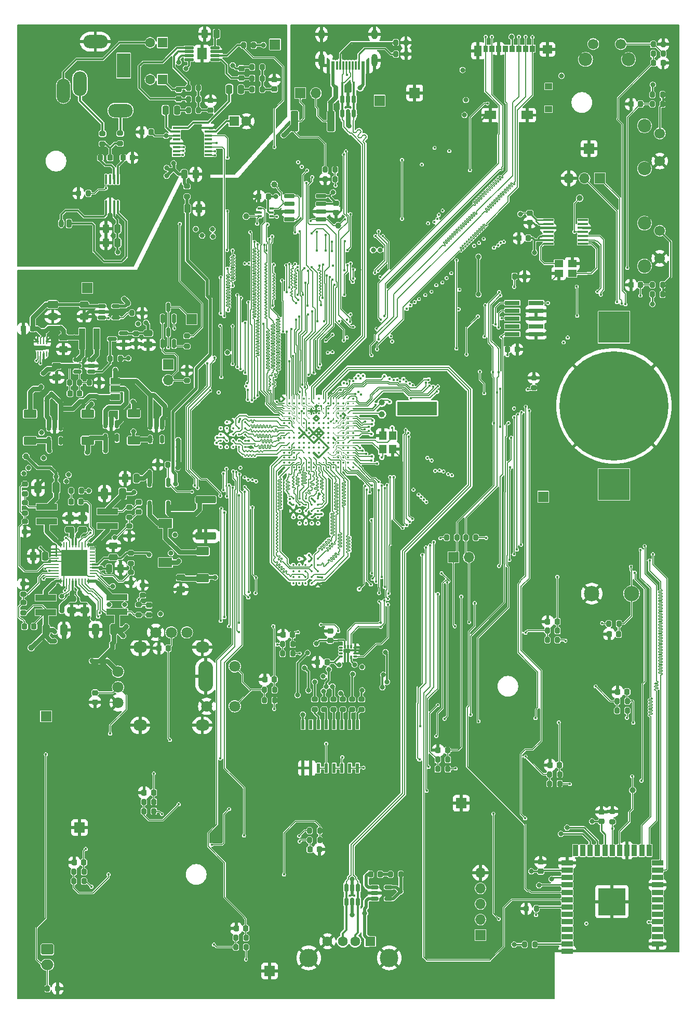
<source format=gbl>
G04 #@! TF.GenerationSoftware,KiCad,Pcbnew,8.0.4*
G04 #@! TF.CreationDate,2024-11-02T16:00:02+00:00*
G04 #@! TF.ProjectId,gk-pcbv3,676b2d70-6362-4763-932e-6b696361645f,rev?*
G04 #@! TF.SameCoordinates,Original*
G04 #@! TF.FileFunction,Copper,L6,Bot*
G04 #@! TF.FilePolarity,Positive*
%FSLAX46Y46*%
G04 Gerber Fmt 4.6, Leading zero omitted, Abs format (unit mm)*
G04 Created by KiCad (PCBNEW 8.0.4) date 2024-11-02 16:00:02*
%MOMM*%
%LPD*%
G01*
G04 APERTURE LIST*
G04 Aperture macros list*
%AMRoundRect*
0 Rectangle with rounded corners*
0 $1 Rounding radius*
0 $2 $3 $4 $5 $6 $7 $8 $9 X,Y pos of 4 corners*
0 Add a 4 corners polygon primitive as box body*
4,1,4,$2,$3,$4,$5,$6,$7,$8,$9,$2,$3,0*
0 Add four circle primitives for the rounded corners*
1,1,$1+$1,$2,$3*
1,1,$1+$1,$4,$5*
1,1,$1+$1,$6,$7*
1,1,$1+$1,$8,$9*
0 Add four rect primitives between the rounded corners*
20,1,$1+$1,$2,$3,$4,$5,0*
20,1,$1+$1,$4,$5,$6,$7,0*
20,1,$1+$1,$6,$7,$8,$9,0*
20,1,$1+$1,$8,$9,$2,$3,0*%
%AMFreePoly0*
4,1,13,0.900000,0.500000,2.600000,0.500000,2.600000,-0.500000,0.900000,-0.500000,0.400000,-1.000000,-0.400000,-1.000000,-0.900000,-0.500000,-2.600000,-0.500000,-2.600000,0.500000,-0.900000,0.500000,-0.400000,1.000000,0.400000,1.000000,0.900000,0.500000,0.900000,0.500000,$1*%
G04 Aperture macros list end*
G04 #@! TA.AperFunction,ComponentPad*
%ADD10R,1.700000X1.700000*%
G04 #@! TD*
G04 #@! TA.AperFunction,ComponentPad*
%ADD11O,1.700000X1.700000*%
G04 #@! TD*
G04 #@! TA.AperFunction,ComponentPad*
%ADD12C,1.800000*%
G04 #@! TD*
G04 #@! TA.AperFunction,ComponentPad*
%ADD13O,2.400000X5.000000*%
G04 #@! TD*
G04 #@! TA.AperFunction,ComponentPad*
%ADD14O,2.300000X1.800000*%
G04 #@! TD*
G04 #@! TA.AperFunction,ComponentPad*
%ADD15C,2.500000*%
G04 #@! TD*
G04 #@! TA.AperFunction,SMDPad,CuDef*
%ADD16RoundRect,0.200000X0.200000X0.275000X-0.200000X0.275000X-0.200000X-0.275000X0.200000X-0.275000X0*%
G04 #@! TD*
G04 #@! TA.AperFunction,SMDPad,CuDef*
%ADD17RoundRect,0.250000X0.250000X0.475000X-0.250000X0.475000X-0.250000X-0.475000X0.250000X-0.475000X0*%
G04 #@! TD*
G04 #@! TA.AperFunction,SMDPad,CuDef*
%ADD18RoundRect,0.225000X0.225000X0.250000X-0.225000X0.250000X-0.225000X-0.250000X0.225000X-0.250000X0*%
G04 #@! TD*
G04 #@! TA.AperFunction,ComponentPad*
%ADD19C,1.700000*%
G04 #@! TD*
G04 #@! TA.AperFunction,ComponentPad*
%ADD20C,2.200000*%
G04 #@! TD*
G04 #@! TA.AperFunction,SMDPad,CuDef*
%ADD21RoundRect,0.200000X-0.200000X-0.275000X0.200000X-0.275000X0.200000X0.275000X-0.200000X0.275000X0*%
G04 #@! TD*
G04 #@! TA.AperFunction,SMDPad,CuDef*
%ADD22RoundRect,0.225000X0.250000X-0.225000X0.250000X0.225000X-0.250000X0.225000X-0.250000X-0.225000X0*%
G04 #@! TD*
G04 #@! TA.AperFunction,ComponentPad*
%ADD23RoundRect,0.200000X0.200000X0.450000X-0.200000X0.450000X-0.200000X-0.450000X0.200000X-0.450000X0*%
G04 #@! TD*
G04 #@! TA.AperFunction,ComponentPad*
%ADD24O,0.800000X1.300000*%
G04 #@! TD*
G04 #@! TA.AperFunction,SMDPad,CuDef*
%ADD25RoundRect,0.218750X0.218750X0.256250X-0.218750X0.256250X-0.218750X-0.256250X0.218750X-0.256250X0*%
G04 #@! TD*
G04 #@! TA.AperFunction,SMDPad,CuDef*
%ADD26RoundRect,0.250000X0.800000X-0.450000X0.800000X0.450000X-0.800000X0.450000X-0.800000X-0.450000X0*%
G04 #@! TD*
G04 #@! TA.AperFunction,SMDPad,CuDef*
%ADD27R,1.570000X1.890000*%
G04 #@! TD*
G04 #@! TA.AperFunction,SMDPad,CuDef*
%ADD28RoundRect,0.125000X0.600000X0.125000X-0.600000X0.125000X-0.600000X-0.125000X0.600000X-0.125000X0*%
G04 #@! TD*
G04 #@! TA.AperFunction,ComponentPad*
%ADD29O,1.000000X2.100000*%
G04 #@! TD*
G04 #@! TA.AperFunction,ComponentPad*
%ADD30O,1.000000X1.600000*%
G04 #@! TD*
G04 #@! TA.AperFunction,SMDPad,CuDef*
%ADD31R,0.600000X1.450000*%
G04 #@! TD*
G04 #@! TA.AperFunction,SMDPad,CuDef*
%ADD32R,0.300000X1.450000*%
G04 #@! TD*
G04 #@! TA.AperFunction,SMDPad,CuDef*
%ADD33RoundRect,0.225000X-0.225000X-0.250000X0.225000X-0.250000X0.225000X0.250000X-0.225000X0.250000X0*%
G04 #@! TD*
G04 #@! TA.AperFunction,SMDPad,CuDef*
%ADD34RoundRect,0.200000X-0.275000X0.200000X-0.275000X-0.200000X0.275000X-0.200000X0.275000X0.200000X0*%
G04 #@! TD*
G04 #@! TA.AperFunction,SMDPad,CuDef*
%ADD35RoundRect,0.200000X0.275000X-0.200000X0.275000X0.200000X-0.275000X0.200000X-0.275000X-0.200000X0*%
G04 #@! TD*
G04 #@! TA.AperFunction,SMDPad,CuDef*
%ADD36C,1.000000*%
G04 #@! TD*
G04 #@! TA.AperFunction,SMDPad,CuDef*
%ADD37RoundRect,0.225000X-0.250000X0.225000X-0.250000X-0.225000X0.250000X-0.225000X0.250000X0.225000X0*%
G04 #@! TD*
G04 #@! TA.AperFunction,SMDPad,CuDef*
%ADD38RoundRect,0.250000X-1.425000X0.362500X-1.425000X-0.362500X1.425000X-0.362500X1.425000X0.362500X0*%
G04 #@! TD*
G04 #@! TA.AperFunction,SMDPad,CuDef*
%ADD39C,0.350000*%
G04 #@! TD*
G04 #@! TA.AperFunction,SMDPad,CuDef*
%ADD40RoundRect,0.250000X-0.250000X-0.475000X0.250000X-0.475000X0.250000X0.475000X-0.250000X0.475000X0*%
G04 #@! TD*
G04 #@! TA.AperFunction,SMDPad,CuDef*
%ADD41R,1.200000X0.800000*%
G04 #@! TD*
G04 #@! TA.AperFunction,SMDPad,CuDef*
%ADD42RoundRect,0.062500X-0.062500X0.325000X-0.062500X-0.325000X0.062500X-0.325000X0.062500X0.325000X0*%
G04 #@! TD*
G04 #@! TA.AperFunction,SMDPad,CuDef*
%ADD43RoundRect,0.250000X-0.475000X0.250000X-0.475000X-0.250000X0.475000X-0.250000X0.475000X0.250000X0*%
G04 #@! TD*
G04 #@! TA.AperFunction,SMDPad,CuDef*
%ADD44R,0.600000X1.500000*%
G04 #@! TD*
G04 #@! TA.AperFunction,SMDPad,CuDef*
%ADD45R,1.150000X1.400000*%
G04 #@! TD*
G04 #@! TA.AperFunction,SMDPad,CuDef*
%ADD46R,0.980000X3.400000*%
G04 #@! TD*
G04 #@! TA.AperFunction,SMDPad,CuDef*
%ADD47R,5.100000X5.100000*%
G04 #@! TD*
G04 #@! TA.AperFunction,SMDPad,CuDef*
%ADD48C,17.800000*%
G04 #@! TD*
G04 #@! TA.AperFunction,ComponentPad*
%ADD49R,1.600000X1.600000*%
G04 #@! TD*
G04 #@! TA.AperFunction,ComponentPad*
%ADD50C,1.600000*%
G04 #@! TD*
G04 #@! TA.AperFunction,SMDPad,CuDef*
%ADD51RoundRect,0.218750X-0.218750X-0.256250X0.218750X-0.256250X0.218750X0.256250X-0.218750X0.256250X0*%
G04 #@! TD*
G04 #@! TA.AperFunction,SMDPad,CuDef*
%ADD52R,0.812800X0.254000*%
G04 #@! TD*
G04 #@! TA.AperFunction,SMDPad,CuDef*
%ADD53R,0.254000X0.812800*%
G04 #@! TD*
G04 #@! TA.AperFunction,SMDPad,CuDef*
%ADD54R,4.191000X4.191000*%
G04 #@! TD*
G04 #@! TA.AperFunction,SMDPad,CuDef*
%ADD55RoundRect,0.250000X0.475000X-0.250000X0.475000X0.250000X-0.475000X0.250000X-0.475000X-0.250000X0*%
G04 #@! TD*
G04 #@! TA.AperFunction,SMDPad,CuDef*
%ADD56R,1.400000X1.150000*%
G04 #@! TD*
G04 #@! TA.AperFunction,SMDPad,CuDef*
%ADD57RoundRect,0.150000X-0.512500X-0.150000X0.512500X-0.150000X0.512500X0.150000X-0.512500X0.150000X0*%
G04 #@! TD*
G04 #@! TA.AperFunction,SMDPad,CuDef*
%ADD58RoundRect,0.100000X0.225000X0.100000X-0.225000X0.100000X-0.225000X-0.100000X0.225000X-0.100000X0*%
G04 #@! TD*
G04 #@! TA.AperFunction,SMDPad,CuDef*
%ADD59R,3.400000X0.980000*%
G04 #@! TD*
G04 #@! TA.AperFunction,SMDPad,CuDef*
%ADD60RoundRect,0.150000X-0.150000X0.512500X-0.150000X-0.512500X0.150000X-0.512500X0.150000X0.512500X0*%
G04 #@! TD*
G04 #@! TA.AperFunction,SMDPad,CuDef*
%ADD61R,2.400000X0.740000*%
G04 #@! TD*
G04 #@! TA.AperFunction,SMDPad,CuDef*
%ADD62R,1.676400X0.355600*%
G04 #@! TD*
G04 #@! TA.AperFunction,ComponentPad*
%ADD63C,1.000000*%
G04 #@! TD*
G04 #@! TA.AperFunction,SMDPad,CuDef*
%ADD64R,6.500000X2.200000*%
G04 #@! TD*
G04 #@! TA.AperFunction,ComponentPad*
%ADD65R,1.600000X1.500000*%
G04 #@! TD*
G04 #@! TA.AperFunction,ComponentPad*
%ADD66C,3.000000*%
G04 #@! TD*
G04 #@! TA.AperFunction,SMDPad,CuDef*
%ADD67R,1.879600X0.812800*%
G04 #@! TD*
G04 #@! TA.AperFunction,SMDPad,CuDef*
%ADD68R,0.812800X1.879600*%
G04 #@! TD*
G04 #@! TA.AperFunction,SMDPad,CuDef*
%ADD69R,4.394200X4.394200*%
G04 #@! TD*
G04 #@! TA.AperFunction,SMDPad,CuDef*
%ADD70R,1.200000X0.400000*%
G04 #@! TD*
G04 #@! TA.AperFunction,SMDPad,CuDef*
%ADD71RoundRect,0.175000X-0.175000X0.575000X-0.175000X-0.575000X0.175000X-0.575000X0.175000X0.575000X0*%
G04 #@! TD*
G04 #@! TA.AperFunction,SMDPad,CuDef*
%ADD72FreePoly0,270.000000*%
G04 #@! TD*
G04 #@! TA.AperFunction,SMDPad,CuDef*
%ADD73RoundRect,0.087500X0.225000X0.087500X-0.225000X0.087500X-0.225000X-0.087500X0.225000X-0.087500X0*%
G04 #@! TD*
G04 #@! TA.AperFunction,SMDPad,CuDef*
%ADD74RoundRect,0.087500X0.087500X0.225000X-0.087500X0.225000X-0.087500X-0.225000X0.087500X-0.225000X0*%
G04 #@! TD*
G04 #@! TA.AperFunction,SMDPad,CuDef*
%ADD75RoundRect,0.150000X0.150000X-0.587500X0.150000X0.587500X-0.150000X0.587500X-0.150000X-0.587500X0*%
G04 #@! TD*
G04 #@! TA.AperFunction,SMDPad,CuDef*
%ADD76RoundRect,0.150000X0.512500X0.150000X-0.512500X0.150000X-0.512500X-0.150000X0.512500X-0.150000X0*%
G04 #@! TD*
G04 #@! TA.AperFunction,SMDPad,CuDef*
%ADD77RoundRect,0.250000X-0.362500X-1.425000X0.362500X-1.425000X0.362500X1.425000X-0.362500X1.425000X0*%
G04 #@! TD*
G04 #@! TA.AperFunction,SMDPad,CuDef*
%ADD78RoundRect,0.100000X-0.100000X0.712500X-0.100000X-0.712500X0.100000X-0.712500X0.100000X0.712500X0*%
G04 #@! TD*
G04 #@! TA.AperFunction,SMDPad,CuDef*
%ADD79RoundRect,0.250000X-0.325000X-0.650000X0.325000X-0.650000X0.325000X0.650000X-0.325000X0.650000X0*%
G04 #@! TD*
G04 #@! TA.AperFunction,SMDPad,CuDef*
%ADD80R,2.200000X1.500000*%
G04 #@! TD*
G04 #@! TA.AperFunction,SMDPad,CuDef*
%ADD81RoundRect,0.250000X0.325000X0.650000X-0.325000X0.650000X-0.325000X-0.650000X0.325000X-0.650000X0*%
G04 #@! TD*
G04 #@! TA.AperFunction,SMDPad,CuDef*
%ADD82R,1.500000X1.000000*%
G04 #@! TD*
G04 #@! TA.AperFunction,SMDPad,CuDef*
%ADD83R,0.850000X1.100000*%
G04 #@! TD*
G04 #@! TA.AperFunction,SMDPad,CuDef*
%ADD84R,0.750000X1.100000*%
G04 #@! TD*
G04 #@! TA.AperFunction,SMDPad,CuDef*
%ADD85R,1.200000X1.000000*%
G04 #@! TD*
G04 #@! TA.AperFunction,SMDPad,CuDef*
%ADD86R,1.550000X1.350000*%
G04 #@! TD*
G04 #@! TA.AperFunction,SMDPad,CuDef*
%ADD87R,1.900000X1.350000*%
G04 #@! TD*
G04 #@! TA.AperFunction,SMDPad,CuDef*
%ADD88R,1.170000X1.800000*%
G04 #@! TD*
G04 #@! TA.AperFunction,SMDPad,CuDef*
%ADD89RoundRect,0.150000X0.587500X0.150000X-0.587500X0.150000X-0.587500X-0.150000X0.587500X-0.150000X0*%
G04 #@! TD*
G04 #@! TA.AperFunction,SMDPad,CuDef*
%ADD90RoundRect,0.150000X0.725000X0.150000X-0.725000X0.150000X-0.725000X-0.150000X0.725000X-0.150000X0*%
G04 #@! TD*
G04 #@! TA.AperFunction,SMDPad,CuDef*
%ADD91C,0.330200*%
G04 #@! TD*
G04 #@! TA.AperFunction,ComponentPad*
%ADD92O,2.200000X4.000000*%
G04 #@! TD*
G04 #@! TA.AperFunction,ComponentPad*
%ADD93O,4.000000X2.200000*%
G04 #@! TD*
G04 #@! TA.AperFunction,ComponentPad*
%ADD94R,2.200000X4.000000*%
G04 #@! TD*
G04 #@! TA.AperFunction,ComponentPad*
%ADD95RoundRect,0.250000X-0.750000X0.600000X-0.750000X-0.600000X0.750000X-0.600000X0.750000X0.600000X0*%
G04 #@! TD*
G04 #@! TA.AperFunction,ComponentPad*
%ADD96O,2.000000X1.700000*%
G04 #@! TD*
G04 #@! TA.AperFunction,ComponentPad*
%ADD97RoundRect,0.250000X-0.625000X0.350000X-0.625000X-0.350000X0.625000X-0.350000X0.625000X0.350000X0*%
G04 #@! TD*
G04 #@! TA.AperFunction,ComponentPad*
%ADD98O,1.750000X1.200000*%
G04 #@! TD*
G04 #@! TA.AperFunction,ViaPad*
%ADD99C,0.350000*%
G04 #@! TD*
G04 #@! TA.AperFunction,ViaPad*
%ADD100C,0.450000*%
G04 #@! TD*
G04 #@! TA.AperFunction,ViaPad*
%ADD101C,0.800000*%
G04 #@! TD*
G04 #@! TA.AperFunction,Conductor*
%ADD102C,0.152400*%
G04 #@! TD*
G04 #@! TA.AperFunction,Conductor*
%ADD103C,0.304800*%
G04 #@! TD*
G04 #@! TA.AperFunction,Conductor*
%ADD104C,0.203200*%
G04 #@! TD*
G04 #@! TA.AperFunction,Conductor*
%ADD105C,0.762000*%
G04 #@! TD*
G04 #@! TA.AperFunction,Conductor*
%ADD106C,0.508000*%
G04 #@! TD*
G04 #@! TA.AperFunction,Conductor*
%ADD107C,0.254000*%
G04 #@! TD*
G04 #@! TA.AperFunction,Conductor*
%ADD108C,0.250000*%
G04 #@! TD*
G04 #@! TA.AperFunction,Conductor*
%ADD109C,0.155448*%
G04 #@! TD*
G04 #@! TA.AperFunction,Conductor*
%ADD110C,0.366268*%
G04 #@! TD*
G04 #@! TA.AperFunction,Conductor*
%ADD111C,0.090000*%
G04 #@! TD*
G04 #@! TA.AperFunction,Conductor*
%ADD112C,0.156464*%
G04 #@! TD*
G04 #@! TA.AperFunction,Conductor*
%ADD113C,0.121666*%
G04 #@! TD*
G04 APERTURE END LIST*
D10*
X130223600Y-95958600D03*
X139481800Y-44094400D03*
D11*
X136941800Y-44094400D03*
X134401800Y-44094400D03*
D10*
X137668000Y-39243000D03*
X103550000Y-31450000D03*
X116840000Y-145897600D03*
D12*
X79933800Y-123596400D03*
D13*
X75211800Y-125196400D03*
D12*
X79933800Y-130098800D03*
X75361800Y-130098800D03*
X67056000Y-118059200D03*
X69596000Y-118059200D03*
X72136000Y-118059200D03*
X60909200Y-129540000D03*
X60909200Y-127000000D03*
X60909200Y-124460000D03*
D14*
X64516000Y-120497600D03*
X74650600Y-120497600D03*
X74650600Y-133197600D03*
X64516000Y-133197600D03*
D10*
X86500000Y-22300000D03*
D15*
X144626400Y-111734600D03*
X138126400Y-111734600D03*
D10*
X85598000Y-173228000D03*
X72898000Y-67056000D03*
X49174400Y-131724400D03*
X109270800Y-30175200D03*
X55880000Y-61976000D03*
X115565000Y-105816400D03*
D11*
X118105000Y-105816400D03*
D10*
X54610000Y-149860000D03*
D16*
X66763400Y-147193000D03*
X65113400Y-147193000D03*
X89382600Y-121513600D03*
X87732600Y-121513600D03*
D17*
X63942000Y-92964000D03*
X62042000Y-92964000D03*
D18*
X69101000Y-120650000D03*
X67551000Y-120650000D03*
D19*
X149225000Y-52650000D03*
X149225000Y-57150000D03*
D20*
X146725000Y-51400000D03*
X146725000Y-58400000D03*
D21*
X72375000Y-33000000D03*
X74025000Y-33000000D03*
D22*
X139700000Y-148857000D03*
X139700000Y-147307000D03*
D16*
X149669000Y-32004000D03*
X148019000Y-32004000D03*
D23*
X52898200Y-51436800D03*
D24*
X51648200Y-51436800D03*
D25*
X54838700Y-96774000D03*
X53263700Y-96774000D03*
D26*
X74726800Y-109235600D03*
X74726800Y-104835600D03*
D21*
X84773000Y-127430000D03*
X86423000Y-127430000D03*
D27*
X74600000Y-23800000D03*
D28*
X72450000Y-22825000D03*
X72450000Y-23475000D03*
X72450000Y-24125000D03*
X72450000Y-24775000D03*
X76750000Y-24775000D03*
X76750000Y-24125000D03*
X76750000Y-23475000D03*
X76750000Y-22825000D03*
D29*
X102722300Y-24844300D03*
D30*
X102722300Y-20664300D03*
D29*
X94082300Y-24844300D03*
D30*
X94082300Y-20664300D03*
D31*
X95152300Y-25759300D03*
X95952300Y-25759300D03*
D32*
X96652300Y-25759300D03*
X97652300Y-25759300D03*
X99152300Y-25759300D03*
X100152300Y-25759300D03*
D31*
X100852300Y-25759300D03*
X101652300Y-25759300D03*
X101652300Y-25759300D03*
X100852300Y-25759300D03*
D32*
X99652300Y-25759300D03*
X98652300Y-25759300D03*
X98152300Y-25759300D03*
X97152300Y-25759300D03*
D31*
X95952300Y-25759300D03*
X95152300Y-25759300D03*
D18*
X81724800Y-166268400D03*
X80174800Y-166268400D03*
D16*
X143928600Y-130784600D03*
X142278600Y-130784600D03*
D21*
X63183000Y-66040000D03*
X64833000Y-66040000D03*
D10*
X119989600Y-167381000D03*
D11*
X119989600Y-164841000D03*
X119989600Y-162301000D03*
X119989600Y-159761000D03*
X119989600Y-157221000D03*
D16*
X132549400Y-119303800D03*
X130899400Y-119303800D03*
D33*
X148200000Y-25324000D03*
X149750000Y-25324000D03*
D16*
X69024000Y-90728800D03*
X67374000Y-90728800D03*
X56095400Y-46532800D03*
X54445400Y-46532800D03*
D33*
X92189000Y-153416000D03*
X93739000Y-153416000D03*
D34*
X99060000Y-128969000D03*
X99060000Y-130619000D03*
D35*
X72136000Y-47053000D03*
X72136000Y-45403000D03*
D16*
X84425000Y-26000000D03*
X82775000Y-26000000D03*
D36*
X81788000Y-50292000D03*
D19*
X149225000Y-36775000D03*
X149225000Y-41275000D03*
D20*
X146725000Y-35525000D03*
X146725000Y-42525000D03*
D34*
X96012000Y-128969000D03*
X96012000Y-130619000D03*
D10*
X69063000Y-74442000D03*
D11*
X69063000Y-76982000D03*
D16*
X81774800Y-169316400D03*
X80124800Y-169316400D03*
D35*
X64262000Y-115214400D03*
X64262000Y-113564400D03*
D16*
X54927000Y-94996000D03*
X53277000Y-94996000D03*
D22*
X76000000Y-32975000D03*
X76000000Y-31425000D03*
D37*
X57150000Y-127876000D03*
X57150000Y-129426000D03*
D38*
X75234800Y-96453100D03*
X75234800Y-102378100D03*
D39*
X77646500Y-84827600D03*
X77646500Y-85827600D03*
X77646500Y-86827600D03*
X77646500Y-87827600D03*
X78646500Y-83827600D03*
X78646500Y-84827600D03*
X78646500Y-85827600D03*
X78646500Y-86827600D03*
X78646500Y-87827600D03*
X79646500Y-83827600D03*
X79646500Y-84827600D03*
X79646500Y-85827600D03*
X79646500Y-86827600D03*
X79646500Y-87827600D03*
X80646500Y-83827600D03*
X80646500Y-84827600D03*
X80646500Y-85827600D03*
X80646500Y-86827600D03*
X80646500Y-87827600D03*
X81646500Y-83827600D03*
X81646500Y-84827600D03*
X81646500Y-85827600D03*
X81646500Y-86827600D03*
X81646500Y-87827600D03*
D18*
X85407800Y-47040800D03*
X83857800Y-47040800D03*
D40*
X79050000Y-29600000D03*
X80950000Y-29600000D03*
D18*
X66307000Y-36576000D03*
X64757000Y-36576000D03*
D16*
X114667800Y-140309600D03*
X113017800Y-140309600D03*
D34*
X62738000Y-97676200D03*
X62738000Y-99326200D03*
D16*
X149800000Y-23800000D03*
X148150000Y-23800000D03*
X96303600Y-44246800D03*
X94653600Y-44246800D03*
X128841000Y-168910000D03*
X127191000Y-168910000D03*
D41*
X48564800Y-71704200D03*
D42*
X47814800Y-72691700D03*
X48314800Y-72691700D03*
X48814800Y-72691700D03*
X49314800Y-72691700D03*
X49314800Y-70716700D03*
X48814800Y-70716700D03*
X48314800Y-70716700D03*
X47814800Y-70716700D03*
D21*
X114506200Y-102616000D03*
X116156200Y-102616000D03*
D37*
X81000000Y-26225000D03*
X81000000Y-27775000D03*
D21*
X148019000Y-62992000D03*
X149669000Y-62992000D03*
D34*
X62992000Y-105143800D03*
X62992000Y-106793800D03*
D36*
X136169400Y-47345600D03*
D43*
X53390800Y-112588000D03*
X53390800Y-114488000D03*
D44*
X99949000Y-140151200D03*
X98679000Y-140151200D03*
X97409000Y-140151200D03*
X96139000Y-140151200D03*
X94869000Y-140151200D03*
X93599000Y-140151200D03*
X92329000Y-140151200D03*
X91059000Y-140151200D03*
X91059000Y-133051200D03*
X92329000Y-133051200D03*
X93599000Y-133051200D03*
X94869000Y-133051200D03*
X96139000Y-133051200D03*
X97409000Y-133051200D03*
X98679000Y-133051200D03*
X99949000Y-133051200D03*
D45*
X104068500Y-88209800D03*
X104068500Y-86009800D03*
X105668500Y-86009800D03*
X105668500Y-88209800D03*
D21*
X148019000Y-30480000D03*
X149669000Y-30480000D03*
D46*
X57435000Y-70225000D03*
X55065000Y-70225000D03*
D16*
X74025000Y-31200000D03*
X72375000Y-31200000D03*
D39*
X90508100Y-100260400D03*
X91508100Y-100260400D03*
X92508100Y-100260400D03*
X93508100Y-100260400D03*
X89508100Y-99260400D03*
X90508100Y-99260400D03*
X91508100Y-99260400D03*
X92508100Y-99260400D03*
X93508100Y-99260400D03*
X89508100Y-98260400D03*
X90508100Y-98260400D03*
X91508100Y-98260400D03*
X92508100Y-98260400D03*
X93508100Y-98260400D03*
X89508100Y-97260400D03*
X90508100Y-97260400D03*
X91508100Y-97260400D03*
X92508100Y-97260400D03*
X93508100Y-97260400D03*
X89508100Y-96260400D03*
X90508100Y-96260400D03*
X91508100Y-96260400D03*
X92508100Y-96260400D03*
X93508100Y-96260400D03*
D21*
X87732600Y-119989600D03*
X89382600Y-119989600D03*
X106213300Y-23847900D03*
X107863300Y-23847900D03*
D47*
X141757400Y-93953000D03*
X141757400Y-68353000D03*
D48*
X141757400Y-81153000D03*
D49*
X79844888Y-34800000D03*
D50*
X81844888Y-34800000D03*
D35*
X141478000Y-148907000D03*
X141478000Y-147257000D03*
D51*
X102082500Y-157480000D03*
X103657500Y-157480000D03*
D16*
X107837900Y-21968300D03*
X106187900Y-21968300D03*
D43*
X55397400Y-64683600D03*
X55397400Y-66583600D03*
D40*
X59451200Y-107645200D03*
X61351200Y-107645200D03*
D21*
X56225000Y-77400000D03*
X57875000Y-77400000D03*
D18*
X127788000Y-53848000D03*
X126238000Y-53848000D03*
D52*
X56743600Y-104480799D03*
X56743600Y-104980801D03*
X56743600Y-105480800D03*
X56743600Y-105980799D03*
X56743600Y-106480800D03*
X56743600Y-106980800D03*
X56743600Y-107480801D03*
X56743600Y-107980800D03*
X56743600Y-108480799D03*
X56743600Y-108980801D03*
D53*
X56047201Y-109677200D03*
X55547199Y-109677200D03*
X55047200Y-109677200D03*
X54547201Y-109677200D03*
X54047200Y-109677200D03*
X53547200Y-109677200D03*
X53047199Y-109677200D03*
X52547200Y-109677200D03*
X52047201Y-109677200D03*
X51547199Y-109677200D03*
D52*
X50850800Y-108980801D03*
X50850800Y-108480799D03*
X50850800Y-107980800D03*
X50850800Y-107480801D03*
X50850800Y-106980800D03*
X50850800Y-106480800D03*
X50850800Y-105980799D03*
X50850800Y-105480800D03*
X50850800Y-104980801D03*
X50850800Y-104480799D03*
D53*
X51547199Y-103784400D03*
X52047201Y-103784400D03*
X52547200Y-103784400D03*
X53047199Y-103784400D03*
X53547200Y-103784400D03*
X54047200Y-103784400D03*
X54547201Y-103784400D03*
X55047200Y-103784400D03*
X55547199Y-103784400D03*
X56047201Y-103784400D03*
D54*
X53797200Y-106730800D03*
D34*
X100584000Y-128969000D03*
X100584000Y-130619000D03*
D55*
X55138800Y-101330800D03*
X55138800Y-99430800D03*
D56*
X132758000Y-58001000D03*
X134958000Y-58001000D03*
X134958000Y-59601000D03*
X132758000Y-59601000D03*
D21*
X148150000Y-22276000D03*
X149800000Y-22276000D03*
D57*
X102748500Y-161478000D03*
X102748500Y-160528000D03*
X102748500Y-159578000D03*
X105023500Y-159578000D03*
X105023500Y-161478000D03*
D58*
X85913000Y-49007000D03*
X85913000Y-49657000D03*
X85913000Y-50307000D03*
X84013000Y-50307000D03*
X84013000Y-49657000D03*
X84013000Y-49007000D03*
D16*
X84425000Y-27800000D03*
X82775000Y-27800000D03*
D22*
X86400000Y-29575000D03*
X86400000Y-28025000D03*
D34*
X92964000Y-128969000D03*
X92964000Y-130619000D03*
D26*
X63475000Y-86800000D03*
X63475000Y-82400000D03*
D59*
X49123600Y-114808000D03*
X49123600Y-112438000D03*
D16*
X74025000Y-29400000D03*
X72375000Y-29400000D03*
D37*
X128016000Y-49771000D03*
X128016000Y-51321000D03*
D21*
X92139000Y-150368000D03*
X93789000Y-150368000D03*
D36*
X46761400Y-120573800D03*
D22*
X129794000Y-156985000D03*
X129794000Y-155435000D03*
D37*
X70800000Y-29625000D03*
X70800000Y-31175000D03*
D16*
X132905000Y-142697200D03*
X131255000Y-142697200D03*
D36*
X144780000Y-143764000D03*
D34*
X62738000Y-100724200D03*
X62738000Y-102374200D03*
D60*
X58850000Y-84112500D03*
X59800000Y-84112500D03*
X60750000Y-84112500D03*
X60750000Y-86387500D03*
X58850000Y-86387500D03*
D33*
X61709000Y-40741600D03*
X63259000Y-40741600D03*
D43*
X55473600Y-112588000D03*
X55473600Y-114488000D03*
D21*
X94653600Y-42697400D03*
X96303600Y-42697400D03*
D34*
X45720000Y-96965000D03*
X45720000Y-98615000D03*
D21*
X84773000Y-129130000D03*
X86423000Y-129130000D03*
D49*
X68155113Y-22000000D03*
D50*
X66155113Y-22000000D03*
D40*
X72202000Y-49022000D03*
X74102000Y-49022000D03*
D18*
X55308800Y-155524200D03*
X53758800Y-155524200D03*
D60*
X49637500Y-84562500D03*
X50587500Y-84562500D03*
X51537500Y-84562500D03*
X51537500Y-86837500D03*
X49637500Y-86837500D03*
D21*
X53000000Y-77400000D03*
X54650000Y-77400000D03*
D35*
X45466000Y-111801500D03*
X45466000Y-110151500D03*
D21*
X53708800Y-157048200D03*
X55358800Y-157048200D03*
D61*
X129077000Y-64389000D03*
X125177000Y-64389000D03*
X129077000Y-65659000D03*
X125177000Y-65659000D03*
X129077000Y-66929000D03*
X125177000Y-66929000D03*
X129077000Y-68199000D03*
X125177000Y-68199000D03*
X129077000Y-69469000D03*
X125177000Y-69469000D03*
D62*
X131038600Y-54782001D03*
X131038600Y-54132000D03*
X131038600Y-53481999D03*
X131038600Y-52832000D03*
X131038600Y-52182001D03*
X131038600Y-51532000D03*
X131038600Y-50882001D03*
X136677400Y-50881999D03*
X136677400Y-51532000D03*
X136677400Y-52181999D03*
X136677400Y-52832000D03*
X136677400Y-53481999D03*
X136677400Y-54132000D03*
X136677400Y-54781999D03*
D63*
X103920500Y-80622600D03*
X103920500Y-82522600D03*
D64*
X109670500Y-81572600D03*
D33*
X53100000Y-79125000D03*
X54650000Y-79125000D03*
D40*
X68650000Y-33000000D03*
X70550000Y-33000000D03*
D65*
X102052000Y-168376000D03*
D50*
X99552000Y-168376000D03*
X97552000Y-168376000D03*
X95052000Y-168376000D03*
D66*
X105122000Y-171086000D03*
X91982000Y-171086000D03*
D57*
X58273100Y-66812200D03*
X58273100Y-65862200D03*
X58273100Y-64912200D03*
X60548100Y-64912200D03*
X60548100Y-66812200D03*
D18*
X146063000Y-61468000D03*
X144513000Y-61468000D03*
D37*
X64262000Y-96862600D03*
X64262000Y-98412600D03*
D16*
X149669000Y-61468000D03*
X148019000Y-61468000D03*
D34*
X45720000Y-100013000D03*
X45720000Y-101663000D03*
D49*
X68155113Y-28000000D03*
D50*
X66155113Y-28000000D03*
D18*
X132499400Y-116285800D03*
X130949400Y-116285800D03*
D21*
X131255000Y-141173200D03*
X132905000Y-141173200D03*
D19*
X138375000Y-22225000D03*
X142875000Y-22225000D03*
D20*
X137125000Y-24725000D03*
X144125000Y-24725000D03*
D16*
X93789000Y-151892000D03*
X92139000Y-151892000D03*
D60*
X66175000Y-84362500D03*
X67125000Y-84362500D03*
X68075000Y-84362500D03*
X68075000Y-86637500D03*
X66175000Y-86637500D03*
D59*
X60756800Y-114723000D03*
X60756800Y-112353000D03*
D67*
X134112000Y-170026660D03*
X134112000Y-168822700D03*
X134112000Y-167618740D03*
X134112000Y-166414780D03*
X134112000Y-165210820D03*
X134112000Y-164006860D03*
X134112000Y-162802900D03*
X134112000Y-161598940D03*
X134112000Y-160394980D03*
X134112000Y-159191020D03*
X134112000Y-157987060D03*
X134112000Y-156783100D03*
X134112000Y-155579140D03*
D68*
X135455700Y-153593800D03*
X136659660Y-153593800D03*
X137863620Y-153593800D03*
X139067580Y-153593800D03*
X140271540Y-153593800D03*
X141475500Y-153593800D03*
X142679460Y-153593800D03*
X143883420Y-153593800D03*
X145087380Y-153593800D03*
X146291340Y-153593800D03*
X147495300Y-153593800D03*
D67*
X148844000Y-155579140D03*
X148844000Y-156783100D03*
X148844000Y-157987060D03*
X148844000Y-159191020D03*
X148844000Y-160394980D03*
X148844000Y-161598940D03*
X148844000Y-162802900D03*
X148844000Y-164006860D03*
X148844000Y-165210820D03*
X148844000Y-166414780D03*
X148844000Y-167618740D03*
X148844000Y-168822700D03*
D69*
X141430000Y-161921900D03*
D22*
X95478600Y-119367600D03*
X95478600Y-117817600D03*
D70*
X70425000Y-40322500D03*
X70425000Y-39687500D03*
X70425000Y-39052500D03*
X70425000Y-38417500D03*
X70425000Y-37782500D03*
X70425000Y-37147500D03*
X70425000Y-36512500D03*
X70425000Y-35877500D03*
X75625000Y-35877500D03*
X75625000Y-36512500D03*
X75625000Y-37147500D03*
X75625000Y-37782500D03*
X75625000Y-38417500D03*
X75625000Y-39052500D03*
X75625000Y-39687500D03*
X75625000Y-40322500D03*
D21*
X65113400Y-145669000D03*
X66763400Y-145669000D03*
D16*
X129095000Y-163068000D03*
X127445000Y-163068000D03*
D71*
X66064000Y-93654000D03*
D72*
X67564000Y-95504000D03*
D71*
X69064000Y-93654000D03*
X69064000Y-97354000D03*
X66064000Y-97354000D03*
D55*
X53035200Y-101330800D03*
X53035200Y-99430800D03*
D21*
X49416200Y-176072800D03*
X51066200Y-176072800D03*
D34*
X94488000Y-128969000D03*
X94488000Y-130619000D03*
D16*
X55358800Y-158572200D03*
X53708800Y-158572200D03*
D40*
X75050000Y-20600000D03*
X76950000Y-20600000D03*
D35*
X72136000Y-77025000D03*
X72136000Y-75375000D03*
D73*
X99562100Y-120509600D03*
X99562100Y-121009600D03*
X99562100Y-121509600D03*
X99562100Y-122009600D03*
D74*
X98899600Y-122172100D03*
X98399600Y-122172100D03*
X97899600Y-122172100D03*
D73*
X97237100Y-122009600D03*
X97237100Y-121509600D03*
X97237100Y-121009600D03*
X97237100Y-120509600D03*
D74*
X97899600Y-120347100D03*
X98399600Y-120347100D03*
X98899600Y-120347100D03*
D21*
X113017800Y-138785600D03*
X114667800Y-138785600D03*
D75*
X70038000Y-71041500D03*
X68138000Y-71041500D03*
X69088000Y-69166500D03*
D16*
X119239800Y-102616000D03*
X117589800Y-102616000D03*
D76*
X56587500Y-73675000D03*
X56587500Y-74625000D03*
X56587500Y-75575000D03*
X54312500Y-75575000D03*
X54312500Y-74625000D03*
X54312500Y-73675000D03*
D18*
X86373000Y-125730000D03*
X84823000Y-125730000D03*
D59*
X59182000Y-98332200D03*
X59182000Y-100702200D03*
D60*
X98110000Y-159644500D03*
X99060000Y-159644500D03*
X100010000Y-159644500D03*
X100010000Y-161919500D03*
X99060000Y-161919500D03*
X98110000Y-161919500D03*
D33*
X58051400Y-40741600D03*
X59601400Y-40741600D03*
D26*
X55975000Y-86825000D03*
X55975000Y-82425000D03*
D75*
X70038000Y-66977500D03*
X68138000Y-66977500D03*
X69088000Y-65102500D03*
D18*
X66713400Y-144145000D03*
X65163400Y-144145000D03*
D77*
X89712500Y-34775000D03*
X95637500Y-34775000D03*
D36*
X45923200Y-89382600D03*
D40*
X71694000Y-43434000D03*
X73594000Y-43434000D03*
D35*
X72136000Y-71437000D03*
X72136000Y-69787000D03*
D17*
X49006800Y-105664000D03*
X47106800Y-105664000D03*
D21*
X82775000Y-29600000D03*
X84425000Y-29600000D03*
D22*
X65938400Y-115176600D03*
X65938400Y-113626600D03*
D36*
X96774000Y-51816000D03*
D78*
X58969000Y-44267900D03*
X59619000Y-44267900D03*
X60269000Y-44267900D03*
X60919000Y-44267900D03*
X60919000Y-48492900D03*
X60269000Y-48492900D03*
X59619000Y-48492900D03*
X58969000Y-48492900D03*
D21*
X125540000Y-60071000D03*
X127190000Y-60071000D03*
D79*
X49172600Y-117687000D03*
X52122600Y-117687000D03*
D35*
X128676400Y-78244200D03*
X128676400Y-76594200D03*
D80*
X68630800Y-106679600D03*
X68630800Y-100279600D03*
D43*
X52025000Y-70025000D03*
X52025000Y-71925000D03*
D81*
X61673000Y-95453200D03*
X58723000Y-95453200D03*
D34*
X62992000Y-108293400D03*
X62992000Y-109943400D03*
X97536000Y-128969000D03*
X97536000Y-130619000D03*
D35*
X45466000Y-114849500D03*
X45466000Y-113199500D03*
D55*
X60147200Y-105852000D03*
X60147200Y-103952000D03*
D82*
X60425000Y-79700000D03*
X60425000Y-78400000D03*
X60425000Y-77100000D03*
D59*
X49276000Y-97621000D03*
X49276000Y-99991000D03*
D35*
X64922400Y-112026200D03*
X64922400Y-110376200D03*
D43*
X50925000Y-74650000D03*
X50925000Y-76550000D03*
D18*
X146063000Y-32004000D03*
X144513000Y-32004000D03*
D34*
X61264800Y-36767000D03*
X61264800Y-38417000D03*
D83*
X128448305Y-22983800D03*
X127348305Y-22983800D03*
X126248305Y-22983800D03*
X125148305Y-22983800D03*
X124048305Y-22983800D03*
X122948305Y-22983800D03*
X121848305Y-22983800D03*
D84*
X120798305Y-22983800D03*
D85*
X131083305Y-29133800D03*
X131083305Y-32833800D03*
D86*
X130908305Y-23108800D03*
D87*
X127583305Y-33808800D03*
X121613305Y-33808800D03*
D88*
X119588305Y-23333800D03*
D16*
X61300000Y-73450000D03*
X59650000Y-73450000D03*
D81*
X50801800Y-94488000D03*
X47851800Y-94488000D03*
D39*
X89473500Y-107072000D03*
X89473500Y-108072000D03*
X89473500Y-109072000D03*
X89473500Y-110072000D03*
X90473500Y-106072000D03*
X90473500Y-107072000D03*
X90473500Y-108072000D03*
X90473500Y-109072000D03*
X90473500Y-110072000D03*
X91473500Y-106072000D03*
X91473500Y-107072000D03*
X91473500Y-108072000D03*
X91473500Y-109072000D03*
X91473500Y-110072000D03*
X92473500Y-106072000D03*
X92473500Y-107072000D03*
X92473500Y-108072000D03*
X92473500Y-109072000D03*
X92473500Y-110072000D03*
X93473500Y-106072000D03*
X93473500Y-107072000D03*
X93473500Y-108072000D03*
X93473500Y-109072000D03*
X93473500Y-110072000D03*
D81*
X60199800Y-117602000D03*
X57249800Y-117602000D03*
D21*
X142278600Y-129260600D03*
X143928600Y-129260600D03*
D60*
X97452300Y-31244800D03*
X98402300Y-31244800D03*
X99352300Y-31244800D03*
X99352300Y-33519800D03*
X98402300Y-33519800D03*
X97452300Y-33519800D03*
D18*
X89332600Y-118465600D03*
X87782600Y-118465600D03*
X47206200Y-117094000D03*
X45656200Y-117094000D03*
D21*
X80124800Y-167792400D03*
X81774800Y-167792400D03*
D89*
X61837500Y-69312500D03*
X61837500Y-71212500D03*
X59962500Y-70262500D03*
D18*
X143878600Y-127736600D03*
X142328600Y-127736600D03*
D43*
X71170800Y-109133600D03*
X71170800Y-111033600D03*
D17*
X60843200Y-52273200D03*
X58943200Y-52273200D03*
D21*
X105347000Y-157480000D03*
X106997000Y-157480000D03*
D18*
X114617800Y-137261600D03*
X113067800Y-137261600D03*
D37*
X96469200Y-48120000D03*
X96469200Y-49670000D03*
D90*
X94015000Y-46990000D03*
X94015000Y-48260000D03*
X94015000Y-49530000D03*
X94015000Y-50800000D03*
X88865000Y-50800000D03*
X88865000Y-49530000D03*
X88865000Y-48260000D03*
X88865000Y-46990000D03*
D91*
X99216499Y-79973601D03*
X98416499Y-79973601D03*
X97616500Y-79973601D03*
X96816500Y-79973601D03*
X96016500Y-79973601D03*
X95216500Y-79973601D03*
X94416500Y-79973601D03*
X93616500Y-79973601D03*
X92816500Y-79973601D03*
X92016500Y-79973601D03*
X91216500Y-79973601D03*
X90416500Y-79973601D03*
X89616500Y-79973601D03*
X88816501Y-79973601D03*
X88016501Y-79973601D03*
X99216499Y-80773601D03*
X98416499Y-80773601D03*
X97616500Y-80773601D03*
X96816500Y-80773601D03*
X96016500Y-80773601D03*
X95216500Y-80773601D03*
X94416500Y-80773601D03*
X93616500Y-80773601D03*
X92816500Y-80773601D03*
X92016500Y-80773601D03*
X91216500Y-80773601D03*
X90416500Y-80773601D03*
X89616500Y-80773601D03*
X88816501Y-80773601D03*
X88016501Y-80773601D03*
X99216499Y-81573600D03*
X98416499Y-81573600D03*
X97616500Y-81573600D03*
X96816500Y-81573600D03*
X96016500Y-81573600D03*
X95216500Y-81573600D03*
X94416500Y-81573600D03*
X93616500Y-81573600D03*
X92816500Y-81573600D03*
X92016500Y-81573600D03*
X91216500Y-81573600D03*
X90416500Y-81573600D03*
X89616500Y-81573600D03*
X88816501Y-81573600D03*
X88016501Y-81573600D03*
X99216499Y-82373600D03*
X98416499Y-82373600D03*
X97616500Y-82373600D03*
X96816500Y-82373600D03*
X96016500Y-82373600D03*
X95216500Y-82373600D03*
X94416500Y-82373600D03*
X93616500Y-82373600D03*
X92816500Y-82373600D03*
X92016500Y-82373600D03*
X91216500Y-82373600D03*
X90416500Y-82373600D03*
X89616500Y-82373600D03*
X88816501Y-82373600D03*
X88016501Y-82373600D03*
X99216499Y-83173600D03*
X98416499Y-83173600D03*
X97616500Y-83173600D03*
X96816500Y-83173600D03*
X96016500Y-83173600D03*
X95216500Y-83173600D03*
X94416500Y-83173600D03*
X93616500Y-83173600D03*
X92816500Y-83173600D03*
X92016500Y-83173600D03*
X91216500Y-83173600D03*
X90416500Y-83173600D03*
X89616500Y-83173600D03*
X88816501Y-83173600D03*
X88016501Y-83173600D03*
X99216499Y-83973600D03*
X98416499Y-83973600D03*
X97616500Y-83973600D03*
X96816500Y-83973600D03*
X96016500Y-83973600D03*
X95216500Y-83973600D03*
X94416500Y-83973600D03*
X93616500Y-83973600D03*
X92816500Y-83973600D03*
X92016500Y-83973600D03*
X91216500Y-83973600D03*
X90416500Y-83973600D03*
X89616500Y-83973600D03*
X88816501Y-83973600D03*
X88016501Y-83973600D03*
X99216499Y-84773600D03*
X98416499Y-84773600D03*
X97616500Y-84773600D03*
X96816500Y-84773600D03*
X96016500Y-84773600D03*
X95216500Y-84773600D03*
X94416500Y-84773600D03*
X93616500Y-84773600D03*
X92816500Y-84773600D03*
X92016500Y-84773600D03*
X91216500Y-84773600D03*
X90416500Y-84773600D03*
X89616500Y-84773600D03*
X88816501Y-84773600D03*
X88016501Y-84773600D03*
X99216499Y-85573600D03*
X98416499Y-85573600D03*
X97616500Y-85573600D03*
X96816500Y-85573600D03*
X96016500Y-85573600D03*
X95216500Y-85573600D03*
X94416500Y-85573600D03*
X93616500Y-85573600D03*
X92816500Y-85573600D03*
X92016500Y-85573600D03*
X91216500Y-85573600D03*
X90416500Y-85573600D03*
X89616500Y-85573600D03*
X88816501Y-85573600D03*
X88016501Y-85573600D03*
X99216499Y-86373600D03*
X98416499Y-86373600D03*
X97616500Y-86373600D03*
X96816500Y-86373600D03*
X96016500Y-86373600D03*
X95216500Y-86373600D03*
X94416500Y-86373600D03*
X93616500Y-86373600D03*
X92816500Y-86373600D03*
X92016500Y-86373600D03*
X91216500Y-86373600D03*
X90416500Y-86373600D03*
X89616500Y-86373600D03*
X88816501Y-86373600D03*
X88016501Y-86373600D03*
X99216499Y-87173600D03*
X98416499Y-87173600D03*
X97616500Y-87173600D03*
X96816500Y-87173600D03*
X96016500Y-87173600D03*
X95216500Y-87173600D03*
X94416500Y-87173600D03*
X93616500Y-87173600D03*
X92816500Y-87173600D03*
X92016500Y-87173600D03*
X91216500Y-87173600D03*
X90416500Y-87173600D03*
X89616500Y-87173600D03*
X88816501Y-87173600D03*
X88016501Y-87173600D03*
X99216499Y-87973600D03*
X98416499Y-87973600D03*
X97616500Y-87973600D03*
X96816500Y-87973600D03*
X96016500Y-87973600D03*
X95216500Y-87973600D03*
X94416500Y-87973600D03*
X93616500Y-87973600D03*
X92816500Y-87973600D03*
X92016500Y-87973600D03*
X91216500Y-87973600D03*
X90416500Y-87973600D03*
X89616500Y-87973600D03*
X88816501Y-87973600D03*
X88016501Y-87973600D03*
X99216499Y-88773600D03*
X98416499Y-88773600D03*
X97616500Y-88773600D03*
X96816500Y-88773600D03*
X96016500Y-88773600D03*
X95216500Y-88773600D03*
X94416500Y-88773600D03*
X93616500Y-88773600D03*
X92816500Y-88773600D03*
X92016500Y-88773600D03*
X91216500Y-88773600D03*
X90416500Y-88773600D03*
X89616500Y-88773600D03*
X88816501Y-88773600D03*
X88016501Y-88773600D03*
X99216499Y-89573600D03*
X98416499Y-89573600D03*
X97616500Y-89573600D03*
X96816500Y-89573600D03*
X96016500Y-89573600D03*
X95216500Y-89573600D03*
X94416500Y-89573600D03*
X93616500Y-89573600D03*
X92816500Y-89573600D03*
X92016500Y-89573600D03*
X91216500Y-89573600D03*
X90416500Y-89573600D03*
X89616500Y-89573600D03*
X88816501Y-89573600D03*
X88016501Y-89573600D03*
X99216499Y-90373599D03*
X98416499Y-90373599D03*
X97616500Y-90373599D03*
X96816500Y-90373599D03*
X96016500Y-90373599D03*
X95216500Y-90373599D03*
X94416500Y-90373599D03*
X93616500Y-90373599D03*
X92816500Y-90373599D03*
X92016500Y-90373599D03*
X91216500Y-90373599D03*
X90416500Y-90373599D03*
X89616500Y-90373599D03*
X88816501Y-90373599D03*
X88016501Y-90373599D03*
X99216499Y-91173599D03*
X98416499Y-91173599D03*
X97616500Y-91173599D03*
X96816500Y-91173599D03*
X96016500Y-91173599D03*
X95216500Y-91173599D03*
X94416500Y-91173599D03*
X93616500Y-91173599D03*
X92816500Y-91173599D03*
X92016500Y-91173599D03*
X91216500Y-91173599D03*
X90416500Y-91173599D03*
X89616500Y-91173599D03*
X88816501Y-91173599D03*
X88016501Y-91173599D03*
D18*
X142507000Y-118345600D03*
X140957000Y-118345600D03*
D17*
X60843200Y-54559200D03*
X58943200Y-54559200D03*
D10*
X90625000Y-30225000D03*
D11*
X93165000Y-30225000D03*
D33*
X124421600Y-71983600D03*
X125971600Y-71983600D03*
D92*
X52007500Y-29850000D03*
X54707500Y-28650000D03*
D93*
X57207500Y-21850000D03*
D94*
X61807500Y-25750000D03*
D93*
X61307500Y-33050000D03*
D43*
X65825000Y-69325000D03*
X65825000Y-71225000D03*
D34*
X58369200Y-36817800D03*
X58369200Y-38467800D03*
D36*
X86360000Y-45085000D03*
D21*
X81375000Y-22400000D03*
X83025000Y-22400000D03*
D95*
X49382000Y-169692000D03*
D96*
X49382000Y-172192000D03*
D18*
X132855000Y-139649200D03*
X131305000Y-139649200D03*
D22*
X45720000Y-95466200D03*
X45720000Y-93916200D03*
D21*
X140907000Y-116636800D03*
X142557000Y-116636800D03*
D26*
X46575000Y-86850000D03*
X46575000Y-82450000D03*
D97*
X50266600Y-64643000D03*
D98*
X50266600Y-66643000D03*
D18*
X47003000Y-68580000D03*
X45453000Y-68580000D03*
D21*
X130899400Y-117779800D03*
X132549400Y-117779800D03*
D34*
X63825000Y-69400000D03*
X63825000Y-71050000D03*
D18*
X94983600Y-122910600D03*
X93433600Y-122910600D03*
D99*
X97616500Y-87173600D03*
D100*
X123240800Y-84556600D03*
X99593400Y-79200800D03*
D101*
X95961200Y-46380400D03*
X86944200Y-51663600D03*
X82702400Y-46964600D03*
X86664800Y-47040800D03*
D100*
X96748600Y-46888400D03*
X92405200Y-81889600D03*
D101*
X77597000Y-55600600D03*
D100*
X106807000Y-89433400D03*
X102768400Y-86106000D03*
D101*
X45542200Y-92151200D03*
X46304200Y-91262200D03*
X52476400Y-93421200D03*
X52857400Y-92379800D03*
D100*
X144703800Y-141503400D03*
X77571600Y-138557000D03*
X90500200Y-152120600D03*
X81432400Y-151155400D03*
X90246200Y-118033800D03*
X80619600Y-117983000D03*
X55626000Y-153339800D03*
X76174600Y-152654000D03*
X79019400Y-146837400D03*
X127279400Y-148336000D03*
X127914400Y-81965800D03*
D101*
X70739000Y-86741000D03*
X70739000Y-87884000D03*
X70688200Y-90144600D03*
X70662800Y-91236800D03*
X128828800Y-56184800D03*
X119684800Y-56870600D03*
X119684800Y-63017400D03*
X78740000Y-72491600D03*
D100*
X122986800Y-164744400D03*
X122072400Y-147599400D03*
X146227800Y-142214600D03*
X129032000Y-164109400D03*
X145135600Y-108331000D03*
X102133400Y-110261400D03*
X113665000Y-108432600D03*
X102412800Y-109321600D03*
X112776000Y-134950200D03*
X59613800Y-134543800D03*
X114122200Y-132130800D03*
X114554000Y-109905800D03*
X102971600Y-109804200D03*
X132511800Y-109016800D03*
X103860600Y-109016800D03*
X100914200Y-140106400D03*
X111531400Y-139979400D03*
X113030000Y-111814400D03*
X104368600Y-110667800D03*
X119049800Y-113284000D03*
X104952800Y-112598200D03*
X116865400Y-112217200D03*
X105003600Y-111709200D03*
X97459800Y-138379200D03*
X110058200Y-138785600D03*
X110515400Y-105435400D03*
X107315000Y-101041200D03*
X110185200Y-133350000D03*
X111099600Y-104216200D03*
X107950000Y-100584000D03*
X69392800Y-135559800D03*
X111785400Y-103886000D03*
X108432600Y-100076000D03*
X66751200Y-141046200D03*
X111226600Y-143865600D03*
X108864400Y-99593400D03*
X112395000Y-103327200D03*
X144907000Y-132765800D03*
X118364000Y-131445000D03*
X119684800Y-132537200D03*
X132740400Y-132715000D03*
X94843600Y-136194800D03*
X128955800Y-132003800D03*
X86893400Y-120040400D03*
X93954600Y-116814600D03*
X96827000Y-117856000D03*
D101*
X91059000Y-131445000D03*
X91059000Y-141732000D03*
X92329000Y-141732000D03*
X95250000Y-124079000D03*
X94869000Y-126873000D03*
X100711000Y-127515400D03*
X99187000Y-124841000D03*
X91821000Y-121412000D03*
X90170000Y-128270000D03*
X97242493Y-127994540D03*
X100711000Y-123698000D03*
X104132600Y-124968000D03*
X104013000Y-127000000D03*
X95885000Y-126865600D03*
X94361000Y-125222000D03*
X91313000Y-123825000D03*
X91948000Y-127508000D03*
X94411097Y-127636171D03*
X104521000Y-121285000D03*
X104775000Y-126111000D03*
X92964000Y-126111000D03*
D100*
X125476000Y-61772800D03*
X98806000Y-66268600D03*
X127381000Y-81305400D03*
X125450600Y-81584800D03*
X124993400Y-86360000D03*
X124536200Y-83947000D03*
X122174000Y-55397400D03*
X122885200Y-55016400D03*
X123263288Y-54587361D03*
X123794177Y-54437623D03*
X102311200Y-108407200D03*
X83337400Y-111658400D03*
X102235000Y-99771200D03*
X83388200Y-109143800D03*
X82854800Y-97713800D03*
X78638400Y-95910400D03*
X78587600Y-91414600D03*
X81813400Y-77952600D03*
X59359800Y-66878200D03*
X77597000Y-68122800D03*
X77749400Y-76479400D03*
X78093833Y-92173000D03*
X78105000Y-94869000D03*
X81584800Y-94386400D03*
X82245200Y-111531400D03*
X100271923Y-111016123D03*
D101*
X61925200Y-63754000D03*
D100*
X95935800Y-58293000D03*
X92456000Y-53111400D03*
X121132600Y-31902400D03*
X89789000Y-52933600D03*
X118275100Y-42760900D03*
X94488000Y-67360800D03*
X91744800Y-42824400D03*
X96367600Y-45288200D03*
D101*
X56642000Y-122707400D03*
X57835800Y-122732800D03*
X50546000Y-119481600D03*
X50596800Y-117957600D03*
X103604433Y-55772000D03*
X102565200Y-55772000D03*
X74625200Y-53416200D03*
X76352400Y-53568600D03*
X76301600Y-52400200D03*
X73583800Y-52374800D03*
X75234800Y-96453100D03*
D100*
X70993000Y-51511200D03*
X112471200Y-51206400D03*
X80721200Y-92303600D03*
X143637000Y-64617600D03*
X95885000Y-69570600D03*
X70078600Y-68554600D03*
X94792800Y-70535800D03*
X143916400Y-58674000D03*
X135763000Y-66471800D03*
X135686800Y-61747400D03*
X143002000Y-64465200D03*
X142240000Y-64262000D03*
X139801600Y-118364000D03*
X139827000Y-116560600D03*
X144500600Y-107340400D03*
X123012200Y-107238800D03*
X127685800Y-78486000D03*
X120650000Y-69850000D03*
X120777000Y-64770000D03*
X123367800Y-69926200D03*
X96951800Y-67386200D03*
X102870000Y-53492400D03*
X102768400Y-59486800D03*
X103280000Y-59156600D03*
X103403400Y-52705000D03*
X104089200Y-53517800D03*
X103682800Y-60172600D03*
X94965077Y-59941093D03*
X95453200Y-60198000D03*
X95859600Y-60604400D03*
X99263200Y-58928000D03*
X99263200Y-60426600D03*
X98831400Y-57962800D03*
X99161600Y-60985400D03*
X146050000Y-63195200D03*
X105384600Y-69850000D03*
X104343200Y-76377800D03*
X116455400Y-65430400D03*
D101*
X65825000Y-69325000D03*
X58851800Y-88468200D03*
X46575000Y-86850000D03*
X55975000Y-86825000D03*
X53035200Y-101330800D03*
X55138800Y-101330800D03*
X56845200Y-115849400D03*
X51739800Y-114579400D03*
D100*
X108534200Y-83134200D03*
X128803400Y-75514200D03*
D101*
X145364200Y-86614000D03*
X119380000Y-79756000D03*
X65650000Y-73275000D03*
D99*
X95216500Y-83973600D03*
D100*
X94005400Y-154813000D03*
X130911600Y-66852800D03*
D101*
X117297506Y-23029601D03*
X106172000Y-142748000D03*
X52476400Y-46583600D03*
X139954000Y-160528000D03*
D100*
X125806200Y-73228200D03*
D101*
X141478000Y-163576000D03*
D100*
X89923500Y-97822000D03*
D101*
X100838000Y-30988000D03*
D100*
X93023500Y-99722000D03*
D99*
X88016501Y-79973601D03*
D101*
X45415200Y-103581200D03*
X58978800Y-56134000D03*
X74400000Y-24200000D03*
X97536000Y-155448000D03*
X75438000Y-99822000D03*
X95250000Y-29972000D03*
X76000000Y-30000000D03*
X105674607Y-76227776D03*
X52425600Y-59994800D03*
D100*
X93599000Y-44246800D03*
X106273600Y-79476600D03*
D101*
X101092000Y-160274000D03*
X67564000Y-96520000D03*
D99*
X98416499Y-85573600D03*
D101*
X151130000Y-168656000D03*
X141478000Y-160528000D03*
X128016000Y-52705000D03*
X114300000Y-96266000D03*
X111252000Y-99314000D03*
D99*
X90473500Y-108072000D03*
D101*
X111252000Y-73914000D03*
D100*
X90576400Y-156337000D03*
D99*
X92816500Y-88773600D03*
D101*
X117094000Y-84836000D03*
D100*
X104775000Y-83007200D03*
D101*
X143002000Y-32105600D03*
D100*
X113080800Y-136017000D03*
D101*
X102108000Y-58928000D03*
X98044000Y-151130000D03*
D100*
X117703600Y-129235200D03*
D99*
X88016501Y-83973600D03*
D101*
X151200000Y-22200000D03*
X62941200Y-103632000D03*
X55118000Y-97808000D03*
X57150000Y-95758000D03*
X58623200Y-104241600D03*
X98171000Y-123367800D03*
X53848000Y-117094000D03*
X108966000Y-132588000D03*
X100584000Y-73914000D03*
D99*
X97616500Y-82373600D03*
D101*
X59950000Y-82525000D03*
X106172000Y-137414000D03*
X102108000Y-48006000D03*
X115062000Y-77216000D03*
X101755100Y-27556300D03*
D100*
X91973500Y-99772000D03*
X78498500Y-83097000D03*
D101*
X67564000Y-93472000D03*
X151130000Y-159004000D03*
X145237200Y-76657200D03*
X106172000Y-132588000D03*
X98806000Y-73406000D03*
X142748000Y-73812400D03*
X117094000Y-90170000D03*
X50475000Y-82725000D03*
X97282000Y-72136000D03*
X99060000Y-38354000D03*
X100584000Y-148590000D03*
X62534800Y-59842400D03*
X115316000Y-73914000D03*
X100838000Y-33274000D03*
D100*
X77073500Y-85372000D03*
D101*
X107950000Y-102362000D03*
X116834305Y-28764000D03*
X136398000Y-56497000D03*
D100*
X131064000Y-68732400D03*
D101*
X66040000Y-59740800D03*
X46736000Y-70104000D03*
X54610000Y-106680000D03*
X100838000Y-71374000D03*
X73600000Y-20600000D03*
X119380000Y-90170000D03*
X138430000Y-52070000D03*
X96266000Y-75946000D03*
X92202000Y-120396000D03*
D99*
X99216499Y-86373600D03*
D101*
X138176000Y-147320000D03*
D100*
X82313300Y-87871800D03*
D99*
X93616500Y-86373600D03*
X95216500Y-87973600D03*
X96016500Y-86373600D03*
D101*
X116078000Y-98044000D03*
D99*
X91216500Y-79973601D03*
D101*
X66040000Y-66040000D03*
X108966000Y-137414000D03*
D99*
X88016501Y-91173599D03*
D101*
X74800000Y-23400000D03*
X106426000Y-147574000D03*
D100*
X131013200Y-65735200D03*
D101*
X94973300Y-27683300D03*
X52578000Y-107696000D03*
D99*
X92816500Y-87173600D03*
D101*
X99060000Y-158242000D03*
D100*
X131114800Y-115062000D03*
D101*
X108966000Y-119380000D03*
D99*
X99216499Y-79973601D03*
D101*
X65379600Y-40741600D03*
X96774000Y-158750000D03*
X143764000Y-59842400D03*
D100*
X65074800Y-142646400D03*
D101*
X53594000Y-105664000D03*
D99*
X96816500Y-87173600D03*
D101*
X102108000Y-38100000D03*
D100*
X86500000Y-26700000D03*
D101*
X106172000Y-123698000D03*
D99*
X98416499Y-84773600D03*
D100*
X53848000Y-154025600D03*
X79189100Y-83122000D03*
D99*
X93616500Y-84773600D03*
D101*
X54610000Y-107696000D03*
D99*
X93616500Y-85573600D03*
D101*
X111252000Y-76200000D03*
X60553600Y-60401200D03*
X98399600Y-29794200D03*
X141478000Y-162052000D03*
X142671800Y-79222600D03*
X93472000Y-118618000D03*
X60198000Y-93472000D03*
X45212000Y-70104000D03*
D100*
X140919200Y-127584200D03*
X52705000Y-176276000D03*
D101*
X106172000Y-119380000D03*
D100*
X107213400Y-79476600D03*
D101*
X100076000Y-68072000D03*
D99*
X92016500Y-86373600D03*
D100*
X94048500Y-110072000D03*
D101*
X45618400Y-60909200D03*
X103124000Y-150876000D03*
X64973200Y-34747200D03*
X100076000Y-48006000D03*
X134924800Y-82245200D03*
D100*
X83693000Y-125730000D03*
D101*
X100076000Y-53086000D03*
X100126800Y-65684400D03*
D99*
X91216500Y-85573600D03*
D101*
X52578000Y-106680000D03*
X53594000Y-106680000D03*
D99*
X92816500Y-85573600D03*
D101*
X56896000Y-93218000D03*
X106172000Y-115316000D03*
X67818000Y-113030000D03*
X60706000Y-113538000D03*
X100838000Y-156464000D03*
X108966000Y-110744000D03*
X100076000Y-40386000D03*
X113030000Y-101092000D03*
X48717200Y-59893200D03*
D99*
X93616500Y-83173600D03*
D101*
X75234000Y-43200000D03*
X122981105Y-21093200D03*
X100138391Y-58995533D03*
D99*
X94416500Y-87173600D03*
D101*
X125476000Y-163068000D03*
X119149448Y-35540521D03*
D100*
X72136000Y-74168000D03*
D101*
X105661912Y-73873393D03*
D99*
X81646500Y-87827600D03*
X97616500Y-83173600D03*
D101*
X139954000Y-162052000D03*
D99*
X88016501Y-88773600D03*
D101*
X53594000Y-107696000D03*
D99*
X91216500Y-87973600D03*
D101*
X70866000Y-100838000D03*
X54610000Y-105664000D03*
X77400000Y-34400000D03*
X58318400Y-60248800D03*
X139954000Y-163576000D03*
X78600000Y-22600000D03*
X67564000Y-94488000D03*
X53086000Y-98044000D03*
D99*
X93616500Y-79973601D03*
D100*
X90098500Y-105472000D03*
D101*
X61417200Y-109067600D03*
D100*
X93673500Y-95572000D03*
D101*
X142468600Y-86766400D03*
X143002000Y-147320000D03*
X119380000Y-94488000D03*
X57962800Y-119633996D03*
D100*
X94773500Y-110072000D03*
D101*
X143002000Y-163576000D03*
X68732400Y-38354000D03*
X128270000Y-155448000D03*
X69316600Y-95605600D03*
X64312800Y-109067600D03*
X143002000Y-162052000D03*
D100*
X78663800Y-167081200D03*
D101*
X102108000Y-61976000D03*
X117094000Y-79756000D03*
X135432800Y-86588600D03*
X119380000Y-84836000D03*
X100076000Y-43942000D03*
D99*
X99216499Y-85573600D03*
D101*
X52070000Y-119634000D03*
D99*
X92816500Y-83173600D03*
D101*
X92202000Y-77216000D03*
X46228000Y-64465200D03*
X130556000Y-61214000D03*
X55372000Y-117094000D03*
X102108000Y-68834000D03*
X45212000Y-73406000D03*
D99*
X90416500Y-86373600D03*
D101*
X101092000Y-35560000D03*
X52578000Y-105664000D03*
D100*
X123901200Y-121564400D03*
X105333800Y-79476600D03*
D101*
X106172000Y-110744000D03*
X67225000Y-82550000D03*
D100*
X57150000Y-158165800D03*
X109220000Y-23901400D03*
D101*
X96520000Y-163830000D03*
X49276000Y-74168000D03*
D100*
X128727200Y-59893200D03*
D99*
X99216499Y-91173599D03*
D101*
X101092000Y-153162000D03*
X108966000Y-107188000D03*
D99*
X94416500Y-85573600D03*
D100*
X102214500Y-117856000D03*
D101*
X133200000Y-23600000D03*
X109982000Y-104394000D03*
X49276000Y-92710000D03*
D99*
X92816500Y-91173599D03*
D101*
X97282000Y-36576000D03*
X106172000Y-105410000D03*
X103124000Y-146050000D03*
X102082683Y-53004675D03*
X63550800Y-59791600D03*
X131572000Y-170180000D03*
D99*
X92016500Y-84773600D03*
D100*
X68503800Y-146710400D03*
D99*
X93508100Y-96260400D03*
D101*
X67564000Y-95504000D03*
X99314000Y-70104000D03*
X93726000Y-78486000D03*
D100*
X129438400Y-138988800D03*
D101*
X67564000Y-97536000D03*
D99*
X90416500Y-91173599D03*
D101*
X72125000Y-107275000D03*
X75946000Y-49022000D03*
X102108000Y-43942000D03*
X143002000Y-160528000D03*
X47425000Y-107275000D03*
D99*
X93616500Y-89573600D03*
D100*
X90923500Y-105472000D03*
X78096900Y-85331800D03*
D101*
X124854000Y-53848000D03*
X74168000Y-100584000D03*
X151100000Y-25300000D03*
X69596000Y-112776000D03*
X46990000Y-61671200D03*
X106172000Y-128016000D03*
X144018000Y-151384000D03*
D99*
X95216500Y-91173599D03*
D101*
X102057200Y-65709800D03*
D99*
X94416500Y-88773600D03*
X88016501Y-86373600D03*
D101*
X134747000Y-78587600D03*
D99*
X95216500Y-82373600D03*
D101*
X94742000Y-74676000D03*
X108966000Y-115316000D03*
X50292000Y-69596000D03*
X100076000Y-61976000D03*
X108966000Y-142748000D03*
D99*
X90416500Y-84773600D03*
D101*
X64262000Y-101092000D03*
D100*
X87744800Y-117246400D03*
D101*
X116840000Y-93726000D03*
X102108000Y-40386000D03*
X67818000Y-110490000D03*
X127603905Y-35977600D03*
D100*
X98220907Y-27250432D03*
X99364800Y-28524200D03*
D101*
X64175000Y-67800000D03*
X65494800Y-67608000D03*
X87875000Y-37075000D03*
X63325000Y-80500000D03*
X56600000Y-80850000D03*
X62484000Y-64516000D03*
X48375000Y-78075000D03*
D99*
X92016500Y-83973600D03*
D100*
X143865600Y-131978400D03*
X131013200Y-64414400D03*
D101*
X59944000Y-119888000D03*
D99*
X96016500Y-87173600D03*
D101*
X61722000Y-118618000D03*
D100*
X52425600Y-102666800D03*
D99*
X95216500Y-85573600D03*
D101*
X69545200Y-105156000D03*
X138176000Y-148844000D03*
X117400000Y-33800000D03*
D100*
X113436400Y-102717600D03*
D101*
X61976000Y-113538000D03*
D99*
X95216500Y-86373600D03*
D100*
X52222400Y-111252000D03*
D99*
X93616500Y-87173600D03*
D100*
X82245200Y-57988200D03*
D99*
X92816500Y-82373600D03*
X92816500Y-83973600D03*
D100*
X56591200Y-159486600D03*
D101*
X148082000Y-28854400D03*
D99*
X92816500Y-87973600D03*
D100*
X68046600Y-147650200D03*
D99*
X92016500Y-87173600D03*
X95216500Y-87173600D03*
D100*
X120904000Y-102666800D03*
D99*
X93616500Y-83973600D03*
D100*
X133832600Y-119430800D03*
D101*
X148031200Y-64566800D03*
D100*
X81584800Y-57988200D03*
D101*
X125476000Y-168910000D03*
D99*
X95216500Y-84773600D03*
D101*
X117600000Y-31350000D03*
D100*
X86360000Y-130530600D03*
X134543800Y-142773400D03*
X124358400Y-72898000D03*
D101*
X67818000Y-115062000D03*
X59436000Y-113538000D03*
X117068305Y-26458800D03*
D99*
X92016500Y-85573600D03*
D101*
X99463557Y-123329943D03*
X96951800Y-123367800D03*
X93218000Y-119888000D03*
X70180200Y-102158800D03*
D100*
X81762600Y-171323000D03*
D101*
X133200000Y-27400000D03*
D100*
X115925600Y-140233400D03*
D101*
X126492000Y-49911000D03*
D100*
X90449400Y-151231600D03*
D101*
X128270000Y-156972000D03*
D99*
X94416500Y-83973600D03*
D100*
X90564200Y-121488200D03*
D101*
X62230000Y-117094000D03*
D99*
X96816500Y-86373600D03*
X91216500Y-81573600D03*
D100*
X91998800Y-76098400D03*
D99*
X94022700Y-81217000D03*
D100*
X93552533Y-74898086D03*
X105283000Y-92757200D03*
D99*
X98416499Y-87973600D03*
X96016500Y-91173599D03*
D100*
X103860600Y-94132400D03*
X108280200Y-86207600D03*
X102328500Y-84138000D03*
X73863200Y-94538800D03*
X79578200Y-94513400D03*
X89462400Y-73022021D03*
X76631800Y-73304400D03*
D99*
X91216500Y-82373600D03*
D100*
X92783719Y-75725766D03*
D99*
X89616500Y-89573600D03*
D100*
X79578200Y-68148200D03*
X83413600Y-93446600D03*
X79578200Y-74345800D03*
D99*
X88816501Y-90373599D03*
X96520000Y-83616800D03*
X88816501Y-87973600D03*
D100*
X80188911Y-91957247D03*
D99*
X97616500Y-89573600D03*
D100*
X101193600Y-94183200D03*
X109270800Y-21996400D03*
D99*
X97616500Y-83973600D03*
D100*
X103124000Y-71932800D03*
X128447800Y-21082000D03*
X100129672Y-78872175D03*
X100520872Y-79296672D03*
D99*
X98416499Y-83973600D03*
D100*
X103428800Y-70358000D03*
X127330200Y-21031200D03*
D99*
X95216500Y-80773601D03*
D100*
X102235000Y-72898000D03*
X126263400Y-21056600D03*
X103073200Y-68605400D03*
X97205800Y-78587600D03*
X121843800Y-21056600D03*
X104343200Y-66497200D03*
D99*
X89616500Y-88773600D03*
X88816501Y-88773600D03*
D100*
X103759000Y-67157600D03*
X120853200Y-21056600D03*
X122402600Y-67919600D03*
X89141306Y-68618100D03*
X122936000Y-68402200D03*
X88409300Y-69113400D03*
X123418600Y-66878200D03*
X97705850Y-77460792D03*
D99*
X96816500Y-81573600D03*
D100*
X119557800Y-66598800D03*
X95123000Y-72491600D03*
X117729000Y-72771000D03*
X86410800Y-39014400D03*
X115316000Y-92456000D03*
X103379259Y-93519199D03*
X114909600Y-39649400D03*
X92583000Y-43891200D03*
D99*
X96816500Y-82373600D03*
D100*
X97688400Y-70510400D03*
X99212400Y-77114400D03*
X58969000Y-45679000D03*
D99*
X97616500Y-84773600D03*
D100*
X105587800Y-70662800D03*
X141478000Y-149987000D03*
X105130600Y-76784200D03*
X134213600Y-70027800D03*
X101442373Y-94823427D03*
D99*
X96816500Y-89573600D03*
D100*
X127335000Y-138277600D03*
X138765000Y-126847598D03*
X113030000Y-129897584D03*
X127335000Y-118110000D03*
X59355000Y-157480000D03*
X87965000Y-157480000D03*
D101*
X84600000Y-22400000D03*
X68834000Y-43688000D03*
X68834000Y-42400000D03*
X69977000Y-41656000D03*
X70800000Y-25200000D03*
X60858400Y-56134000D03*
X68732400Y-37185600D03*
D100*
X99212400Y-68275200D03*
D99*
X98416499Y-80773601D03*
D100*
X97739200Y-40233600D03*
X100460600Y-76657200D03*
X76682600Y-40335200D03*
D99*
X96816500Y-80773601D03*
D100*
X147396200Y-165227000D03*
X133553200Y-70815200D03*
X95862709Y-72393600D03*
X137236200Y-165481000D03*
X98250800Y-77546200D03*
D99*
X98416499Y-83173600D03*
D100*
X71628000Y-39014400D03*
X90260045Y-41468000D03*
X90855800Y-42214800D03*
X97223100Y-82817200D03*
X71475600Y-40284400D03*
D101*
X125068305Y-21058800D03*
D100*
X107848400Y-77219600D03*
X110439200Y-41859200D03*
X71577200Y-39624000D03*
X101160100Y-83738800D03*
X112852200Y-78790800D03*
X112979200Y-50698400D03*
X107188000Y-41097200D03*
X78765400Y-40741600D03*
X107213400Y-50673000D03*
X108661200Y-79908400D03*
D99*
X98416499Y-90373599D03*
D100*
X77597000Y-95808800D03*
X91592400Y-85140800D03*
X104902000Y-113512600D03*
X82016600Y-78562200D03*
X82067400Y-80162400D03*
X75920600Y-78663800D03*
X80645000Y-116509800D03*
X80645000Y-95783400D03*
D101*
X79600000Y-25700000D03*
X72000000Y-26200000D03*
D100*
X49149000Y-137922000D03*
X104372200Y-94564200D03*
D99*
X96016500Y-90373599D03*
D100*
X105841800Y-92757200D03*
D99*
X97616500Y-87973600D03*
D100*
X90522000Y-78895945D03*
D99*
X90416500Y-80773601D03*
D100*
X90500200Y-52755800D03*
X84586853Y-67791348D03*
X48750000Y-109325000D03*
X113033600Y-77974450D03*
X100804500Y-88481400D03*
X113944400Y-91846400D03*
X112496600Y-39141400D03*
X76962000Y-38354000D03*
X116055036Y-71809400D03*
X116103400Y-57429400D03*
X90424000Y-66598800D03*
X78206600Y-66548000D03*
D101*
X49300000Y-80350000D03*
X62600000Y-73425000D03*
X53775000Y-70025000D03*
X51600000Y-68450000D03*
X51137500Y-80287500D03*
X48768000Y-69596000D03*
X50050000Y-79200000D03*
D100*
X79044800Y-94107000D03*
X73406000Y-94107000D03*
X86233000Y-117043200D03*
X75438000Y-74218800D03*
X88844700Y-73888600D03*
X79019400Y-117043200D03*
X107812800Y-85090000D03*
X102201500Y-85738200D03*
X70785000Y-146050000D03*
X76535000Y-168910000D03*
D99*
X90416500Y-87173600D03*
X93616500Y-88773600D03*
D100*
X92023500Y-106522000D03*
X94148500Y-109097000D03*
X92998500Y-96772000D03*
X82237100Y-86855800D03*
D99*
X90416500Y-85573600D03*
X90473500Y-109072000D03*
X81646500Y-86827600D03*
X92016500Y-87973600D03*
D100*
X78147700Y-86347800D03*
X88898500Y-96347000D03*
X80823500Y-83272000D03*
X88898500Y-96947000D03*
X92023500Y-105497000D03*
X94048500Y-98797000D03*
X77048500Y-86347000D03*
D99*
X92016500Y-88773600D03*
X92508100Y-96260400D03*
X91216500Y-86373600D03*
D101*
X50800000Y-92710000D03*
D100*
X93023500Y-98772000D03*
D99*
X93616500Y-87973600D03*
X93473500Y-109072000D03*
D101*
X52225000Y-113300000D03*
X49700000Y-88450000D03*
X66040000Y-91948000D03*
X53340000Y-102463600D03*
X70800000Y-106425000D03*
X51750000Y-112175000D03*
X58064400Y-107594400D03*
X48800000Y-89650000D03*
X54356000Y-102362000D03*
D100*
X48260000Y-104241600D03*
D101*
X55875000Y-88750000D03*
X56134000Y-94996000D03*
D100*
X69088000Y-71628000D03*
D101*
X56750000Y-113450000D03*
X48425000Y-85525000D03*
X106934000Y-160274000D03*
X63425000Y-85350000D03*
D99*
X88816501Y-83973600D03*
X79646500Y-84827600D03*
X95216500Y-83173600D03*
X94416500Y-87973600D03*
X94416500Y-84773600D03*
X92816500Y-84773600D03*
X94416500Y-86373600D03*
X91216500Y-87173600D03*
X93616500Y-82373600D03*
X91216500Y-83973600D03*
X92816500Y-86373600D03*
D101*
X100383500Y-29334300D03*
X95525000Y-31775000D03*
X98525000Y-35575000D03*
D100*
X77317600Y-78968600D03*
X76987400Y-87198200D03*
D99*
X89616500Y-81573600D03*
X89616500Y-91173599D03*
X89473500Y-108072000D03*
X91508100Y-100260400D03*
X92508100Y-100260400D03*
X89473500Y-109072000D03*
X89616500Y-80773601D03*
X92016500Y-90373599D03*
X90473500Y-106072000D03*
X89508100Y-99260400D03*
X88816501Y-86373600D03*
X78646500Y-84827600D03*
X98416499Y-81573600D03*
D100*
X98044000Y-39700200D03*
X76682600Y-39700200D03*
X98704400Y-67487800D03*
X100863400Y-76276200D03*
X126060200Y-82575400D03*
X125933200Y-104571800D03*
X146100800Y-104622600D03*
D99*
X88816501Y-80773601D03*
D100*
X126695200Y-82194400D03*
X126619000Y-103759000D03*
X86766400Y-80492600D03*
X146761200Y-103987600D03*
X124714000Y-106248200D03*
X124815600Y-91186000D03*
X147548600Y-106324400D03*
X102226900Y-90056200D03*
D99*
X90416500Y-82373600D03*
D100*
X125476000Y-83032600D03*
X125450600Y-105333800D03*
X148107400Y-105333800D03*
X102895400Y-81051400D03*
X141757406Y-93953000D03*
X141757422Y-68353000D03*
D101*
X48700000Y-75850000D03*
X60450000Y-75325000D03*
D99*
X78646500Y-83827600D03*
X89616500Y-86373600D03*
D100*
X103928700Y-89548200D03*
X105605100Y-84747600D03*
X105156000Y-80518000D03*
X98653600Y-77139800D03*
X113334800Y-91694000D03*
X94767400Y-55880000D03*
X94716600Y-53289200D03*
X101363300Y-88938600D03*
X119761000Y-54610000D03*
X78867000Y-65633600D03*
X78765400Y-58816200D03*
X91363800Y-78105000D03*
D99*
X91216500Y-80773601D03*
D100*
X92583000Y-65735200D03*
X89890600Y-67157600D03*
X86283800Y-58166000D03*
X86156800Y-64846200D03*
D99*
X96816500Y-88773600D03*
D100*
X111988600Y-62560200D03*
X88290400Y-58242200D03*
X88366600Y-62636400D03*
X109067600Y-94818200D03*
X103166700Y-90538800D03*
X112014000Y-90043000D03*
X78714600Y-49453800D03*
X78663800Y-55753000D03*
X113842800Y-49352200D03*
X113182400Y-50038000D03*
X111328200Y-89636600D03*
X100321900Y-88049600D03*
X98780600Y-49936400D03*
X98272600Y-55803800D03*
X85572600Y-54025800D03*
X80340200Y-74828400D03*
X82825486Y-93216355D03*
X90180200Y-59117709D03*
X90180200Y-63034717D03*
D99*
X88016501Y-90373599D03*
D100*
X80340200Y-63093600D03*
X80899000Y-75184000D03*
X91008200Y-63042800D03*
X82118200Y-93202800D03*
X80975200Y-63576200D03*
D99*
X88816501Y-89573600D03*
D100*
X91313000Y-58775600D03*
X105835932Y-76987211D03*
D99*
X97616500Y-85573600D03*
D100*
X93726000Y-58318400D03*
X93954600Y-64770000D03*
X108000800Y-65379600D03*
X116560600Y-62230000D03*
X88798400Y-61874400D03*
X112293400Y-78028800D03*
X88849200Y-58089800D03*
X86791800Y-50342800D03*
X102404700Y-83553800D03*
X108940600Y-77800200D03*
X97866200Y-50800000D03*
X92329000Y-51054000D03*
X111455200Y-51424800D03*
D99*
X89616500Y-83173600D03*
D100*
X83642200Y-54848800D03*
X83642200Y-79481600D03*
X94259400Y-63601600D03*
X101134700Y-85001600D03*
X94310200Y-58115200D03*
X109956600Y-63754000D03*
X107416600Y-76885800D03*
X102303100Y-89414597D03*
X112595596Y-91744279D03*
X97790000Y-59105800D03*
X97891600Y-54330600D03*
X118948200Y-55092600D03*
X120523000Y-53949600D03*
D99*
X98416499Y-88773600D03*
D100*
X93345000Y-55880000D03*
X93319600Y-52832000D03*
X114706400Y-92278200D03*
X87630000Y-60721200D03*
D99*
X97616500Y-80773601D03*
D100*
X99671850Y-76733400D03*
X98196400Y-70027800D03*
X87782400Y-69037200D03*
X91821000Y-64846200D03*
X82118200Y-64287400D03*
X81991200Y-77419200D03*
X91871800Y-59182000D03*
D99*
X90416500Y-87973600D03*
D100*
X80848200Y-91236800D03*
X81559400Y-92811600D03*
X92506800Y-58547000D03*
D99*
X88016501Y-89573600D03*
D100*
X81610200Y-67614800D03*
X93431400Y-67379374D03*
X81610200Y-75793600D03*
X84724200Y-54968779D03*
X83159600Y-54457600D03*
X95808800Y-54432200D03*
X95808800Y-55956200D03*
D99*
X88816501Y-82373600D03*
D100*
X83185000Y-79872800D03*
X90822300Y-82004400D03*
X90972600Y-77691292D03*
X77622400Y-66090800D03*
X77622400Y-60223400D03*
X91897200Y-66243200D03*
X106402170Y-76974215D03*
X108585000Y-64770000D03*
D99*
X97616500Y-86373600D03*
D100*
X89789000Y-58064400D03*
X89890600Y-64414400D03*
X91414600Y-61112400D03*
X106883200Y-77219600D03*
X109270800Y-64262000D03*
X90297000Y-63942000D03*
X90144600Y-58547000D03*
D99*
X98416499Y-86373600D03*
D100*
X101744300Y-84595200D03*
X98298000Y-58242200D03*
X108450631Y-77524408D03*
X110998000Y-63093600D03*
X97790000Y-63093600D03*
X86029800Y-53543200D03*
X79603600Y-61620400D03*
X79578200Y-55854600D03*
X93853000Y-74422000D03*
D99*
X95216500Y-81573600D03*
D100*
X96193400Y-61442600D03*
X123012200Y-62611000D03*
X103733600Y-117144800D03*
D99*
X96016500Y-80773601D03*
D100*
X139014200Y-62560200D03*
X78282800Y-98501198D03*
X104292400Y-112877600D03*
X115798600Y-117068600D03*
X47625000Y-73787000D03*
X57937400Y-114884200D03*
X122021600Y-75666600D03*
X122199400Y-83997800D03*
X78282800Y-115595400D03*
X122986800Y-75717400D03*
X77647800Y-116179600D03*
X122732800Y-78943200D03*
X103708200Y-116484400D03*
X57683400Y-115493800D03*
X77749400Y-97891600D03*
X103505000Y-113055400D03*
X123215400Y-63169800D03*
X111556800Y-76911200D03*
X139598400Y-63068200D03*
X48234600Y-74244200D03*
X118160800Y-116408200D03*
X85115400Y-55854600D03*
X83591400Y-51485800D03*
X85293200Y-51612800D03*
X82448400Y-52857400D03*
D99*
X88816501Y-83173600D03*
D100*
X135305800Y-52806600D03*
X82702400Y-80264000D03*
D101*
X76708000Y-109093000D03*
D100*
X103454200Y-111658400D03*
D99*
X98416499Y-89573600D03*
D100*
X103434223Y-94888977D03*
X82143600Y-112369600D03*
X81584800Y-95123000D03*
X72974200Y-95148400D03*
X123240800Y-78384400D03*
D99*
X97616500Y-81573600D03*
D100*
X98247200Y-67132200D03*
X100050600Y-76250800D03*
X111658400Y-77901800D03*
D99*
X97616500Y-90373599D03*
D100*
X114452400Y-60350400D03*
X110769400Y-96418400D03*
X111121130Y-77364595D03*
X119913400Y-75590400D03*
X120599200Y-79095600D03*
X109917247Y-95609200D03*
X102282051Y-94154068D03*
X112801400Y-61493400D03*
X111150400Y-96824800D03*
D99*
X96816500Y-90373599D03*
D100*
X115214400Y-59537600D03*
X110363000Y-96012000D03*
X101930200Y-95275400D03*
X113766600Y-61061600D03*
X91617800Y-44831000D03*
D101*
X101092000Y-163830000D03*
X99060000Y-164084000D03*
D99*
X95622169Y-83759333D03*
D101*
X133096000Y-150876000D03*
X134112000Y-149860000D03*
X129540000Y-159258000D03*
X131572000Y-158242000D03*
D100*
X79654400Y-91821000D03*
D99*
X89616500Y-87973600D03*
D100*
X108254800Y-85547200D03*
X101744300Y-85245400D03*
X104775000Y-94078000D03*
D99*
X96816500Y-91173599D03*
D101*
X70281800Y-93878400D03*
X63500000Y-95250000D03*
X66000000Y-105410000D03*
D100*
X49682400Y-108000800D03*
X64262000Y-112686600D03*
X49072800Y-107645200D03*
D101*
X60350400Y-102616000D03*
D100*
X56388000Y-101803200D03*
D101*
X60045600Y-110540800D03*
D99*
X90473500Y-107072000D03*
X90508100Y-99260400D03*
X92016500Y-91173599D03*
D102*
X123240800Y-84556600D02*
X123240800Y-81432400D01*
X111121130Y-77981870D02*
X111121130Y-77364595D01*
X110363000Y-78740000D02*
X111121130Y-77981870D01*
X108614010Y-78740000D02*
X110363000Y-78740000D01*
X106611144Y-77876400D02*
X107768590Y-77876400D01*
X104862144Y-77444600D02*
X105065344Y-77647800D01*
X101505620Y-77444600D02*
X104862144Y-77444600D01*
X99422820Y-78054200D02*
X100896020Y-78054200D01*
X98533820Y-78943200D02*
X99422820Y-78054200D01*
X98203620Y-78943200D02*
X98533820Y-78943200D01*
X97568620Y-79578200D02*
X98203620Y-78943200D01*
X97211901Y-79578200D02*
X97568620Y-79578200D01*
X96816500Y-79973601D02*
X97211901Y-79578200D01*
X100896020Y-78054200D02*
X101505620Y-77444600D01*
X106382544Y-77647800D02*
X106611144Y-77876400D01*
X108047990Y-78173980D02*
X108614010Y-78740000D01*
X107768590Y-77876400D02*
X108047990Y-78155800D01*
X108047990Y-78155800D02*
X108047990Y-78173980D01*
X105065344Y-77647800D02*
X106382544Y-77647800D01*
X99546200Y-79248000D02*
X99593400Y-79200800D01*
X98933000Y-79248000D02*
X99546200Y-79248000D01*
X108712000Y-79857600D02*
X111785400Y-79857600D01*
X108661200Y-79908400D02*
X108712000Y-79857600D01*
X111785400Y-79857600D02*
X112852200Y-78790800D01*
X110744000Y-76911200D02*
X111556800Y-76911200D01*
X109448600Y-78206600D02*
X110744000Y-76911200D01*
X108458000Y-78206600D02*
X109448600Y-78206600D01*
X107873800Y-77622400D02*
X108458000Y-78206600D01*
X106716354Y-77622400D02*
X107873800Y-77622400D01*
X106487754Y-77393800D02*
X106716354Y-77622400D01*
X105170554Y-77393800D02*
X106487754Y-77393800D01*
X104941954Y-77165200D02*
X105170554Y-77393800D01*
X101425810Y-77165200D02*
X104941954Y-77165200D01*
X100790810Y-77800200D02*
X101425810Y-77165200D01*
X99317610Y-77800200D02*
X100790810Y-77800200D01*
X97028000Y-79324200D02*
X97463410Y-79324200D01*
X97002600Y-79298800D02*
X97028000Y-79324200D01*
X96494600Y-79806800D02*
X97002600Y-79298800D01*
X97463410Y-79324200D02*
X98098410Y-78689200D01*
X96461100Y-79806800D02*
X96494600Y-79806800D01*
X98098410Y-78689200D02*
X98428610Y-78689200D01*
X98428610Y-78689200D02*
X99317610Y-77800200D01*
X103809800Y-76911200D02*
X104343200Y-76377800D01*
X99212400Y-77546200D02*
X100685600Y-77546200D01*
X100685600Y-77546200D02*
X101320600Y-76911200D01*
X97840800Y-78435200D02*
X98323400Y-78435200D01*
X97637600Y-78790800D02*
X97637600Y-78638400D01*
X97637600Y-78638400D02*
X97840800Y-78435200D01*
X97383600Y-79044800D02*
X97637600Y-78790800D01*
X97282000Y-79044800D02*
X97383600Y-79044800D01*
X97256600Y-79070200D02*
X97282000Y-79044800D01*
X97155000Y-79070200D02*
X97256600Y-79070200D01*
X96897390Y-79044800D02*
X97129600Y-79044800D01*
X96821190Y-79121000D02*
X96897390Y-79044800D01*
X101320600Y-76911200D02*
X103809800Y-76911200D01*
X97129600Y-79044800D02*
X97155000Y-79070200D01*
X96774000Y-79121000D02*
X96821190Y-79121000D01*
X96127615Y-79629000D02*
X96266000Y-79629000D01*
X98323400Y-78435200D02*
X99212400Y-77546200D01*
X96266000Y-79629000D02*
X96774000Y-79121000D01*
X96016500Y-79740115D02*
X96127615Y-79629000D01*
X96016500Y-79973601D02*
X96016500Y-79740115D01*
X98342101Y-79248000D02*
X98933000Y-79248000D01*
X97616500Y-79973601D02*
X98342101Y-79248000D01*
X86156800Y-58293000D02*
X86156800Y-59500592D01*
X86283800Y-58166000D02*
X86156800Y-58293000D01*
D103*
X95351600Y-46990000D02*
X95961200Y-46380400D01*
X95339200Y-46990000D02*
X95351600Y-46990000D01*
D102*
X86995000Y-45720000D02*
X86360000Y-45085000D01*
X86995000Y-45872400D02*
X86995000Y-45720000D01*
X87553800Y-46431200D02*
X86995000Y-45872400D01*
X87553800Y-47599600D02*
X87553800Y-46431200D01*
X87782400Y-47828200D02*
X87553800Y-47599600D01*
X87782400Y-48260000D02*
X87782400Y-47828200D01*
D103*
X87401400Y-51206400D02*
X86944200Y-51663600D01*
X87401400Y-49987200D02*
X87401400Y-51206400D01*
X87858600Y-49530000D02*
X87401400Y-49987200D01*
X88865000Y-49530000D02*
X87858600Y-49530000D01*
X82778600Y-47040800D02*
X82702400Y-46964600D01*
X83857800Y-47040800D02*
X82778600Y-47040800D01*
X83235800Y-49504600D02*
X83235800Y-47662800D01*
X83388200Y-49657000D02*
X83235800Y-49504600D01*
X84013000Y-49657000D02*
X83388200Y-49657000D01*
X83235800Y-47662800D02*
X83857800Y-47040800D01*
X85407800Y-47040800D02*
X86664800Y-47040800D01*
X85344000Y-47104600D02*
X85407800Y-47040800D01*
X85344000Y-49428400D02*
X85344000Y-47104600D01*
X85572600Y-49657000D02*
X85344000Y-49428400D01*
X85913000Y-49657000D02*
X85572600Y-49657000D01*
X97307400Y-47447200D02*
X96748600Y-46888400D01*
X97307400Y-48641000D02*
X97307400Y-47447200D01*
X96944200Y-49670000D02*
X97307400Y-49306800D01*
X97307400Y-49306800D02*
X97307400Y-48641000D01*
X96469200Y-49670000D02*
X96944200Y-49670000D01*
X95339200Y-46990000D02*
X96469200Y-48120000D01*
X94015000Y-46990000D02*
X95339200Y-46990000D01*
X96329200Y-48260000D02*
X96469200Y-48120000D01*
X94015000Y-48260000D02*
X96329200Y-48260000D01*
X96329200Y-49530000D02*
X96469200Y-49670000D01*
X94015000Y-49530000D02*
X96329200Y-49530000D01*
D104*
X106807000Y-89348300D02*
X105668500Y-88209800D01*
X106807000Y-89433400D02*
X106807000Y-89348300D01*
X103972300Y-86106000D02*
X104068500Y-86009800D01*
X102768400Y-86106000D02*
X103972300Y-86106000D01*
D102*
X81724800Y-164782800D02*
X81724800Y-166268400D01*
X81483200Y-164541200D02*
X81724800Y-164782800D01*
X81483200Y-164388800D02*
X81483200Y-164541200D01*
X78282800Y-161188400D02*
X81483200Y-164388800D01*
X77012800Y-122555000D02*
X77012800Y-149352000D01*
X79578200Y-119989600D02*
X77012800Y-122555000D01*
X78282800Y-155575000D02*
X78282800Y-161188400D01*
X75590400Y-152882600D02*
X78282800Y-155575000D01*
X79578200Y-94513400D02*
X79578200Y-119989600D01*
X75590400Y-150774400D02*
X75590400Y-152882600D01*
X77012800Y-149352000D02*
X75590400Y-150774400D01*
X144780000Y-141579600D02*
X144780000Y-143764000D01*
X144703800Y-141503400D02*
X144780000Y-141579600D01*
X77622400Y-138506200D02*
X77571600Y-138557000D01*
X77622400Y-123799600D02*
X77622400Y-138506200D01*
X77622400Y-122707400D02*
X77622400Y-123799600D01*
X79933800Y-120396000D02*
X77622400Y-122707400D01*
X79933800Y-95478600D02*
X79933800Y-120396000D01*
X90728800Y-151892000D02*
X92139000Y-151892000D01*
X90500200Y-152120600D02*
X90728800Y-151892000D01*
X79654400Y-141554200D02*
X81432400Y-143332200D01*
X78282800Y-140182600D02*
X79654400Y-141554200D01*
X78282800Y-125603000D02*
X78282800Y-140182600D01*
X78282800Y-122986800D02*
X78282800Y-125603000D01*
X79578200Y-121691400D02*
X78282800Y-122986800D01*
X81127600Y-120142000D02*
X79578200Y-121691400D01*
X81127600Y-118770400D02*
X81127600Y-120142000D01*
X81432400Y-143332200D02*
X81432400Y-151155400D01*
X89764400Y-118033800D02*
X89332600Y-118465600D01*
X80492600Y-117983000D02*
X80619600Y-117983000D01*
X90246200Y-118033800D02*
X89764400Y-118033800D01*
X80238600Y-117729000D02*
X80492600Y-117983000D01*
X80238600Y-115849400D02*
X80238600Y-117729000D01*
X55308800Y-153657000D02*
X55308800Y-155524200D01*
X77825600Y-152654000D02*
X76174600Y-152654000D01*
X78130400Y-152349200D02*
X77825600Y-152654000D01*
X79019400Y-146837400D02*
X78130400Y-147726400D01*
X78130400Y-147726400D02*
X78130400Y-152349200D01*
X126619000Y-147675600D02*
X127279400Y-148336000D01*
X127304800Y-137160000D02*
X126619000Y-137845800D01*
X126619000Y-137845800D02*
X126619000Y-147675600D01*
X128473200Y-137160000D02*
X127304800Y-137160000D01*
X55626000Y-153339800D02*
X55308800Y-153657000D01*
X130230600Y-141173200D02*
X131255000Y-141173200D01*
X127335000Y-138277600D02*
X130230600Y-141173200D01*
X129870200Y-135763000D02*
X128473200Y-137160000D01*
X129870200Y-133121400D02*
X129870200Y-135763000D01*
X129870200Y-124256800D02*
X129870200Y-133121400D01*
X128854200Y-123240800D02*
X129870200Y-124256800D01*
X126619000Y-121005600D02*
X128854200Y-123240800D01*
X126619000Y-110566200D02*
X126619000Y-114681000D01*
X126771400Y-110413800D02*
X126619000Y-110566200D01*
X127914400Y-109270800D02*
X126771400Y-110413800D01*
X127914400Y-81965800D02*
X127914400Y-109270800D01*
X126619000Y-114681000D02*
X126619000Y-121005600D01*
D105*
X70688200Y-91211400D02*
X70662800Y-91236800D01*
X70688200Y-90144600D02*
X70688200Y-91211400D01*
X70739000Y-90093800D02*
X70688200Y-90144600D01*
X70739000Y-87884000D02*
X70739000Y-90093800D01*
X70739000Y-86741000D02*
X70739000Y-87884000D01*
D106*
X72202000Y-57470000D02*
X72202000Y-49022000D01*
X75438000Y-60706000D02*
X72202000Y-57470000D01*
X75438000Y-63246000D02*
X75438000Y-60706000D01*
X75946000Y-72771000D02*
X75946000Y-63754000D01*
X73634600Y-75082400D02*
X75946000Y-72771000D01*
X73634600Y-78333600D02*
X73634600Y-75082400D01*
X75946000Y-63754000D02*
X75438000Y-63246000D01*
X69850000Y-91821000D02*
X69850000Y-82118200D01*
X70281800Y-92252800D02*
X69850000Y-91821000D01*
X69850000Y-82118200D02*
X73634600Y-78333600D01*
X70281800Y-93878400D02*
X70281800Y-92252800D01*
D104*
X67564000Y-90918800D02*
X67564000Y-93472000D01*
X67374000Y-90728800D02*
X67564000Y-90918800D01*
X69064000Y-90768800D02*
X69024000Y-90728800D01*
X69064000Y-93654000D02*
X69064000Y-90768800D01*
D103*
X130058401Y-53481999D02*
X131038600Y-53481999D01*
X129946400Y-53594000D02*
X130058401Y-53481999D01*
X129743200Y-53594000D02*
X129946400Y-53594000D01*
X129463800Y-54132000D02*
X129463800Y-53873400D01*
X129463800Y-54132000D02*
X131038600Y-54132000D01*
X129463800Y-53873400D02*
X129743200Y-53594000D01*
X129052800Y-54132000D02*
X129463800Y-54132000D01*
X128828800Y-54152800D02*
X129032000Y-54152800D01*
X129032000Y-54152800D02*
X129052800Y-54132000D01*
X128524000Y-53848000D02*
X127788000Y-53848000D01*
X128828800Y-56184800D02*
X128828800Y-54152800D01*
X128828800Y-54152800D02*
X128524000Y-53848000D01*
X119684800Y-63017400D02*
X119684800Y-56870600D01*
D102*
X129032000Y-163131000D02*
X129095000Y-163068000D01*
X122072400Y-147599400D02*
X122072400Y-163830000D01*
X146431000Y-142011400D02*
X146227800Y-142214600D01*
X146431000Y-126415800D02*
X146431000Y-142011400D01*
X146786600Y-126060200D02*
X146431000Y-126415800D01*
X146786600Y-116459000D02*
X146786600Y-126060200D01*
X146786600Y-110947200D02*
X146786600Y-116459000D01*
X129032000Y-164109400D02*
X129032000Y-163131000D01*
X146202400Y-110363000D02*
X146786600Y-110947200D01*
X145186400Y-109347000D02*
X146202400Y-110363000D01*
X122072400Y-163830000D02*
X122986800Y-164744400D01*
X145135600Y-108331000D02*
X145186400Y-108381800D01*
X101442373Y-109570373D02*
X102133400Y-110261400D01*
X101442373Y-99217627D02*
X101442373Y-109570373D01*
X145186400Y-108381800D02*
X145186400Y-109347000D01*
X112979200Y-134747000D02*
X112776000Y-134950200D01*
X112979200Y-131216400D02*
X112979200Y-134747000D01*
X113817400Y-130378200D02*
X112979200Y-131216400D01*
X113817400Y-127025400D02*
X113817400Y-130378200D01*
X113817400Y-110072754D02*
X113817400Y-127025400D01*
X114735400Y-109503000D02*
X114387154Y-109503000D01*
X114956800Y-109724400D02*
X114735400Y-109503000D01*
X114387154Y-109503000D02*
X113817400Y-110072754D01*
X102568800Y-109165600D02*
X102412800Y-109321600D01*
X102568800Y-109064000D02*
X102568800Y-109165600D01*
X102714000Y-103399800D02*
X102714000Y-108918800D01*
X113665000Y-108432600D02*
X114956800Y-109724400D01*
X102692200Y-103378000D02*
X102714000Y-103399800D01*
X102590600Y-109042200D02*
X102568800Y-109064000D01*
X102714000Y-108918800D02*
X102590600Y-109042200D01*
X102692200Y-100253800D02*
X102692200Y-103378000D01*
X62204600Y-128295400D02*
X60909200Y-127000000D01*
X62204600Y-130606800D02*
X62204600Y-128295400D01*
X59613800Y-133197600D02*
X62204600Y-130606800D01*
X59613800Y-134543800D02*
X59613800Y-133197600D01*
X114554000Y-131699000D02*
X114122200Y-132130800D01*
X114554000Y-109905800D02*
X114554000Y-131699000D01*
X102997000Y-109778800D02*
X102971600Y-109804200D01*
X102997000Y-100101400D02*
X102997000Y-109778800D01*
X132511800Y-109016800D02*
X132499400Y-109029200D01*
X132499400Y-109029200D02*
X132499400Y-116285800D01*
X103860600Y-100076000D02*
X103860600Y-109016800D01*
X99949000Y-140151200D02*
X98679000Y-140151200D01*
X99993800Y-140106400D02*
X99949000Y-140151200D01*
X100914200Y-140106400D02*
X99993800Y-140106400D01*
X111379000Y-131648200D02*
X111379000Y-139827000D01*
X111379000Y-139827000D02*
X111531400Y-139979400D01*
X111379000Y-128854200D02*
X111379000Y-131648200D01*
X112445800Y-127787400D02*
X111379000Y-128854200D01*
X113030000Y-127203200D02*
X112445800Y-127787400D01*
X113030000Y-111814400D02*
X113030000Y-127203200D01*
X104372200Y-110664200D02*
X104368600Y-110667800D01*
X104372200Y-94564200D02*
X104372200Y-110664200D01*
X110718600Y-170967400D02*
X111226600Y-171475400D01*
X110718600Y-127939800D02*
X110718600Y-170967400D01*
X111226600Y-171475400D02*
X121539000Y-171475400D01*
X121539000Y-171475400D02*
X123799600Y-169214800D01*
X123799600Y-169214800D02*
X123799600Y-162915600D01*
X111785400Y-103886000D02*
X111785400Y-126873000D01*
X111785400Y-126873000D02*
X110718600Y-127939800D01*
X128066800Y-160197800D02*
X128263980Y-160394980D01*
X127711200Y-160197800D02*
X128066800Y-160197800D01*
X117830600Y-139954000D02*
X127254000Y-149377400D01*
X127254000Y-159740600D02*
X127711200Y-160197800D01*
X119049800Y-116992400D02*
X118110000Y-117932200D01*
X118110000Y-117932200D02*
X118110000Y-130022600D01*
X119049800Y-113284000D02*
X119049800Y-116992400D01*
X128263980Y-160394980D02*
X134112000Y-160394980D01*
X104600800Y-112246200D02*
X104952800Y-112598200D01*
X127254000Y-149377400D02*
X127254000Y-159740600D01*
X104600800Y-111197600D02*
X104600800Y-112246200D01*
X104724200Y-111074200D02*
X104600800Y-111197600D01*
X118110000Y-130022600D02*
X117830600Y-130302000D01*
X117830600Y-130302000D02*
X117830600Y-139954000D01*
X104775000Y-111023400D02*
X104724200Y-111074200D01*
X104775000Y-99339400D02*
X104775000Y-111023400D01*
X116865400Y-136753600D02*
X116357400Y-137261600D01*
X116865400Y-112217200D02*
X116865400Y-136753600D01*
X116357400Y-137261600D02*
X114617800Y-137261600D01*
X105054400Y-111658400D02*
X105003600Y-111709200D01*
X105054400Y-103962200D02*
X105054400Y-111658400D01*
X105283000Y-103733600D02*
X105054400Y-103962200D01*
X105283000Y-99288600D02*
X105283000Y-103733600D01*
X97409000Y-140151200D02*
X96139000Y-140151200D01*
X109782400Y-138509800D02*
X110058200Y-138785600D01*
X109782400Y-129638000D02*
X109782400Y-138509800D01*
X109829600Y-127101600D02*
X109829600Y-129590800D01*
X110159800Y-126771400D02*
X109829600Y-127101600D01*
X97459800Y-138379200D02*
X97409000Y-138430000D01*
X97409000Y-138430000D02*
X97409000Y-140151200D01*
X109829600Y-129590800D02*
X109782400Y-129638000D01*
X110515400Y-126415800D02*
X110159800Y-126771400D01*
X110515400Y-105435400D02*
X110515400Y-126415800D01*
X107264200Y-101041200D02*
X107315000Y-101041200D01*
X105841800Y-99618800D02*
X107264200Y-101041200D01*
X69101000Y-135268000D02*
X69101000Y-120650000D01*
X69392800Y-135559800D02*
X69101000Y-135268000D01*
X110185200Y-127228600D02*
X110185200Y-133350000D01*
X111099600Y-126314200D02*
X110540800Y-126873000D01*
X111099600Y-104216200D02*
X111099600Y-126314200D01*
X107554495Y-100188495D02*
X107950000Y-100584000D01*
X110540800Y-126873000D02*
X110185200Y-127228600D01*
X107554495Y-98591905D02*
X107554495Y-100188495D01*
X129942260Y-161598940D02*
X134112000Y-161598940D01*
X123799600Y-162915600D02*
X125095000Y-161620200D01*
X129921000Y-161620200D02*
X129942260Y-161598940D01*
X125095000Y-161620200D02*
X129921000Y-161620200D01*
X107848400Y-98679000D02*
X107848400Y-99491800D01*
X107848400Y-99491800D02*
X108432600Y-100076000D01*
X66751200Y-141046200D02*
X66713400Y-141084000D01*
X111099600Y-143738600D02*
X111226600Y-143865600D01*
X111099600Y-135255000D02*
X111099600Y-143738600D01*
X111099600Y-128397000D02*
X111099600Y-135255000D01*
X111734600Y-127762000D02*
X111099600Y-128397000D01*
X111734600Y-127635000D02*
X111734600Y-127762000D01*
X112395000Y-126974600D02*
X111734600Y-127635000D01*
X112395000Y-103327200D02*
X112395000Y-126974600D01*
X66713400Y-141084000D02*
X66713400Y-144145000D01*
X108280200Y-98577400D02*
X108280200Y-99009200D01*
X108280200Y-99009200D02*
X108864400Y-99593400D01*
X144703800Y-129133600D02*
X144576800Y-129260600D01*
X144907000Y-129336800D02*
X144703800Y-129133600D01*
X144576800Y-129260600D02*
X143928600Y-129260600D01*
X144907000Y-132765800D02*
X144907000Y-129336800D01*
X118389400Y-131419600D02*
X118364000Y-131445000D01*
X118389400Y-124231400D02*
X118389400Y-131419600D01*
X123875800Y-107162600D02*
X123850400Y-107188000D01*
X123850400Y-113207800D02*
X118389400Y-118668800D01*
X118389400Y-118668800D02*
X118389400Y-124231400D01*
X123875800Y-107035600D02*
X123875800Y-107162600D01*
X124002800Y-106908600D02*
X123875800Y-107035600D01*
X123850400Y-107188000D02*
X123850400Y-113207800D01*
X124002800Y-106273600D02*
X124002800Y-106908600D01*
X123643600Y-92307200D02*
X123643600Y-70202000D01*
X123240800Y-107010200D02*
X123240800Y-92710000D01*
X123643600Y-70202000D02*
X123367800Y-69926200D01*
X123012200Y-107238800D02*
X123240800Y-107010200D01*
X123240800Y-92710000D02*
X123643600Y-92307200D01*
X124002800Y-95199200D02*
X124002800Y-106273600D01*
X124079000Y-94869000D02*
X124079000Y-95123000D01*
X124079000Y-95123000D02*
X124002800Y-95199200D01*
X124079000Y-86258400D02*
X124079000Y-94869000D01*
X124231400Y-86106000D02*
X124079000Y-86258400D01*
X124231400Y-85979000D02*
X124231400Y-86106000D01*
X124231400Y-84251800D02*
X124231400Y-85979000D01*
X124536200Y-83947000D02*
X124231400Y-84251800D01*
X132855000Y-141123200D02*
X132905000Y-141173200D01*
X132855000Y-139649200D02*
X132855000Y-141123200D01*
X132855000Y-132829600D02*
X132855000Y-139649200D01*
X132740400Y-132715000D02*
X132855000Y-132829600D01*
X119583200Y-132435600D02*
X119684800Y-132537200D01*
X119583200Y-122605800D02*
X119583200Y-132435600D01*
X119583200Y-118922800D02*
X119583200Y-122605800D01*
X123418600Y-115087400D02*
X119583200Y-118922800D01*
X124587000Y-113919000D02*
X123418600Y-115087400D01*
X124311200Y-105533400D02*
X124311200Y-107191600D01*
X124358400Y-105486200D02*
X124311200Y-105533400D01*
X124358400Y-92329000D02*
X124358400Y-105486200D01*
X124409200Y-92278200D02*
X124358400Y-92329000D01*
X124412800Y-92096800D02*
X124409200Y-92100400D01*
X124311200Y-107191600D02*
X124587000Y-107467400D01*
X124412800Y-90445800D02*
X124412800Y-92096800D01*
X124637800Y-90220800D02*
X124412800Y-90445800D01*
X124993400Y-89865200D02*
X124637800Y-90220800D01*
X124587000Y-107467400D02*
X124587000Y-113919000D01*
X124409200Y-92100400D02*
X124409200Y-92278200D01*
X124993400Y-86360000D02*
X124993400Y-89865200D01*
X94869000Y-140151200D02*
X93599000Y-140151200D01*
X94869000Y-136652000D02*
X94869000Y-140151200D01*
X94843600Y-136626600D02*
X94869000Y-136652000D01*
X94843600Y-136194800D02*
X94843600Y-136626600D01*
X129035600Y-131924000D02*
X128955800Y-132003800D01*
X129035600Y-130628600D02*
X129035600Y-131924000D01*
X129336800Y-124510800D02*
X129336800Y-130327400D01*
X128066800Y-123240800D02*
X129336800Y-124510800D01*
X126136400Y-121310400D02*
X128066800Y-123240800D01*
X126136400Y-118567200D02*
X126136400Y-121310400D01*
X126542800Y-109651800D02*
X126542800Y-109804200D01*
X127355600Y-108839000D02*
X126542800Y-109651800D01*
X126136400Y-110210600D02*
X126136400Y-118567200D01*
X127355600Y-103835200D02*
X127355600Y-108839000D01*
X129336800Y-130327400D02*
X129035600Y-130628600D01*
X127381000Y-103809800D02*
X127355600Y-103835200D01*
X127381000Y-81305400D02*
X127381000Y-103809800D01*
X126542800Y-109804200D02*
X126136400Y-110210600D01*
X87681800Y-120040400D02*
X87732600Y-119989600D01*
X86893400Y-120040400D02*
X87681800Y-120040400D01*
X96215200Y-116814600D02*
X93954600Y-116814600D01*
X96316800Y-116916200D02*
X96215200Y-116814600D01*
X96827000Y-117856000D02*
X96827000Y-117426400D01*
X96827000Y-117426400D02*
X96316800Y-116916200D01*
D103*
X91059000Y-133051200D02*
X91059000Y-131445000D01*
X91059000Y-140151200D02*
X91059000Y-141732000D01*
X92329000Y-140151200D02*
X92329000Y-141732000D01*
X99949000Y-131254000D02*
X100584000Y-130619000D01*
X99949000Y-133051200D02*
X99949000Y-131254000D01*
X98679000Y-133051200D02*
X98679000Y-131000000D01*
X98679000Y-131000000D02*
X99060000Y-130619000D01*
X97409000Y-133051200D02*
X97409000Y-130746000D01*
X97409000Y-130746000D02*
X97536000Y-130619000D01*
X96139000Y-130746000D02*
X96012000Y-130619000D01*
X96139000Y-133051200D02*
X96139000Y-130746000D01*
X94869000Y-133051200D02*
X94869000Y-131000000D01*
X94869000Y-131000000D02*
X94488000Y-130619000D01*
X94869000Y-126238000D02*
X95250000Y-125857000D01*
X95250000Y-125857000D02*
X95250000Y-124079000D01*
X94869000Y-126873000D02*
X94869000Y-126238000D01*
X94488000Y-128969000D02*
X94488000Y-127713074D01*
X96012000Y-126992600D02*
X95885000Y-126865600D01*
X96012000Y-128969000D02*
X96012000Y-126992600D01*
X97536000Y-128969000D02*
X97536000Y-128288047D01*
X97536000Y-128288047D02*
X97242493Y-127994540D01*
X94488000Y-127713074D02*
X94411097Y-127636171D01*
X100584000Y-127642400D02*
X100711000Y-127515400D01*
X100584000Y-128969000D02*
X100584000Y-127642400D01*
X99060000Y-124968000D02*
X99187000Y-124841000D01*
X99060000Y-128969000D02*
X99060000Y-124968000D01*
X90170000Y-123063000D02*
X91821000Y-121412000D01*
X90170000Y-128270000D02*
X90170000Y-123063000D01*
X104013000Y-125087600D02*
X104132600Y-124968000D01*
X104013000Y-127000000D02*
X104013000Y-125087600D01*
X91948000Y-127508000D02*
X91948000Y-124460000D01*
X91948000Y-124460000D02*
X91313000Y-123825000D01*
X104775000Y-126111000D02*
X104775000Y-121539000D01*
X104775000Y-121539000D02*
X104521000Y-121285000D01*
X92964000Y-128969000D02*
X92964000Y-126111000D01*
X92964000Y-131191000D02*
X92964000Y-130619000D01*
X93599000Y-131826000D02*
X92964000Y-131191000D01*
X93599000Y-133051200D02*
X93599000Y-131826000D01*
D102*
X86360000Y-129193000D02*
X86423000Y-129130000D01*
X86360000Y-130530600D02*
X86360000Y-129193000D01*
X125540000Y-61480200D02*
X125540000Y-60071000D01*
X125476000Y-61772800D02*
X125476000Y-61544200D01*
X125476000Y-61544200D02*
X125540000Y-61480200D01*
X97688400Y-68707000D02*
X97688400Y-70510400D01*
X96393000Y-67411600D02*
X97688400Y-68707000D01*
X96393000Y-61976000D02*
X96393000Y-67411600D01*
X96596200Y-61772800D02*
X96393000Y-61976000D01*
X96596200Y-61010800D02*
X96596200Y-61772800D01*
X96469200Y-60883800D02*
X96596200Y-61010800D01*
X96469200Y-53263800D02*
X96469200Y-60883800D01*
X91871800Y-45237400D02*
X91871800Y-51409600D01*
X92506800Y-43967400D02*
X92506800Y-44602400D01*
X92506800Y-44602400D02*
X91871800Y-45237400D01*
X92583000Y-43891200D02*
X92506800Y-43967400D01*
X92100400Y-51638200D02*
X94843600Y-51638200D01*
X94843600Y-51638200D02*
X96469200Y-53263800D01*
X91871800Y-51409600D02*
X92100400Y-51638200D01*
X102311200Y-108407200D02*
X102311200Y-99847400D01*
X101039573Y-110248473D02*
X100271923Y-111016123D01*
X101039573Y-94337227D02*
X101039573Y-110248473D01*
X101193600Y-94183200D02*
X101039573Y-94337227D01*
X102311200Y-99847400D02*
X102235000Y-99771200D01*
X83388200Y-111607600D02*
X83337400Y-111658400D01*
X83388200Y-109143800D02*
X83388200Y-111607600D01*
X82854800Y-108610400D02*
X83388200Y-109143800D01*
X82854800Y-97713800D02*
X82854800Y-108610400D01*
X78638400Y-94284800D02*
X78638400Y-95910400D01*
X78536800Y-94183200D02*
X78638400Y-94284800D01*
X79142800Y-116919800D02*
X79019400Y-117043200D01*
X79142800Y-94205000D02*
X79142800Y-116919800D01*
X79044800Y-94107000D02*
X79142800Y-94205000D01*
X78587600Y-91414600D02*
X78587600Y-94132400D01*
X78105000Y-92184167D02*
X78093833Y-92173000D01*
X78105000Y-94869000D02*
X78105000Y-92184167D01*
X78587600Y-94132400D02*
X78536800Y-94183200D01*
X77749400Y-76479400D02*
X77749400Y-68275200D01*
X58339100Y-66878200D02*
X58273100Y-66812200D01*
X59359800Y-66878200D02*
X58339100Y-66878200D01*
X77749400Y-68275200D02*
X77597000Y-68122800D01*
X82245200Y-95046800D02*
X81584800Y-94386400D01*
X82245200Y-111531400D02*
X82245200Y-95046800D01*
D105*
X62484000Y-64312800D02*
X61925200Y-63754000D01*
X62484000Y-64516000D02*
X62484000Y-64312800D01*
D102*
X99263200Y-58928000D02*
X99263200Y-60426600D01*
X118313200Y-42722800D02*
X118313200Y-34188400D01*
X118313200Y-34188400D02*
X120599200Y-31902400D01*
X120599200Y-31902400D02*
X121132600Y-31902400D01*
X118275100Y-42760900D02*
X118313200Y-42722800D01*
X91008200Y-43561000D02*
X91744800Y-42824400D01*
X91008200Y-48717200D02*
X91008200Y-43561000D01*
X90525600Y-51206400D02*
X91008200Y-50723800D01*
X89789000Y-51943000D02*
X90525600Y-51206400D01*
X91008200Y-50723800D02*
X91008200Y-48717200D01*
X89789000Y-52933600D02*
X89789000Y-51943000D01*
X93218000Y-52349400D02*
X92456000Y-53111400D01*
X94259400Y-52349400D02*
X93218000Y-52349400D01*
X95326200Y-53329154D02*
X94346446Y-52349400D01*
X95326200Y-53670200D02*
X95326200Y-53329154D01*
X95326200Y-58496200D02*
X95326200Y-53670200D01*
X95199200Y-58623200D02*
X95326200Y-58496200D01*
X94562277Y-59260123D02*
X95199200Y-58623200D01*
X94562277Y-61212077D02*
X94562277Y-59260123D01*
X94665800Y-61315600D02*
X94562277Y-61212077D01*
X94346446Y-52349400D02*
X94259400Y-52349400D01*
X94665800Y-67183000D02*
X94665800Y-61315600D01*
X94488000Y-67360800D02*
X94665800Y-67183000D01*
X94653600Y-42697400D02*
X94653600Y-38480000D01*
X94653600Y-38480000D02*
X93573600Y-37400000D01*
X93573600Y-37400000D02*
X90525000Y-37400000D01*
X96367600Y-45288200D02*
X96367600Y-44310800D01*
X96367600Y-44310800D02*
X96303600Y-44246800D01*
D104*
X96303600Y-42697400D02*
X96303600Y-44246800D01*
X94653600Y-44246800D02*
X93599000Y-44246800D01*
D105*
X59182000Y-122732800D02*
X60909200Y-124460000D01*
X57835800Y-122732800D02*
X59182000Y-122732800D01*
X56667400Y-122732800D02*
X56642000Y-122707400D01*
X57835800Y-122732800D02*
X56667400Y-122732800D01*
X59944000Y-120624600D02*
X57835800Y-122732800D01*
X59944000Y-119888000D02*
X59944000Y-120624600D01*
X49961800Y-119481600D02*
X50546000Y-119481600D01*
X49809400Y-119329200D02*
X49961800Y-119481600D01*
X49172600Y-118692400D02*
X49809400Y-119329200D01*
X49172600Y-117687000D02*
X49172600Y-118692400D01*
X50326200Y-117687000D02*
X50596800Y-117957600D01*
X49172600Y-117687000D02*
X50326200Y-117687000D01*
X49172600Y-118162600D02*
X46761400Y-120573800D01*
X49172600Y-117687000D02*
X49172600Y-118162600D01*
D102*
X104394000Y-55016400D02*
X102870000Y-53492400D01*
X104394000Y-57472954D02*
X104394000Y-55016400D01*
X102768400Y-59098554D02*
X104394000Y-57472954D01*
X102768400Y-59486800D02*
X102768400Y-59098554D01*
X104724200Y-54722446D02*
X103403400Y-53401646D01*
X104724200Y-57712400D02*
X104724200Y-54722446D01*
X103280000Y-59156600D02*
X104724200Y-57712400D01*
X103403400Y-53401646D02*
X103403400Y-52705000D01*
X105029000Y-58826400D02*
X103682800Y-60172600D01*
X105029000Y-54457600D02*
X105029000Y-58826400D01*
X104089200Y-53517800D02*
X105029000Y-54457600D01*
X73164200Y-69787000D02*
X72136000Y-69787000D01*
X74599800Y-68351400D02*
X73164200Y-69787000D01*
X70993000Y-60883800D02*
X74599800Y-64490600D01*
X70993000Y-51511200D02*
X70993000Y-60883800D01*
X74599800Y-64490600D02*
X74599800Y-68351400D01*
X80086200Y-94742000D02*
X79933800Y-94894400D01*
X80111600Y-94716600D02*
X80086200Y-94742000D01*
X80111600Y-93421200D02*
X80111600Y-94716600D01*
X79908400Y-93218000D02*
X80111600Y-93421200D01*
X79654400Y-92964000D02*
X79908400Y-93218000D01*
X79933800Y-94894400D02*
X79933800Y-95478600D01*
X79654400Y-91821000D02*
X79654400Y-92964000D01*
X80242200Y-115845800D02*
X80238600Y-115849400D01*
X80242200Y-96287800D02*
X80242200Y-115845800D01*
X80242200Y-96193400D02*
X80289400Y-96240600D01*
X80242200Y-95500400D02*
X80242200Y-96193400D01*
X80391000Y-95351600D02*
X80264000Y-95478600D01*
X80264000Y-95478600D02*
X80242200Y-95500400D01*
X80391000Y-92811600D02*
X80391000Y-95351600D01*
X80188911Y-92609511D02*
X80391000Y-92811600D01*
X80188911Y-91957247D02*
X80188911Y-92609511D01*
X80289400Y-96240600D02*
X80242200Y-96287800D01*
X81127600Y-96520000D02*
X81127600Y-118770400D01*
X81127600Y-95377000D02*
X81127600Y-96520000D01*
X80721200Y-94970600D02*
X81051400Y-95300800D01*
X80721200Y-92303600D02*
X80721200Y-94970600D01*
X81051400Y-95300800D02*
X81127600Y-95377000D01*
X142240000Y-49392600D02*
X136941800Y-44094400D01*
X142240000Y-64262000D02*
X142240000Y-49392600D01*
X139481800Y-44155600D02*
X139481800Y-44094400D01*
X142671800Y-47345600D02*
X139481800Y-44155600D01*
X142671800Y-63703200D02*
X142671800Y-47345600D01*
X143002000Y-64465200D02*
X143002000Y-64033400D01*
X143002000Y-64033400D02*
X142671800Y-63703200D01*
X142367000Y-34366200D02*
X142392400Y-34340800D01*
X142367000Y-34544000D02*
X142367000Y-34366200D01*
X142392400Y-31038800D02*
X148107200Y-25324000D01*
X148107200Y-25324000D02*
X148200000Y-25324000D01*
X143637000Y-62890400D02*
X143129000Y-62382400D01*
X142392400Y-34340800D02*
X142392400Y-31038800D01*
X143637000Y-64617600D02*
X143637000Y-62890400D01*
X143129000Y-62382400D02*
X143129000Y-35306000D01*
X94919800Y-70535800D02*
X95885000Y-69570600D01*
X94792800Y-70535800D02*
X94919800Y-70535800D01*
X143129000Y-35306000D02*
X142367000Y-34544000D01*
X70038000Y-68514000D02*
X70038000Y-66977500D01*
X70078600Y-68554600D02*
X70038000Y-68514000D01*
X143916400Y-58674000D02*
X143916400Y-34150600D01*
X135763000Y-61823600D02*
X135686800Y-61747400D01*
X135763000Y-66471800D02*
X135763000Y-61823600D01*
X143916400Y-34150600D02*
X146063000Y-32004000D01*
X97739200Y-49863810D02*
X97739200Y-40233600D01*
X98272600Y-50397210D02*
X97739200Y-49863810D01*
X98272600Y-51304390D02*
X98272600Y-50397210D01*
X96901000Y-52675990D02*
X98272600Y-51304390D01*
X96901000Y-66339241D02*
X96901000Y-52675990D01*
X98836959Y-68275200D02*
X96901000Y-66339241D01*
X99212400Y-68275200D02*
X98836959Y-68275200D01*
X135305800Y-48209200D02*
X136169400Y-47345600D01*
X135305800Y-52806600D02*
X135305800Y-48209200D01*
X139820000Y-118345600D02*
X139801600Y-118364000D01*
X140957000Y-118345600D02*
X139820000Y-118345600D01*
X139903200Y-116636800D02*
X139827000Y-116560600D01*
X140907000Y-116636800D02*
X139903200Y-116636800D01*
X142557000Y-118295600D02*
X142507000Y-118345600D01*
X142557000Y-116636800D02*
X142557000Y-118295600D01*
X143357600Y-116636800D02*
X142557000Y-116636800D01*
X144626400Y-115368000D02*
X143357600Y-116636800D01*
X144626400Y-111734600D02*
X144626400Y-115368000D01*
X144500600Y-107924600D02*
X144626400Y-108050400D01*
X144500600Y-107340400D02*
X144500600Y-107924600D01*
X144626400Y-108050400D02*
X144626400Y-111734600D01*
X128434600Y-78486000D02*
X128676400Y-78244200D01*
X127685800Y-78486000D02*
X128434600Y-78486000D01*
X123825000Y-69469000D02*
X125177000Y-69469000D01*
X123367800Y-69926200D02*
X123825000Y-69469000D01*
X120777000Y-69723000D02*
X120650000Y-69850000D01*
X120777000Y-64770000D02*
X120777000Y-69723000D01*
X94965077Y-60228923D02*
X94965077Y-59941093D01*
X94945200Y-60248800D02*
X94965077Y-60228923D01*
X95453200Y-60248800D02*
X95453200Y-60198000D01*
X95326200Y-60375800D02*
X95453200Y-60248800D01*
X95834200Y-60604400D02*
X95859600Y-60604400D01*
X95707200Y-60731400D02*
X95834200Y-60604400D01*
X98780600Y-58013600D02*
X98831400Y-57962800D01*
X98780600Y-59334400D02*
X98780600Y-58013600D01*
X99161600Y-60985400D02*
X98780600Y-60604400D01*
X98780600Y-60604400D02*
X98780600Y-59334400D01*
X146063000Y-63182200D02*
X146063000Y-61468000D01*
X146050000Y-63195200D02*
X146063000Y-63182200D01*
X98171000Y-39827200D02*
X98044000Y-39700200D01*
X97180400Y-53975000D02*
X98526600Y-52628800D01*
X98704400Y-66841954D02*
X97180400Y-65317954D01*
X98704400Y-67487800D02*
X98704400Y-66841954D01*
X98171000Y-49936400D02*
X98171000Y-39827200D01*
X97180400Y-65317954D02*
X97180400Y-53975000D01*
X98526600Y-52628800D02*
X98526600Y-50292000D01*
X98526600Y-50292000D02*
X98171000Y-49936400D01*
X89059600Y-73188867D02*
X89059600Y-68699806D01*
X89059600Y-68699806D02*
X89141306Y-68618100D01*
X89247500Y-79489800D02*
X89247500Y-73376767D01*
X89247500Y-73376767D02*
X89059600Y-73188867D01*
X88409300Y-79515200D02*
X88409300Y-69113400D01*
D105*
X58850000Y-88466400D02*
X58851800Y-88468200D01*
X58850000Y-86387500D02*
X58850000Y-88466400D01*
X56870600Y-115824000D02*
X56845200Y-115849400D01*
X56870600Y-113570600D02*
X56870600Y-115824000D01*
X56750000Y-113450000D02*
X56870600Y-113570600D01*
D102*
X57632600Y-114376200D02*
X57531000Y-114477800D01*
X57632600Y-112953800D02*
X57632600Y-114376200D01*
X57531000Y-114477800D02*
X57531000Y-115341400D01*
X56032400Y-111709200D02*
X56388000Y-111709200D01*
X54547201Y-110224001D02*
X56032400Y-111709200D01*
X54547201Y-109677200D02*
X54547201Y-110224001D01*
X56388000Y-111709200D02*
X57632600Y-112953800D01*
X57531000Y-115341400D02*
X57683400Y-115493800D01*
D105*
X51739800Y-113715800D02*
X51739800Y-114579400D01*
X51866800Y-113588800D02*
X51739800Y-113715800D01*
X52155600Y-113300000D02*
X51866800Y-113588800D01*
X52225000Y-113300000D02*
X52155600Y-113300000D01*
D103*
X59619000Y-50363000D02*
X58943200Y-51038800D01*
D104*
X78592700Y-85827600D02*
X78096900Y-85331800D01*
D106*
X101652300Y-25759300D02*
X101652300Y-27453500D01*
X99060000Y-159644500D02*
X99060000Y-158242000D01*
D104*
X50850800Y-104480799D02*
X51191599Y-104480799D01*
D107*
X131038600Y-52182001D02*
X129398001Y-52182001D01*
D103*
X58943200Y-56098400D02*
X58978800Y-56134000D01*
X60147200Y-103952000D02*
X58912800Y-103952000D01*
D105*
X57249800Y-118920996D02*
X57962800Y-119633996D01*
D108*
X127583305Y-33808800D02*
X127583305Y-35957000D01*
X93508100Y-96260400D02*
X93508100Y-95737400D01*
D106*
X47851800Y-94488000D02*
X47851800Y-94134200D01*
D105*
X55473600Y-114488000D02*
X55473600Y-116992400D01*
D102*
X52501800Y-176072800D02*
X52705000Y-176276000D01*
D104*
X107863300Y-23847900D02*
X109166500Y-23847900D01*
D105*
X46812200Y-71704200D02*
X45212000Y-70104000D01*
D104*
X52578000Y-105664000D02*
X52730400Y-105664000D01*
X52047201Y-104980801D02*
X52578000Y-105511600D01*
D107*
X128537000Y-51321000D02*
X128016000Y-51321000D01*
D103*
X61351200Y-107645200D02*
X61351200Y-109001600D01*
D105*
X45453000Y-68580000D02*
X45453000Y-69863000D01*
D108*
X117601705Y-23333800D02*
X117297506Y-23029601D01*
D102*
X65163400Y-142735000D02*
X65074800Y-142646400D01*
D107*
X127445000Y-163068000D02*
X125476000Y-163068000D01*
D104*
X50850800Y-104980801D02*
X52047201Y-104980801D01*
D108*
X93473500Y-110072000D02*
X94048500Y-110072000D01*
D102*
X84823000Y-125730000D02*
X83693000Y-125730000D01*
D103*
X138318001Y-52181999D02*
X138430000Y-52070000D01*
D105*
X53390800Y-116636800D02*
X53848000Y-117094000D01*
D107*
X129398001Y-52182001D02*
X128537000Y-51321000D01*
D108*
X70425000Y-38417500D02*
X68795900Y-38417500D01*
D104*
X130949400Y-116285800D02*
X130949400Y-115227400D01*
D108*
X100148200Y-121009600D02*
X99562100Y-121009600D01*
D107*
X131725340Y-170026660D02*
X131572000Y-170180000D01*
X129794000Y-155435000D02*
X128283000Y-155435000D01*
D105*
X55473600Y-116992400D02*
X55372000Y-117094000D01*
D104*
X79646500Y-83579400D02*
X79189100Y-83122000D01*
X67564000Y-93472000D02*
X67755000Y-93663000D01*
X95478600Y-117817600D02*
X94577200Y-117817600D01*
D106*
X95152300Y-27504300D02*
X94973300Y-27683300D01*
D104*
X78523500Y-83122000D02*
X78498500Y-83097000D01*
D107*
X143883420Y-153593800D02*
X143883420Y-151518580D01*
D103*
X49314800Y-70573200D02*
X50292000Y-69596000D01*
D108*
X100003800Y-121509600D02*
X99562100Y-121509600D01*
D104*
X62738000Y-103428800D02*
X62941200Y-103632000D01*
X81646500Y-87827600D02*
X82269100Y-87827600D01*
D103*
X47244000Y-70104000D02*
X46736000Y-70104000D01*
D108*
X100368800Y-120789000D02*
X100148200Y-121009600D01*
D103*
X63259000Y-40741600D02*
X65379600Y-40741600D01*
D104*
X64833000Y-66040000D02*
X66040000Y-66040000D01*
D107*
X143883420Y-151518580D02*
X144018000Y-151384000D01*
D108*
X93508100Y-95737400D02*
X93673500Y-95572000D01*
D107*
X93433600Y-121627600D02*
X92202000Y-120396000D01*
D106*
X56118800Y-65862200D02*
X55397400Y-66583600D01*
D102*
X129077000Y-69469000D02*
X130327400Y-69469000D01*
D103*
X47244000Y-70145900D02*
X47244000Y-70104000D01*
X130908305Y-23108800D02*
X132708800Y-23108800D01*
D104*
X67755000Y-94297000D02*
X67564000Y-94488000D01*
X55047200Y-105480800D02*
X54864000Y-105664000D01*
D103*
X77725000Y-23475000D02*
X78600000Y-22600000D01*
D105*
X48564800Y-71704200D02*
X46812200Y-71704200D01*
D108*
X89508100Y-98260400D02*
X89508100Y-98237400D01*
D104*
X52547200Y-105480800D02*
X53797200Y-106730800D01*
D102*
X130937000Y-65659000D02*
X131013200Y-65735200D01*
D107*
X128283000Y-155435000D02*
X128270000Y-155448000D01*
D105*
X50587500Y-84562500D02*
X50587500Y-82837500D01*
D106*
X101652300Y-27453500D02*
X101755100Y-27556300D01*
D103*
X61351200Y-109001600D02*
X61417200Y-109067600D01*
D104*
X52547200Y-103784400D02*
X52547200Y-105480800D01*
X55047200Y-103784400D02*
X55047200Y-105480800D01*
D108*
X144513000Y-32004000D02*
X143103600Y-32004000D01*
D102*
X113067800Y-137261600D02*
X113067800Y-136030000D01*
D104*
X52047201Y-109677200D02*
X52047201Y-108480799D01*
X52832000Y-107696000D02*
X53797200Y-106730800D01*
D107*
X134112000Y-155579140D02*
X129938140Y-155579140D01*
D104*
X94577200Y-117817600D02*
X94005400Y-118389400D01*
D106*
X60706000Y-92964000D02*
X60198000Y-93472000D01*
D105*
X53035200Y-99430800D02*
X53035200Y-98094800D01*
D107*
X125806200Y-72149000D02*
X125971600Y-71983600D01*
D104*
X149750000Y-25324000D02*
X151076000Y-25324000D01*
X67755000Y-95313000D02*
X67564000Y-95504000D01*
X79646500Y-83827600D02*
X79646500Y-83579400D01*
D103*
X58943200Y-51038800D02*
X58943200Y-52273200D01*
D104*
X77113700Y-85331800D02*
X77073500Y-85372000D01*
D105*
X53035200Y-98094800D02*
X53086000Y-98044000D01*
X53390800Y-114488000D02*
X53390800Y-116636800D01*
D102*
X53758800Y-155524200D02*
X53758800Y-154114800D01*
D103*
X136677400Y-52181999D02*
X138318001Y-52181999D01*
D108*
X102214500Y-118663900D02*
X100368800Y-120509600D01*
X94048500Y-110072000D02*
X94773500Y-110072000D01*
D103*
X48814800Y-73706800D02*
X49276000Y-74168000D01*
D104*
X51191599Y-104480799D02*
X53441600Y-106730800D01*
D102*
X128676400Y-76594200D02*
X128676400Y-75641200D01*
D103*
X132708800Y-23108800D02*
X133200000Y-23600000D01*
D104*
X137414000Y-57513000D02*
X136398000Y-56497000D01*
D107*
X148844000Y-168822700D02*
X150963300Y-168822700D01*
X150942980Y-159191020D02*
X151130000Y-159004000D01*
D108*
X91473500Y-106072000D02*
X91473500Y-106022000D01*
D104*
X53644800Y-106730800D02*
X53797200Y-106730800D01*
D103*
X58943200Y-54559200D02*
X58943200Y-56098400D01*
D108*
X75736000Y-35952500D02*
X76247500Y-35952500D01*
D104*
X50850800Y-105480800D02*
X52547200Y-105480800D01*
X53547200Y-106480800D02*
X53797200Y-106730800D01*
D107*
X93433600Y-122910600D02*
X93433600Y-121627600D01*
D105*
X74168000Y-102530500D02*
X74168000Y-100584000D01*
D104*
X78646500Y-85827600D02*
X78592700Y-85827600D01*
D105*
X58723000Y-95453200D02*
X57454800Y-95453200D01*
D106*
X101346000Y-160528000D02*
X101092000Y-160274000D01*
D108*
X98399600Y-122172100D02*
X98399600Y-123139200D01*
D107*
X142939000Y-147257000D02*
X143002000Y-147320000D01*
D103*
X47106800Y-106956800D02*
X47425000Y-107275000D01*
D102*
X130835400Y-66929000D02*
X130911600Y-66852800D01*
D108*
X77276200Y-34923800D02*
X77276200Y-34415800D01*
D104*
X151124000Y-22276000D02*
X151200000Y-22200000D01*
X67755000Y-94679000D02*
X67755000Y-95313000D01*
D108*
X119588305Y-23333800D02*
X117601705Y-23333800D01*
X100152200Y-121361200D02*
X100003800Y-121509600D01*
D107*
X134112000Y-170026660D02*
X131725340Y-170026660D01*
D105*
X57249800Y-117602000D02*
X57249800Y-118920996D01*
D108*
X100368800Y-120509600D02*
X99562100Y-120509600D01*
D106*
X95152300Y-25759300D02*
X95152300Y-27504300D01*
D102*
X67551000Y-118554200D02*
X67056000Y-118059200D01*
D104*
X52578000Y-107950000D02*
X52578000Y-107696000D01*
D103*
X117268305Y-23000400D02*
X117297506Y-23029601D01*
D104*
X54864000Y-105664000D02*
X54610000Y-105664000D01*
D108*
X77384200Y-34415800D02*
X77400000Y-34400000D01*
D104*
X62992000Y-109943400D02*
X63437000Y-109943400D01*
D102*
X132758000Y-59601000D02*
X131145000Y-61214000D01*
D107*
X86400000Y-28025000D02*
X86400000Y-26800000D01*
D103*
X47814800Y-70716700D02*
X47244000Y-70145900D01*
D107*
X148844000Y-159191020D02*
X150942980Y-159191020D01*
D103*
X76750000Y-23475000D02*
X77725000Y-23475000D01*
D102*
X131145000Y-61214000D02*
X130556000Y-61214000D01*
D105*
X71170800Y-111201200D02*
X69596000Y-112776000D01*
D102*
X128549400Y-60071000D02*
X128727200Y-59893200D01*
D108*
X100368800Y-120509600D02*
X100368800Y-120789000D01*
D102*
X129077000Y-65659000D02*
X130937000Y-65659000D01*
D104*
X52578000Y-106680000D02*
X52777200Y-106480800D01*
X56047201Y-108980801D02*
X54762400Y-107696000D01*
D108*
X89508100Y-98237400D02*
X89923500Y-97822000D01*
X91508100Y-99260400D02*
X91508100Y-99306600D01*
D104*
X50850800Y-106480800D02*
X52378800Y-106480800D01*
D102*
X87782600Y-118465600D02*
X87782600Y-117284200D01*
X57150000Y-129426000D02*
X60795200Y-129426000D01*
D104*
X53543200Y-106730800D02*
X53594000Y-106680000D01*
D108*
X122948305Y-21126000D02*
X122981105Y-21093200D01*
D104*
X54610000Y-107543600D02*
X53797200Y-106730800D01*
D105*
X50587500Y-82837500D02*
X50475000Y-82725000D01*
D104*
X56743600Y-108980801D02*
X56047201Y-108980801D01*
X109166500Y-23847900D02*
X109220000Y-23901400D01*
D108*
X102214500Y-117856000D02*
X102214500Y-118663900D01*
D107*
X139700000Y-147307000D02*
X138189000Y-147307000D01*
D108*
X98399600Y-123139200D02*
X98171000Y-123367800D01*
D106*
X73784000Y-43400000D02*
X75034000Y-43400000D01*
D103*
X98402300Y-29796900D02*
X98399600Y-29794200D01*
D104*
X45720000Y-103315000D02*
X45720000Y-102108000D01*
D108*
X120881169Y-33808800D02*
X119149448Y-35540521D01*
D103*
X64757000Y-36576000D02*
X64757000Y-34963400D01*
D107*
X150963300Y-168822700D02*
X151130000Y-168656000D01*
D102*
X141071600Y-127736600D02*
X140919200Y-127584200D01*
D108*
X97899600Y-122172100D02*
X97899600Y-123096400D01*
D104*
X93776800Y-118618000D02*
X93472000Y-118618000D01*
X53441600Y-106730800D02*
X53543200Y-106730800D01*
X52578000Y-107696000D02*
X52832000Y-107696000D01*
D103*
X47106800Y-105664000D02*
X47106800Y-106956800D01*
D102*
X51066200Y-176072800D02*
X52501800Y-176072800D01*
D104*
X137414000Y-58026000D02*
X137414000Y-57513000D01*
D102*
X93739000Y-153416000D02*
X93739000Y-154546600D01*
X127190000Y-60071000D02*
X128549400Y-60071000D01*
D104*
X54610000Y-105918000D02*
X53797200Y-106730800D01*
D108*
X144513000Y-61468000D02*
X144513000Y-60591400D01*
X127583305Y-35957000D02*
X127603905Y-35977600D01*
D105*
X71170800Y-111033600D02*
X71170800Y-111201200D01*
D103*
X58943200Y-52273200D02*
X58943200Y-54559200D01*
D105*
X55138800Y-97828800D02*
X55118000Y-97808000D01*
D104*
X94005400Y-118389400D02*
X93776800Y-118618000D01*
D108*
X121613305Y-33808800D02*
X120881169Y-33808800D01*
D103*
X64757000Y-34963400D02*
X64973200Y-34747200D01*
D108*
X143103600Y-32004000D02*
X143002000Y-32105600D01*
D102*
X93739000Y-154546600D02*
X94005400Y-154813000D01*
D104*
X67755000Y-93663000D02*
X67755000Y-94297000D01*
X149800000Y-22276000D02*
X151124000Y-22276000D01*
D105*
X45453000Y-69863000D02*
X45212000Y-70104000D01*
D103*
X76000000Y-31425000D02*
X76000000Y-30000000D01*
D102*
X130098800Y-139649200D02*
X129438400Y-138988800D01*
D108*
X91473500Y-106022000D02*
X90923500Y-105472000D01*
D104*
X64922400Y-110376200D02*
X64922400Y-109677200D01*
X78096900Y-85331800D02*
X77113700Y-85331800D01*
X52777200Y-106480800D02*
X53547200Y-106480800D01*
D108*
X122948305Y-22983800D02*
X122948305Y-21126000D01*
D103*
X59619000Y-48492900D02*
X59619000Y-50363000D01*
X49314800Y-70716700D02*
X49314800Y-70573200D01*
X75050000Y-20600000D02*
X73600000Y-20600000D01*
D108*
X90923500Y-105472000D02*
X90098500Y-105472000D01*
D104*
X54762400Y-107696000D02*
X54610000Y-107696000D01*
D107*
X86400000Y-26800000D02*
X86500000Y-26700000D01*
D103*
X98402300Y-31244800D02*
X98402300Y-29796900D01*
D105*
X57454800Y-95453200D02*
X57150000Y-95758000D01*
D108*
X68795900Y-38417500D02*
X68732400Y-38354000D01*
X91508100Y-99306600D02*
X91973500Y-99772000D01*
D103*
X52527200Y-46532800D02*
X52476400Y-46583600D01*
D105*
X55138800Y-99430800D02*
X55138800Y-97828800D01*
D102*
X130327400Y-69469000D02*
X131064000Y-68732400D01*
D104*
X82269100Y-87827600D02*
X82313300Y-87871800D01*
D102*
X131305000Y-139649200D02*
X130098800Y-139649200D01*
D104*
X134983000Y-58026000D02*
X134958000Y-58001000D01*
X53594000Y-106680000D02*
X53644800Y-106730800D01*
D108*
X144513000Y-60591400D02*
X143764000Y-59842400D01*
D103*
X54445400Y-46532800D02*
X52527200Y-46532800D01*
D106*
X65650000Y-73275000D02*
X65825000Y-73100000D01*
D107*
X129938140Y-155579140D02*
X129794000Y-155435000D01*
D105*
X52122600Y-119581400D02*
X52070000Y-119634000D01*
D104*
X64922400Y-109677200D02*
X64312800Y-109067600D01*
D105*
X59800000Y-82675000D02*
X59950000Y-82525000D01*
D106*
X50326000Y-66583600D02*
X50266600Y-66643000D01*
X47851800Y-94134200D02*
X49276000Y-92710000D01*
D102*
X79476600Y-166268400D02*
X80174800Y-166268400D01*
D104*
X130949400Y-115227400D02*
X131114800Y-115062000D01*
D102*
X113067800Y-136030000D02*
X113080800Y-136017000D01*
D104*
X132656000Y-59703000D02*
X132758000Y-59601000D01*
D103*
X58912800Y-103952000D02*
X58623200Y-104241600D01*
D108*
X77276200Y-34415800D02*
X77384200Y-34415800D01*
D102*
X72136000Y-75375000D02*
X72136000Y-74168000D01*
D104*
X52378800Y-106480800D02*
X52578000Y-106680000D01*
D107*
X141478000Y-147257000D02*
X142939000Y-147257000D01*
D104*
X137414000Y-58026000D02*
X134983000Y-58026000D01*
X151076000Y-25324000D02*
X151100000Y-25300000D01*
D108*
X77123800Y-35076200D02*
X77276200Y-34923800D01*
D102*
X67551000Y-120650000D02*
X67551000Y-118554200D01*
D105*
X52122600Y-117687000D02*
X52122600Y-119581400D01*
X59800000Y-84112500D02*
X59800000Y-82675000D01*
D106*
X58273100Y-65862200D02*
X56118800Y-65862200D01*
D108*
X100148200Y-121009600D02*
X100152200Y-121013600D01*
X76247500Y-35952500D02*
X77123800Y-35076200D01*
D102*
X78663800Y-167081200D02*
X79476600Y-166268400D01*
X65163400Y-144145000D02*
X65163400Y-142735000D01*
D107*
X138189000Y-147307000D02*
X138176000Y-147320000D01*
D105*
X67125000Y-84362500D02*
X67125000Y-82650000D01*
D107*
X125806200Y-73228200D02*
X125806200Y-72149000D01*
D104*
X67564000Y-94488000D02*
X67755000Y-94679000D01*
D106*
X65825000Y-73100000D02*
X65825000Y-71225000D01*
D102*
X128676400Y-75641200D02*
X128803400Y-75514200D01*
D104*
X54610000Y-105664000D02*
X54610000Y-105918000D01*
D102*
X129077000Y-66929000D02*
X130835400Y-66929000D01*
D108*
X97899600Y-123096400D02*
X98171000Y-123367800D01*
D104*
X45720000Y-103315000D02*
X45681400Y-103315000D01*
D106*
X102748500Y-160528000D02*
X101346000Y-160528000D01*
D108*
X100152200Y-121013600D02*
X100152200Y-121361200D01*
D104*
X52047201Y-108480799D02*
X52578000Y-107950000D01*
X45681400Y-103315000D02*
X45415200Y-103581200D01*
X62738000Y-102374200D02*
X62738000Y-103428800D01*
X54610000Y-107696000D02*
X54610000Y-107543600D01*
D106*
X74102000Y-49022000D02*
X75946000Y-49022000D01*
D104*
X79189100Y-83122000D02*
X78523500Y-83122000D01*
X52578000Y-105511600D02*
X52578000Y-105664000D01*
D106*
X75034000Y-43400000D02*
X75234000Y-43200000D01*
D102*
X53758800Y-154114800D02*
X53848000Y-154025600D01*
X142328600Y-127736600D02*
X141071600Y-127736600D01*
D104*
X52730400Y-105664000D02*
X53797200Y-106730800D01*
D103*
X48814800Y-72691700D02*
X48814800Y-73706800D01*
D104*
X63437000Y-109943400D02*
X64312800Y-109067600D01*
D105*
X67125000Y-82650000D02*
X67225000Y-82550000D01*
D104*
X126238000Y-53848000D02*
X124854000Y-53848000D01*
D102*
X60795200Y-129426000D02*
X60909200Y-129540000D01*
D108*
X102214500Y-117856000D02*
X102214500Y-118857200D01*
D104*
X128016000Y-51321000D02*
X128016000Y-52705000D01*
D102*
X87782600Y-117284200D02*
X87744800Y-117246400D01*
D106*
X62042000Y-92964000D02*
X60706000Y-92964000D01*
D109*
X100785676Y-38580680D02*
X100785676Y-69775720D01*
X98971298Y-36766302D02*
X100785676Y-38580680D01*
D104*
X97459800Y-27279600D02*
X97652300Y-27087100D01*
D109*
X97740376Y-34801627D02*
X97740376Y-35753348D01*
D104*
X97652300Y-25759300D02*
X97652300Y-27087100D01*
D102*
X92479876Y-78917800D02*
X92479876Y-79833724D01*
D109*
X97452300Y-33519800D02*
X97452300Y-34513551D01*
D102*
X98742302Y-36766302D02*
X98971298Y-36766302D01*
D104*
X98812507Y-27005383D02*
X98812507Y-27495481D01*
D110*
X97452300Y-28506300D02*
X97459800Y-28498800D01*
D102*
X92479876Y-79833724D02*
X92456000Y-79857600D01*
X92456000Y-79857600D02*
X92456000Y-80413101D01*
D109*
X97740376Y-35753348D02*
X98242952Y-36255924D01*
X92479876Y-78081520D02*
X92479876Y-78917800D01*
D102*
X98242952Y-36266952D02*
X98742302Y-36766302D01*
D104*
X98652300Y-25759300D02*
X98652300Y-26845176D01*
D102*
X92456000Y-80413101D02*
X92816500Y-80773601D01*
D104*
X98812507Y-27495481D02*
X97809188Y-28498800D01*
X98652300Y-26845176D02*
X98812507Y-27005383D01*
D109*
X100785676Y-69775720D02*
X92479876Y-78081520D01*
X97452300Y-34513551D02*
X97740376Y-34801627D01*
D102*
X98242952Y-36255924D02*
X98242952Y-36266952D01*
D104*
X97459800Y-28498800D02*
X97459800Y-27279600D01*
D110*
X97452300Y-31244800D02*
X97452300Y-28506300D01*
D104*
X97809188Y-28498800D02*
X97459800Y-28498800D01*
D110*
X97452300Y-33519800D02*
X97452300Y-31244800D01*
D109*
X99205924Y-34659927D02*
X99205924Y-35857048D01*
D104*
X98152300Y-27181825D02*
X98220907Y-27250432D01*
D102*
X92838524Y-79951577D02*
X92816500Y-79973601D01*
D104*
X99152300Y-28311700D02*
X99364800Y-28524200D01*
D109*
X99352300Y-33519800D02*
X99352300Y-34513551D01*
X101144324Y-69924280D02*
X92838524Y-78230080D01*
D102*
X99205924Y-35857048D02*
X99205924Y-36493720D01*
D109*
X100932077Y-38219874D02*
X101016931Y-38304727D01*
X99659287Y-36607672D02*
X100026981Y-36239975D01*
D110*
X99352300Y-33519800D02*
X99352300Y-31244800D01*
D109*
X99263002Y-36550798D02*
X99319875Y-36607671D01*
X100507815Y-37456200D02*
X100875509Y-37088503D01*
D102*
X92838524Y-78917800D02*
X92838524Y-79951577D01*
D109*
X101144324Y-38503511D02*
X101144324Y-69924280D01*
X101214921Y-37088504D02*
X101299773Y-37173356D01*
D102*
X99205924Y-36493720D02*
X99263002Y-36550798D01*
D109*
X92838524Y-78230080D02*
X92838524Y-78917800D01*
D104*
X99152300Y-25759300D02*
X99152300Y-28311700D01*
X98152300Y-25759300D02*
X98152300Y-27181825D01*
D109*
X101016931Y-38304727D02*
X101144324Y-38432120D01*
D110*
X99352300Y-31244800D02*
X99352300Y-28536700D01*
X99352300Y-33519800D02*
X99494500Y-33662000D01*
X99352300Y-28536700D02*
X99364800Y-28524200D01*
D109*
X101144324Y-38432120D02*
X101144324Y-38503511D01*
X99352300Y-34513551D02*
X99205924Y-34659927D01*
X100083549Y-37371346D02*
X100168403Y-37456199D01*
X100366393Y-36239976D02*
X100451245Y-36324828D01*
X100451245Y-36664240D02*
X100083548Y-37031934D01*
X101299773Y-37512768D02*
X100932076Y-37880462D01*
X100451245Y-36324828D02*
G75*
G02*
X100451211Y-36664206I-169745J-169672D01*
G01*
X100168403Y-37456199D02*
G75*
G03*
X100507805Y-37456191I169697J169699D01*
G01*
X100083548Y-37031934D02*
G75*
G03*
X100083588Y-37371307I169752J-169666D01*
G01*
X99319875Y-36607671D02*
G75*
G03*
X99659306Y-36607691I169725J169671D01*
G01*
X101299773Y-37173356D02*
G75*
G02*
X101299811Y-37512806I-169673J-169744D01*
G01*
X100932076Y-37880462D02*
G75*
G03*
X100932044Y-38219906I169724J-169738D01*
G01*
X100875509Y-37088503D02*
G75*
G02*
X101214906Y-37088518I169691J-169697D01*
G01*
X100026981Y-36239975D02*
G75*
G02*
X100366406Y-36239962I169719J-169725D01*
G01*
D105*
X89712500Y-35237500D02*
X87875000Y-37075000D01*
D106*
X65825000Y-69325000D02*
X65825000Y-67938200D01*
D105*
X46575000Y-82450000D02*
X46575000Y-78925000D01*
D102*
X89712500Y-36587500D02*
X89712500Y-34775000D01*
D105*
X89712500Y-34775000D02*
X89712500Y-35237500D01*
D103*
X65825000Y-69325000D02*
X63900000Y-69325000D01*
D105*
X46575000Y-78925000D02*
X47125000Y-78375000D01*
D102*
X90525000Y-37400000D02*
X89712500Y-36587500D01*
D105*
X56600000Y-80850000D02*
X55975000Y-81475000D01*
D106*
X60548100Y-64912200D02*
X62087800Y-64912200D01*
D105*
X63475000Y-80650000D02*
X63325000Y-80500000D01*
X55975000Y-81475000D02*
X55975000Y-82425000D01*
D102*
X91225000Y-32250000D02*
X90625000Y-31650000D01*
D105*
X48075000Y-78375000D02*
X48375000Y-78075000D01*
X47125000Y-78375000D02*
X48075000Y-78375000D01*
D106*
X65825000Y-67938200D02*
X65494800Y-67608000D01*
D103*
X63825000Y-69400000D02*
X61925000Y-69400000D01*
D102*
X90625000Y-31650000D02*
X90625000Y-30225000D01*
X90750000Y-34775000D02*
X91225000Y-34300000D01*
D103*
X61925000Y-69400000D02*
X61837500Y-69312500D01*
D102*
X91225000Y-34300000D02*
X91225000Y-32250000D01*
D106*
X62087800Y-64912200D02*
X62484000Y-64516000D01*
D105*
X63475000Y-82400000D02*
X63475000Y-80650000D01*
D102*
X89712500Y-34775000D02*
X90750000Y-34775000D01*
D103*
X63900000Y-69325000D02*
X63825000Y-69400000D01*
D107*
X139700000Y-150368000D02*
X139700000Y-148857000D01*
D102*
X134467600Y-142697200D02*
X134543800Y-142773400D01*
D104*
X53047199Y-103237599D02*
X52933600Y-103124000D01*
D108*
X148019000Y-62992000D02*
X148019000Y-64554600D01*
D104*
X128016000Y-49771000D02*
X126632000Y-49771000D01*
D107*
X134112000Y-156783100D02*
X129995900Y-156783100D01*
D102*
X55676800Y-158572200D02*
X56591200Y-159486600D01*
D104*
X65900600Y-115214400D02*
X65938400Y-115176600D01*
D107*
X140271540Y-150939540D02*
X139700000Y-150368000D01*
D105*
X60199800Y-117602000D02*
X60706000Y-117602000D01*
D107*
X129127001Y-50882001D02*
X129032000Y-50787000D01*
D108*
X96139000Y-122910600D02*
X94983600Y-122910600D01*
D107*
X129995900Y-156783100D02*
X129794000Y-156985000D01*
D108*
X148019000Y-64554600D02*
X148031200Y-64566800D01*
D102*
X89382600Y-121513600D02*
X90538800Y-121513600D01*
D105*
X61722000Y-117602000D02*
X62230000Y-117094000D01*
D107*
X129032000Y-50787000D02*
X128016000Y-49771000D01*
D102*
X132905000Y-142697200D02*
X134467600Y-142697200D01*
D104*
X58369200Y-114249200D02*
X58843000Y-114723000D01*
D105*
X60199800Y-117602000D02*
X61722000Y-117602000D01*
D104*
X132549400Y-119303800D02*
X133705600Y-119303800D01*
D107*
X139700000Y-148857000D02*
X138189000Y-148857000D01*
D104*
X64262000Y-115214400D02*
X63550800Y-115214400D01*
X53047199Y-103784400D02*
X53047199Y-103237599D01*
D108*
X97764600Y-119405400D02*
X97663000Y-119303800D01*
D104*
X64262000Y-115214400D02*
X65900600Y-115214400D01*
D108*
X97899600Y-120232100D02*
X97764600Y-120097100D01*
X97764600Y-120097100D02*
X97764600Y-119405400D01*
D105*
X60199800Y-119632200D02*
X59944000Y-119888000D01*
D104*
X52476400Y-102666800D02*
X52425600Y-102666800D01*
D108*
X96684800Y-119367600D02*
X96748600Y-119303800D01*
D107*
X138189000Y-148857000D02*
X138176000Y-148844000D01*
D104*
X63550800Y-115214400D02*
X63059400Y-114723000D01*
D102*
X143928600Y-130784600D02*
X143928600Y-131915400D01*
D107*
X124358400Y-72046800D02*
X124421600Y-71983600D01*
D102*
X114667800Y-140309600D02*
X115849400Y-140309600D01*
D104*
X52547200Y-109677200D02*
X52547200Y-110927200D01*
D108*
X148019000Y-30480000D02*
X148019000Y-28917400D01*
D107*
X127191000Y-168910000D02*
X125476000Y-168910000D01*
D104*
X55547199Y-110106399D02*
X56438800Y-110998000D01*
D108*
X98899600Y-122172100D02*
X98899600Y-122765986D01*
D102*
X81774800Y-171310800D02*
X81762600Y-171323000D01*
D105*
X60199800Y-117602000D02*
X60199800Y-119632200D01*
D104*
X126632000Y-49771000D02*
X126492000Y-49911000D01*
X119239800Y-102616000D02*
X120853200Y-102616000D01*
D107*
X129510000Y-51532000D02*
X129032000Y-51054000D01*
D102*
X81774800Y-169316400D02*
X81774800Y-171310800D01*
X129077000Y-64389000D02*
X130987800Y-64389000D01*
D105*
X60756800Y-117045000D02*
X60199800Y-117602000D01*
D108*
X148019000Y-28917400D02*
X148082000Y-28854400D01*
D104*
X120853200Y-102616000D02*
X120904000Y-102666800D01*
X58369200Y-112522000D02*
X58369200Y-114249200D01*
D108*
X95478600Y-119367600D02*
X96684800Y-119367600D01*
D104*
X56845200Y-110998000D02*
X58369200Y-112522000D01*
D102*
X92139000Y-150368000D02*
X91313000Y-150368000D01*
X91313000Y-150368000D02*
X90449400Y-151231600D01*
D104*
X58843000Y-114723000D02*
X60756800Y-114723000D01*
X55547199Y-109677200D02*
X55547199Y-110106399D01*
D108*
X97899600Y-120347100D02*
X97899600Y-120232100D01*
X96596200Y-123367800D02*
X96951800Y-123367800D01*
X97663000Y-119303800D02*
X96748600Y-119303800D01*
D102*
X130987800Y-64389000D02*
X131013200Y-64414400D01*
D104*
X114506200Y-102616000D02*
X113538000Y-102616000D01*
D107*
X140271540Y-153593800D02*
X140271540Y-150939540D01*
X129032000Y-51054000D02*
X129032000Y-50787000D01*
D102*
X66763400Y-147193000D02*
X67589400Y-147193000D01*
D108*
X96139000Y-122910600D02*
X96596200Y-123367800D01*
D107*
X128283000Y-156985000D02*
X128270000Y-156972000D01*
X124358400Y-72898000D02*
X124358400Y-72046800D01*
D102*
X115849400Y-140309600D02*
X115925600Y-140233400D01*
D108*
X97040000Y-122009600D02*
X96139000Y-122910600D01*
D107*
X131038600Y-50882001D02*
X129127001Y-50882001D01*
D104*
X52933600Y-103124000D02*
X52476400Y-102666800D01*
D105*
X60756800Y-114723000D02*
X60756800Y-117045000D01*
D107*
X129794000Y-156985000D02*
X128283000Y-156985000D01*
D104*
X52547200Y-110927200D02*
X52222400Y-111252000D01*
D108*
X98899600Y-122765986D02*
X99463557Y-123329943D01*
D102*
X67589400Y-147193000D02*
X68046600Y-147650200D01*
X143928600Y-131915400D02*
X143865600Y-131978400D01*
D108*
X97237100Y-122009600D02*
X97040000Y-122009600D01*
D104*
X133705600Y-119303800D02*
X133832600Y-119430800D01*
D107*
X131038600Y-51532000D02*
X129510000Y-51532000D01*
D105*
X60706000Y-117602000D02*
X61722000Y-118618000D01*
D102*
X55358800Y-158572200D02*
X55676800Y-158572200D01*
D108*
X93738400Y-119367600D02*
X93218000Y-119888000D01*
D104*
X113538000Y-102616000D02*
X113436400Y-102717600D01*
X63059400Y-114723000D02*
X60756800Y-114723000D01*
D102*
X90538800Y-121513600D02*
X90564200Y-121488200D01*
D108*
X95478600Y-119367600D02*
X93738400Y-119367600D01*
D104*
X56438800Y-110998000D02*
X56845200Y-110998000D01*
D103*
X75625000Y-36512500D02*
X76887500Y-36512500D01*
X78600000Y-34800000D02*
X79844888Y-34800000D01*
X76887500Y-36512500D02*
X78600000Y-34800000D01*
X70425000Y-36512500D02*
X69512500Y-36512500D01*
X69512500Y-36512500D02*
X68800000Y-35800000D01*
X68800000Y-33150000D02*
X68650000Y-33000000D01*
X68800000Y-35800000D02*
X68800000Y-33150000D01*
X70550000Y-33000000D02*
X72375000Y-33000000D01*
X79050000Y-31550000D02*
X79050000Y-29600000D01*
X73200000Y-35000000D02*
X75600000Y-35000000D01*
X72322500Y-35877500D02*
X73200000Y-35000000D01*
X75600000Y-35000000D02*
X79050000Y-31550000D01*
X70425000Y-35877500D02*
X72322500Y-35877500D01*
X80950000Y-29600000D02*
X82775000Y-29600000D01*
X75975000Y-33000000D02*
X76000000Y-32975000D01*
X74025000Y-33000000D02*
X75975000Y-33000000D01*
X74025000Y-33000000D02*
X74025000Y-31200000D01*
X74025000Y-31200000D02*
X74025000Y-29400000D01*
X58051400Y-41185800D02*
X58826400Y-41960800D01*
X59791600Y-41960800D02*
X60198000Y-42367200D01*
X58051400Y-40741600D02*
X58051400Y-41185800D01*
X60198000Y-44196900D02*
X60269000Y-44267900D01*
X60198000Y-42367200D02*
X60198000Y-44196900D01*
X58826400Y-41960800D02*
X59791600Y-41960800D01*
D102*
X94945200Y-66344800D02*
X94945200Y-60248800D01*
X92202000Y-70459600D02*
X92633800Y-70027800D01*
X92202000Y-72186800D02*
X92202000Y-70459600D01*
X94945200Y-67716400D02*
X94945200Y-66344800D01*
X91998800Y-76098400D02*
X92202000Y-75895200D01*
X92202000Y-75895200D02*
X92202000Y-72186800D01*
X92633800Y-70027800D02*
X94945200Y-67716400D01*
X95707200Y-60731400D02*
X95707200Y-67919600D01*
X94073500Y-81801200D02*
X94073500Y-81267800D01*
X95707200Y-67919600D02*
X93395800Y-70231000D01*
X94073500Y-81267800D02*
X94022700Y-81217000D01*
X93395800Y-70231000D02*
X93395800Y-74741353D01*
D111*
X94416500Y-82373600D02*
X94073500Y-82030600D01*
X94073500Y-82030600D02*
X94073500Y-81801200D01*
D102*
X93395800Y-74741353D02*
X93552533Y-74898086D01*
X143878600Y-129210600D02*
X143928600Y-129260600D01*
X143878600Y-127736600D02*
X143878600Y-129210600D01*
X114667800Y-137311600D02*
X114617800Y-137261600D01*
X114667800Y-138785600D02*
X114667800Y-137311600D01*
X105283000Y-92757200D02*
X105283000Y-99288600D01*
X103860600Y-94132400D02*
X103860600Y-100076000D01*
X132499400Y-117729800D02*
X132549400Y-117779800D01*
X132499400Y-116285800D02*
X132499400Y-117729800D01*
D111*
X97705700Y-84392000D02*
X97807300Y-84392000D01*
D102*
X108280200Y-86207600D02*
X108280200Y-98577400D01*
D111*
X97985100Y-84214200D02*
X98061300Y-84138000D01*
D102*
X66713400Y-145619000D02*
X66763400Y-145669000D01*
X102314700Y-84151800D02*
X100921310Y-84151800D01*
X102328500Y-84138000D02*
X102314700Y-84151800D01*
D111*
X97502500Y-84392000D02*
X97705700Y-84392000D01*
D102*
X66713400Y-144145000D02*
X66713400Y-145619000D01*
X100921310Y-84151800D02*
X100757310Y-84315800D01*
D111*
X98061300Y-83782400D02*
X98239100Y-83604600D01*
X98061300Y-84138000D02*
X98061300Y-83782400D01*
D102*
X100550500Y-84315800D02*
X99864700Y-83630000D01*
D111*
X98416900Y-83604600D02*
X99356700Y-83604600D01*
D102*
X100757310Y-84315800D02*
X100550500Y-84315800D01*
X99864700Y-83630000D02*
X99382100Y-83630000D01*
D111*
X99356700Y-83604600D02*
X99382100Y-83630000D01*
X97120900Y-84773600D02*
X97172300Y-84722200D01*
X97172300Y-84722200D02*
X97502500Y-84392000D01*
X98239100Y-83604600D02*
X98416900Y-83604600D01*
X97807300Y-84392000D02*
X97985100Y-84214200D01*
X96816500Y-84773600D02*
X97120900Y-84773600D01*
D102*
X89616500Y-79336720D02*
X89509600Y-79229820D01*
X72390000Y-84886800D02*
X72390000Y-91588790D01*
X81724800Y-166268400D02*
X81724800Y-167742400D01*
X73863200Y-93061990D02*
X73863200Y-94538800D01*
X75946000Y-78003400D02*
X75387200Y-78562200D01*
X89616500Y-79973601D02*
X89616500Y-79336720D01*
X81724800Y-167742400D02*
X81774800Y-167792400D01*
X89509600Y-73069221D02*
X89462400Y-73022021D01*
X73598305Y-92797095D02*
X73863200Y-93061990D01*
X75387200Y-78562200D02*
X72390000Y-81559400D01*
X76631800Y-73685400D02*
X75946000Y-74371200D01*
X89509600Y-79229820D02*
X89509600Y-73069221D01*
X72390000Y-91588790D02*
X73598305Y-92797095D01*
X75946000Y-74371200D02*
X75946000Y-78003400D01*
X72390000Y-81559400D02*
X72390000Y-84886800D01*
X76631800Y-73304400D02*
X76631800Y-73685400D01*
X55308800Y-155524200D02*
X55308800Y-156998200D01*
X95326200Y-60375800D02*
X95326200Y-67843400D01*
X55308800Y-156998200D02*
X55358800Y-157048200D01*
X95326200Y-67843400D02*
X92783719Y-70385881D01*
X92783719Y-70385881D02*
X92783719Y-75725766D01*
D104*
X92189000Y-151942000D02*
X92139000Y-151892000D01*
X92189000Y-153416000D02*
X92189000Y-151942000D01*
D102*
X146063000Y-32004000D02*
X148019000Y-32004000D01*
X79578200Y-74345800D02*
X79578200Y-68148200D01*
X146063000Y-61468000D02*
X148019000Y-61468000D01*
D111*
X96016500Y-83973600D02*
X96163200Y-83973600D01*
D104*
X148150000Y-25274000D02*
X148200000Y-25324000D01*
X148150000Y-23800000D02*
X148150000Y-25274000D01*
D111*
X96163200Y-83973600D02*
X96520000Y-83616800D01*
D102*
X89332600Y-119939600D02*
X89382600Y-119989600D01*
X89332600Y-118465600D02*
X89332600Y-119939600D01*
D104*
X109242700Y-21968300D02*
X109270800Y-21996400D01*
D108*
X98935700Y-21968300D02*
X106187900Y-21968300D01*
X97152300Y-25759300D02*
X97152300Y-23751700D01*
X97152300Y-23751700D02*
X98935700Y-21968300D01*
D104*
X107837900Y-21968300D02*
X109242700Y-21968300D01*
D108*
X100152300Y-23875900D02*
X101069300Y-22958900D01*
X101069300Y-22958900D02*
X104447500Y-22958900D01*
X104447500Y-22958900D02*
X105336500Y-23847900D01*
X105336500Y-23847900D02*
X106213300Y-23847900D01*
X100152300Y-25759300D02*
X100152300Y-23875900D01*
D102*
X119687157Y-53177910D02*
X119652876Y-53212192D01*
X118349966Y-54103239D02*
X118212599Y-53965872D01*
X118692772Y-53760433D02*
X118555405Y-53623066D01*
X120235399Y-52217806D02*
X120372753Y-52355160D01*
X120063997Y-52389211D02*
X120063996Y-52389209D01*
X119789507Y-52251842D02*
X119755226Y-52286122D01*
X126034800Y-32994600D02*
X126034800Y-45542200D01*
X117732671Y-54308678D02*
X117698390Y-54342958D01*
X118144514Y-54583400D02*
X118007161Y-54446047D01*
X120063996Y-52389209D02*
X119926629Y-52251842D01*
X119378385Y-53074823D02*
X119378384Y-53074821D01*
X116807339Y-55645866D02*
X116875901Y-55714428D01*
X118075477Y-53965872D02*
X118041196Y-54000152D01*
X120544156Y-52183758D02*
X120406803Y-52046405D01*
X119549787Y-52903418D02*
X119687157Y-53040788D01*
X119515754Y-53212192D02*
X119378385Y-53074823D01*
X119069614Y-53108856D02*
X119206980Y-53246222D01*
X117630305Y-55234730D02*
X117596024Y-55269012D01*
X117150145Y-55303060D02*
X117287499Y-55440414D01*
X118178563Y-54274642D02*
X118315917Y-54411996D01*
X120715559Y-52149476D02*
X120681278Y-52183758D01*
X118384002Y-53794468D02*
X118521368Y-53931834D01*
X117973111Y-54891924D02*
X117938830Y-54926206D01*
X107340400Y-65112805D02*
X107340400Y-67081400D01*
X128448305Y-30581095D02*
X126034800Y-32994600D01*
X119206980Y-53246222D02*
X119206981Y-53246224D01*
X117664355Y-54788853D02*
X117664354Y-54788851D01*
X117835756Y-54617446D02*
X117835757Y-54617448D01*
X120029947Y-52835088D02*
X119995666Y-52869370D01*
X120475119Y-51566230D02*
X120440838Y-51600510D01*
X119721190Y-52732015D02*
X119583823Y-52594648D01*
X119721191Y-52732017D02*
X119721190Y-52732015D01*
X118041196Y-54137274D02*
X118178562Y-54274640D01*
X119344346Y-53520711D02*
X119310065Y-53554993D01*
X117698390Y-54480080D02*
X117835756Y-54617446D01*
X116773314Y-55954649D02*
X116704497Y-55885832D01*
X118658723Y-54206312D02*
X118624442Y-54240594D01*
X118692773Y-53760435D02*
X118692772Y-53760433D01*
X119035578Y-53417627D02*
X118898211Y-53280260D01*
X119378384Y-53074821D02*
X119241017Y-52937454D01*
X117389865Y-54651484D02*
X117355584Y-54685764D01*
X117664354Y-54788851D02*
X117526987Y-54651484D01*
X117458902Y-55269012D02*
X117321549Y-55131659D01*
X118521368Y-53931834D02*
X118521369Y-53931836D01*
X117801708Y-54926206D02*
X117664355Y-54788853D01*
X118864175Y-53589030D02*
X119001535Y-53726390D01*
X117012778Y-55165692D02*
X117150144Y-55303058D01*
X116978742Y-55474463D02*
X116841401Y-55337122D01*
X124510800Y-47942405D02*
X120989574Y-51463631D01*
X116807338Y-55645864D02*
X116807339Y-55645866D01*
X120578204Y-51874998D02*
X120578205Y-51875000D01*
X118007161Y-54446047D02*
X118007160Y-54446045D01*
X118487320Y-54240594D02*
X118349967Y-54103241D01*
X103124000Y-71297800D02*
X103124000Y-71932800D01*
X117835757Y-54617448D02*
X117973111Y-54754802D01*
X124510800Y-47066200D02*
X124510800Y-47942405D01*
X117321549Y-55131659D02*
X117321548Y-55131657D01*
X120406802Y-52046403D02*
X120269435Y-51909036D01*
X117321548Y-55131657D02*
X117184181Y-54994290D01*
X118761089Y-53280260D02*
X118726808Y-53314540D01*
X119755226Y-52423244D02*
X119892592Y-52560610D01*
X120132313Y-51909036D02*
X120098032Y-51943316D01*
X118315917Y-54549118D02*
X118281636Y-54583400D01*
X119858544Y-52869370D02*
X119721191Y-52732017D01*
X119892593Y-52560612D02*
X120029947Y-52697966D01*
X120440838Y-51737632D02*
X120578204Y-51874998D01*
X120098032Y-52080438D02*
X120235398Y-52217804D01*
X119172943Y-53554993D02*
X119035579Y-53417629D01*
X119206981Y-53246224D02*
X119344346Y-53383589D01*
X118830132Y-53897794D02*
X118692773Y-53760435D01*
X120372753Y-52492282D02*
X120338472Y-52526564D01*
X116533093Y-55920113D02*
X115041150Y-57412055D01*
X117492951Y-54960254D02*
X117630305Y-55097608D01*
X119412420Y-52766050D02*
X119549786Y-52903416D01*
X116567375Y-55885832D02*
X116533093Y-55920113D01*
X118726808Y-53451662D02*
X118864174Y-53589028D01*
X117047059Y-54994290D02*
X117012778Y-55028570D01*
X118418283Y-53623066D02*
X118384002Y-53657346D01*
X118864174Y-53589028D02*
X118864175Y-53589030D01*
X119549786Y-52903416D02*
X119549787Y-52903418D01*
X116704279Y-55337122D02*
X116669998Y-55371402D01*
X119103895Y-52937454D02*
X119069614Y-52971734D01*
X119892592Y-52560610D02*
X119892593Y-52560612D01*
X128448305Y-22983800D02*
X128448305Y-21082505D01*
X117492950Y-54960252D02*
X117492951Y-54960254D01*
X119446701Y-52594648D02*
X119412420Y-52628928D01*
X117355584Y-54822886D02*
X117492950Y-54960252D01*
X118178562Y-54274640D02*
X118178563Y-54274642D01*
X116944718Y-55920367D02*
X116910436Y-55954650D01*
X119035579Y-53417629D02*
X119035578Y-53417627D01*
X118521369Y-53931836D02*
X118658723Y-54069190D01*
X107340400Y-67081400D02*
X103124000Y-71297800D01*
X119001535Y-53863512D02*
X118967254Y-53897794D01*
X117116096Y-55611818D02*
X116978743Y-55474465D01*
X116978743Y-55474465D02*
X116978742Y-55474463D01*
X117150144Y-55303058D02*
X117150145Y-55303060D01*
X128448305Y-21082505D02*
X128447800Y-21082000D01*
X116875901Y-55714428D02*
X116944718Y-55783245D01*
X115041150Y-57412055D02*
X107340400Y-65112805D01*
X120989573Y-51600755D02*
X121058366Y-51669548D01*
X126034800Y-45542200D02*
X124510800Y-47066200D01*
X117287499Y-55577536D02*
X117253218Y-55611818D01*
X120578205Y-51875000D02*
X120715559Y-52012354D01*
X120818171Y-51772160D02*
X120612241Y-51566230D01*
X116669998Y-55508524D02*
X116807338Y-55645864D01*
X120406803Y-52046405D02*
X120406802Y-52046403D01*
X118349967Y-54103241D02*
X118349966Y-54103239D01*
X118007160Y-54446045D02*
X117869793Y-54308678D01*
X120235398Y-52217804D02*
X120235399Y-52217806D01*
X121058366Y-51806670D02*
X121024085Y-51840952D01*
X120886963Y-51840952D02*
X120818171Y-51772160D01*
X128448305Y-22983800D02*
X128448305Y-30581095D01*
X120201350Y-52526564D02*
X120063997Y-52389211D01*
X117938830Y-54926206D02*
G75*
G02*
X117801708Y-54926206I-68561J68561D01*
G01*
X120338472Y-52526564D02*
G75*
G02*
X120201350Y-52526564I-68561J68561D01*
G01*
X116704497Y-55885832D02*
G75*
G03*
X116567375Y-55885832I-68561J-68561D01*
G01*
X120715559Y-52012354D02*
G75*
G02*
X120715544Y-52149461I-68559J-68546D01*
G01*
X118624442Y-54240594D02*
G75*
G02*
X118487320Y-54240594I-68561J68561D01*
G01*
X119687157Y-53040788D02*
G75*
G02*
X119687108Y-53177861I-68557J-68512D01*
G01*
X117630305Y-55097608D02*
G75*
G02*
X117630336Y-55234761I-68605J-68592D01*
G01*
X120681278Y-52183758D02*
G75*
G02*
X120544156Y-52183758I-68561J68561D01*
G01*
X120029947Y-52697966D02*
G75*
G02*
X120029920Y-52835061I-68547J-68534D01*
G01*
X118555405Y-53623066D02*
G75*
G03*
X118418283Y-53623066I-68561J-68561D01*
G01*
X119310065Y-53554993D02*
G75*
G02*
X119172943Y-53554993I-68561J68561D01*
G01*
X120989574Y-51463631D02*
G75*
G03*
X120989566Y-51600762I68526J-68569D01*
G01*
X121058366Y-51669548D02*
G75*
G02*
X121058357Y-51806661I-68566J-68552D01*
G01*
X117287499Y-55440414D02*
G75*
G02*
X117287524Y-55577561I-68599J-68586D01*
G01*
X117698390Y-54342958D02*
G75*
G03*
X117698409Y-54480061I68610J-68542D01*
G01*
X118898211Y-53280260D02*
G75*
G03*
X118761089Y-53280260I-68561J-68561D01*
G01*
X117869793Y-54308678D02*
G75*
G03*
X117732671Y-54308678I-68561J-68561D01*
G01*
X116944718Y-55783245D02*
G75*
G02*
X116944712Y-55920361I-68518J-68555D01*
G01*
X117596024Y-55269012D02*
G75*
G02*
X117458902Y-55269012I-68561J68561D01*
G01*
X119755226Y-52286122D02*
G75*
G03*
X119755209Y-52423261I68574J-68578D01*
G01*
X118967254Y-53897794D02*
G75*
G02*
X118830132Y-53897794I-68561J68561D01*
G01*
X120612241Y-51566230D02*
G75*
G03*
X120475119Y-51566230I-68561J-68561D01*
G01*
X118041196Y-54000152D02*
G75*
G03*
X118041209Y-54137261I68604J-68548D01*
G01*
X118384002Y-53657346D02*
G75*
G03*
X118384009Y-53794461I68598J-68554D01*
G01*
X119412420Y-52628928D02*
G75*
G03*
X119412409Y-52766061I68580J-68572D01*
G01*
X117253218Y-55611818D02*
G75*
G02*
X117116096Y-55611818I-68561J68561D01*
G01*
X118315917Y-54411996D02*
G75*
G02*
X118315960Y-54549161I-68517J-68604D01*
G01*
X118212599Y-53965872D02*
G75*
G03*
X118075477Y-53965872I-68561J-68561D01*
G01*
X116910436Y-55954650D02*
G75*
G02*
X116773339Y-55954625I-68536J68550D01*
G01*
X117184181Y-54994290D02*
G75*
G03*
X117047059Y-54994290I-68561J-68561D01*
G01*
X119001535Y-53726390D02*
G75*
G02*
X119001584Y-53863561I-68535J-68610D01*
G01*
X117973111Y-54754802D02*
G75*
G02*
X117973148Y-54891961I-68511J-68598D01*
G01*
X119995666Y-52869370D02*
G75*
G02*
X119858544Y-52869370I-68561J68561D01*
G01*
X118726808Y-53314540D02*
G75*
G03*
X118726809Y-53451661I68592J-68560D01*
G01*
X117355584Y-54685764D02*
G75*
G03*
X117355609Y-54822861I68516J-68536D01*
G01*
X120269435Y-51909036D02*
G75*
G03*
X120132313Y-51909036I-68561J-68561D01*
G01*
X118658723Y-54069190D02*
G75*
G02*
X118658772Y-54206361I-68523J-68610D01*
G01*
X116841401Y-55337122D02*
G75*
G03*
X116704279Y-55337122I-68561J-68561D01*
G01*
X119926629Y-52251842D02*
G75*
G03*
X119789507Y-52251842I-68561J-68561D01*
G01*
X119652876Y-53212192D02*
G75*
G02*
X119515754Y-53212192I-68561J68561D01*
G01*
X119344346Y-53383589D02*
G75*
G02*
X119344396Y-53520761I-68546J-68611D01*
G01*
X119241017Y-52937454D02*
G75*
G03*
X119103895Y-52937454I-68561J-68561D01*
G01*
X121024085Y-51840952D02*
G75*
G02*
X120886963Y-51840952I-68561J68561D01*
G01*
X120098032Y-51943316D02*
G75*
G03*
X120098009Y-52080461I68568J-68584D01*
G01*
X117526987Y-54651484D02*
G75*
G03*
X117389865Y-54651484I-68561J-68561D01*
G01*
X120372753Y-52355160D02*
G75*
G02*
X120372732Y-52492261I-68553J-68540D01*
G01*
X120440838Y-51600510D02*
G75*
G03*
X120440809Y-51737661I68562J-68590D01*
G01*
X118281636Y-54583400D02*
G75*
G02*
X118144514Y-54583400I-68561J68561D01*
G01*
X117012778Y-55028570D02*
G75*
G03*
X117012809Y-55165661I68522J-68530D01*
G01*
X119583823Y-52594648D02*
G75*
G03*
X119446701Y-52594648I-68561J-68561D01*
G01*
X119069614Y-52971734D02*
G75*
G03*
X119069609Y-53108861I68586J-68566D01*
G01*
X116669998Y-55371402D02*
G75*
G03*
X116669961Y-55508561I68602J-68598D01*
G01*
X122123798Y-48520410D02*
X122089517Y-48554692D01*
X121161925Y-48792638D02*
X121300042Y-48930755D01*
X124728103Y-45502697D02*
X124866209Y-45640803D01*
X124352000Y-46155013D02*
X124213895Y-46016908D01*
X121128640Y-49102160D02*
X120990522Y-48964042D01*
X123904347Y-46050164D02*
X124042490Y-46188307D01*
X120957236Y-49273561D02*
X120957237Y-49273563D01*
X122842672Y-47388132D02*
X122842670Y-47388130D01*
X125037605Y-45469394D02*
X124899507Y-45331296D01*
X122809421Y-47834809D02*
X122775140Y-47869091D01*
X124967046Y-44850344D02*
X124932765Y-44884624D01*
X127348305Y-30792095D02*
X125628400Y-32512000D01*
X122499864Y-47730936D02*
X122361746Y-47592818D01*
X121642847Y-48587949D02*
X121642849Y-48587951D01*
X123495034Y-47149201D02*
X123460755Y-47183481D01*
X123871089Y-46359714D02*
X123871088Y-46359712D01*
X123666400Y-46840637D02*
X123528283Y-46702520D01*
X123356878Y-46873919D02*
X123356879Y-46873921D01*
X125070909Y-45159891D02*
X125209008Y-45297990D01*
X124694806Y-45812207D02*
X124556701Y-45674102D01*
X124385297Y-45845503D02*
X124523403Y-45983609D01*
X124180609Y-46463549D02*
X124146328Y-46497831D01*
X123938628Y-45878762D02*
X123904347Y-45913042D01*
X121266777Y-49240298D02*
X121128641Y-49102162D01*
X127348305Y-21049305D02*
X127330200Y-21031200D01*
X122910210Y-46907180D02*
X122875929Y-46941460D01*
X123253016Y-46564374D02*
X123218735Y-46598654D01*
X106476800Y-63754000D02*
X106476800Y-66649600D01*
X127348305Y-22983800D02*
X127348305Y-21049305D01*
X120957237Y-49273563D02*
X121025799Y-49342125D01*
X124899506Y-45331294D02*
X124761362Y-45193150D01*
X125070908Y-45159889D02*
X125070909Y-45159891D01*
X121471447Y-48759356D02*
X121471446Y-48759354D01*
X121642849Y-48587951D02*
X121780987Y-48726089D01*
X121985654Y-48245143D02*
X121985655Y-48245145D01*
X120819119Y-49135444D02*
X120957236Y-49273561D01*
X122875929Y-47078582D02*
X123014072Y-47216725D01*
X123185478Y-47045326D02*
X123185476Y-47045324D01*
X120853400Y-48964042D02*
X120819119Y-48998322D01*
X121471446Y-48759354D02*
X121333328Y-48621236D01*
X121095363Y-49548811D02*
X121061081Y-49583094D01*
X124385296Y-45845501D02*
X124385297Y-45845503D01*
X122157058Y-48073742D02*
X122018940Y-47935624D01*
X125209008Y-45435112D02*
X125174727Y-45469394D01*
X120717273Y-49513529D02*
X120682991Y-49547810D01*
X122567442Y-47250024D02*
X122533161Y-47284304D01*
X124523403Y-46120731D02*
X124489122Y-46155013D01*
X123837803Y-46806355D02*
X123803522Y-46840637D01*
X122224624Y-47592818D02*
X122190343Y-47627098D01*
X123528283Y-46702520D02*
X123528282Y-46702518D01*
X123356879Y-46873921D02*
X123495035Y-47012077D01*
X103428800Y-69697600D02*
X103428800Y-70358000D01*
X125380416Y-45126592D02*
X125310875Y-45057051D01*
X123152228Y-47492007D02*
X123117949Y-47526287D01*
X123014072Y-47216725D02*
X123014073Y-47216727D01*
X121985655Y-48245145D02*
X122123798Y-48383288D01*
X121780987Y-48863211D02*
X121746706Y-48897493D01*
X125310875Y-45057051D02*
X125104168Y-44850344D01*
X121952395Y-48554692D02*
X121814253Y-48416550D01*
X122638018Y-47869091D02*
X122499865Y-47730938D01*
X121438180Y-49206016D02*
X121403899Y-49240298D01*
X124556701Y-45674102D02*
X124556700Y-45674100D01*
X124247153Y-45707358D02*
X124385296Y-45845501D01*
X124932765Y-45021746D02*
X125070908Y-45159889D01*
X122157060Y-48073744D02*
X122157058Y-48073742D01*
X121609584Y-48897493D02*
X121471447Y-48759356D01*
X121538973Y-48278392D02*
X121504692Y-48312672D01*
X125628400Y-32512000D02*
X125628400Y-44602400D01*
X122466609Y-48177612D02*
X122432330Y-48211892D01*
X122533161Y-47421426D02*
X122671266Y-47559531D01*
X121025799Y-49342125D02*
X121095363Y-49411689D01*
X124213894Y-46016906D02*
X124075750Y-45878762D01*
X122190343Y-47764220D02*
X122328460Y-47902337D01*
X122842670Y-47388130D02*
X122704564Y-47250024D01*
X123699685Y-46531115D02*
X123837803Y-46669233D01*
X121300043Y-48930757D02*
X121438180Y-49068894D01*
X122671266Y-47559531D02*
X122671267Y-47559533D01*
X120682991Y-49547810D02*
X119650924Y-50579876D01*
X123014073Y-47216727D02*
X123152229Y-47354883D01*
X121881818Y-47935624D02*
X121847537Y-47969904D01*
X124624240Y-45193150D02*
X124589959Y-45227430D01*
X123561541Y-46392970D02*
X123699684Y-46531113D01*
X125628400Y-44602400D02*
X125482278Y-44748522D01*
X121814252Y-48416548D02*
X121676096Y-48278392D01*
X123528282Y-46702518D02*
X123390138Y-46564374D01*
X125482277Y-44885646D02*
X125551819Y-44955188D01*
X123699684Y-46531113D02*
X123699685Y-46531115D01*
X124556700Y-45674100D02*
X124418556Y-45535956D01*
X121847537Y-48107026D02*
X121985654Y-48245143D01*
X124042490Y-46188307D02*
X124042491Y-46188309D01*
X125551819Y-45092310D02*
X125517538Y-45126592D01*
X124281434Y-45535956D02*
X124247153Y-45570236D01*
X127348305Y-22983800D02*
X127348305Y-30792095D01*
X121814253Y-48416550D02*
X121814252Y-48416548D01*
X106476800Y-66649600D02*
X103428800Y-69697600D01*
X123323633Y-47183481D02*
X123185478Y-47045326D01*
X123185476Y-47045324D02*
X123047332Y-46907180D01*
X124899507Y-45331296D02*
X124899506Y-45331294D01*
X122671267Y-47559533D02*
X122809421Y-47697687D01*
X119650924Y-50579876D02*
X106476800Y-63754000D01*
X123871088Y-46359712D02*
X123732944Y-46221568D01*
X122980827Y-47526287D02*
X122842672Y-47388132D01*
X124213895Y-46016908D02*
X124213894Y-46016906D01*
X124042491Y-46188309D02*
X124180609Y-46326427D01*
X120923959Y-49583093D02*
X120854395Y-49513529D01*
X121300042Y-48930755D02*
X121300043Y-48930757D01*
X123595822Y-46221568D02*
X123561541Y-46255848D01*
X124009206Y-46497831D02*
X123871089Y-46359714D01*
X122328460Y-47902337D02*
X122328461Y-47902339D01*
X123218735Y-46735776D02*
X123356878Y-46873919D01*
X121128641Y-49102162D02*
X121128640Y-49102160D01*
X122499865Y-47730938D02*
X122499864Y-47730936D01*
X122295208Y-48211892D02*
X122157060Y-48073744D01*
X124866209Y-45777925D02*
X124831928Y-45812207D01*
X122328461Y-47902339D02*
X122466610Y-48040488D01*
X124728102Y-45502695D02*
X124728103Y-45502697D01*
X121504692Y-48449794D02*
X121642847Y-48587949D01*
X121196206Y-48621236D02*
X121161925Y-48655516D01*
X124589959Y-45364552D02*
X124728102Y-45502695D01*
X123803522Y-46840637D02*
G75*
G02*
X123666400Y-46840637I-68561J68561D01*
G01*
X120854395Y-49513529D02*
G75*
G03*
X120717273Y-49513529I-68561J-68561D01*
G01*
X123047332Y-46907180D02*
G75*
G03*
X122910210Y-46907180I-68561J-68561D01*
G01*
X121095363Y-49411689D02*
G75*
G02*
X121095413Y-49548861I-68563J-68611D01*
G01*
X123218735Y-46598654D02*
G75*
G03*
X123218750Y-46735761I68565J-68546D01*
G01*
X123837803Y-46669233D02*
G75*
G02*
X123837809Y-46806361I-68603J-68567D01*
G01*
X124075750Y-45878762D02*
G75*
G03*
X123938628Y-45878762I-68561J-68561D01*
G01*
X124523403Y-45983609D02*
G75*
G02*
X124523433Y-46120761I-68603J-68591D01*
G01*
X120990522Y-48964042D02*
G75*
G03*
X120853400Y-48964042I-68561J-68561D01*
G01*
X123904347Y-45913042D02*
G75*
G03*
X123904350Y-46050161I68553J-68558D01*
G01*
X125174727Y-45469394D02*
G75*
G02*
X125037605Y-45469394I-68561J68561D01*
G01*
X124418556Y-45535956D02*
G75*
G03*
X124281434Y-45535956I-68561J-68561D01*
G01*
X122432330Y-48211892D02*
G75*
G02*
X122295208Y-48211892I-68561J68561D01*
G01*
X121333328Y-48621236D02*
G75*
G03*
X121196206Y-48621236I-68561J-68561D01*
G01*
X124831928Y-45812207D02*
G75*
G02*
X124694806Y-45812207I-68561J68561D01*
G01*
X122018940Y-47935624D02*
G75*
G03*
X121881818Y-47935624I-68561J-68561D01*
G01*
X121847537Y-47969904D02*
G75*
G03*
X121847502Y-48107061I68563J-68596D01*
G01*
X122704564Y-47250024D02*
G75*
G03*
X122567442Y-47250024I-68561J-68561D01*
G01*
X121161925Y-48655516D02*
G75*
G03*
X121161902Y-48792661I68575J-68584D01*
G01*
X122775140Y-47869091D02*
G75*
G02*
X122638018Y-47869091I-68561J68561D01*
G01*
X124761362Y-45193150D02*
G75*
G03*
X124624240Y-45193150I-68561J-68561D01*
G01*
X124489122Y-46155013D02*
G75*
G02*
X124352000Y-46155013I-68561J68561D01*
G01*
X122466610Y-48040488D02*
G75*
G02*
X122466560Y-48177563I-68610J-68512D01*
G01*
X120819119Y-48998322D02*
G75*
G03*
X120819102Y-49135461I68581J-68578D01*
G01*
X125517538Y-45126592D02*
G75*
G02*
X125380416Y-45126592I-68561J68561D01*
G01*
X125104168Y-44850344D02*
G75*
G03*
X124967046Y-44850344I-68561J-68561D01*
G01*
X122361746Y-47592818D02*
G75*
G03*
X122224624Y-47592818I-68561J-68561D01*
G01*
X123460755Y-47183481D02*
G75*
G02*
X123323633Y-47183481I-68561J68561D01*
G01*
X124247153Y-45570236D02*
G75*
G03*
X124247150Y-45707361I68547J-68564D01*
G01*
X124146328Y-46497831D02*
G75*
G02*
X124009206Y-46497831I-68561J68561D01*
G01*
X122089517Y-48554692D02*
G75*
G02*
X121952395Y-48554692I-68561J68561D01*
G01*
X123390138Y-46564374D02*
G75*
G03*
X123253016Y-46564374I-68561J-68561D01*
G01*
X123152229Y-47354883D02*
G75*
G02*
X123152184Y-47491962I-68529J-68517D01*
G01*
X123732944Y-46221568D02*
G75*
G03*
X123595822Y-46221568I-68561J-68561D01*
G01*
X122875929Y-46941460D02*
G75*
G03*
X122875950Y-47078561I68571J-68540D01*
G01*
X122190343Y-47627098D02*
G75*
G03*
X122190302Y-47764261I68557J-68602D01*
G01*
X123117949Y-47526287D02*
G75*
G02*
X122980827Y-47526287I-68561J68561D01*
G01*
X121504692Y-48312672D02*
G75*
G03*
X121504725Y-48449761I68608J-68528D01*
G01*
X125209008Y-45297990D02*
G75*
G02*
X125209057Y-45435161I-68608J-68610D01*
G01*
X124932765Y-44884624D02*
G75*
G03*
X124932750Y-45021761I68535J-68576D01*
G01*
X122123798Y-48383288D02*
G75*
G02*
X122123749Y-48520361I-68598J-68512D01*
G01*
X121746706Y-48897493D02*
G75*
G02*
X121609584Y-48897493I-68561J68561D01*
G01*
X121676096Y-48278392D02*
G75*
G03*
X121538974Y-48278392I-68561J-68558D01*
G01*
X124180609Y-46326427D02*
G75*
G02*
X124180621Y-46463561I-68609J-68573D01*
G01*
X123561541Y-46255848D02*
G75*
G03*
X123561550Y-46392961I68559J-68552D01*
G01*
X124589959Y-45227430D02*
G75*
G03*
X124589950Y-45364561I68541J-68570D01*
G01*
X121061081Y-49583094D02*
G75*
G02*
X120923939Y-49583114I-68581J68594D01*
G01*
X124866209Y-45640803D02*
G75*
G02*
X124866245Y-45777961I-68609J-68597D01*
G01*
X123495035Y-47012077D02*
G75*
G02*
X123494996Y-47149162I-68535J-68523D01*
G01*
X125551819Y-44955188D02*
G75*
G02*
X125551770Y-45092261I-68519J-68512D01*
G01*
X122533161Y-47284304D02*
G75*
G03*
X122533126Y-47421461I68539J-68596D01*
G01*
X125482278Y-44748522D02*
G75*
G03*
X125482261Y-44885662I68522J-68578D01*
G01*
X122809421Y-47697687D02*
G75*
G02*
X122809373Y-47834761I-68521J-68513D01*
G01*
X121403899Y-49240298D02*
G75*
G02*
X121266777Y-49240298I-68561J68561D01*
G01*
X121438180Y-49068894D02*
G75*
G02*
X121438225Y-49206061I-68580J-68606D01*
G01*
X121780987Y-48726089D02*
G75*
G02*
X121781037Y-48863261I-68587J-68611D01*
G01*
X117087679Y-51355207D02*
X117053398Y-51389487D01*
X117773291Y-50669595D02*
X117739010Y-50703875D01*
X118050010Y-50809193D02*
X118050009Y-50809191D01*
X117332539Y-51942873D02*
X117298258Y-51977155D01*
X115136157Y-53723040D02*
X115136158Y-53723042D01*
X117192994Y-51666206D02*
X117332539Y-51805751D01*
X105841800Y-63017400D02*
X105841800Y-66598800D01*
X118875166Y-50263125D02*
X118735622Y-50123581D01*
X114621949Y-54237251D02*
X114482391Y-54097693D01*
X116402099Y-52040851D02*
X116367818Y-52075131D01*
X115821769Y-53037428D02*
X115821770Y-53037430D01*
X114450545Y-54408652D02*
X114450546Y-54408654D01*
X116304147Y-52971317D02*
X116269866Y-53005599D01*
X117503942Y-51634349D02*
X117364398Y-51494805D01*
X118392816Y-50466387D02*
X118392815Y-50466385D01*
X126248305Y-22983800D02*
X126248305Y-30774495D01*
X114996589Y-53583472D02*
X115136157Y-53723040D01*
X118801766Y-49641234D02*
X118767485Y-49675514D01*
X117535800Y-51323400D02*
X117675345Y-51462945D01*
X114345269Y-54097693D02*
X114310988Y-54131973D01*
X115275716Y-53999722D02*
X115241435Y-54034004D01*
X117192993Y-51666204D02*
X117192994Y-51666206D01*
X118081816Y-50498191D02*
X118221411Y-50637786D01*
X116507382Y-52351818D02*
X116646952Y-52491388D01*
X126248305Y-30774495D02*
X125247400Y-31775400D01*
X115030870Y-53412070D02*
X114996589Y-53446350D01*
X119318392Y-49677931D02*
X119389376Y-49748915D01*
X119146990Y-49849336D02*
X118938888Y-49641234D01*
X118767485Y-49812636D02*
X118907023Y-49952174D01*
X115682199Y-52897858D02*
X115821769Y-53037428D01*
X115339400Y-53240671D02*
X115478963Y-53380234D01*
X116367818Y-52212253D02*
X116507381Y-52351816D01*
X118392815Y-50466385D02*
X118253219Y-50326789D01*
X116850188Y-52009012D02*
X116989733Y-52148557D01*
X118564216Y-50294980D02*
X118564218Y-50294982D01*
X102819200Y-70586600D02*
X102819200Y-69621400D01*
X116059286Y-52383650D02*
X116025005Y-52417930D01*
X114247285Y-55028127D02*
X114213003Y-55062410D01*
X115961334Y-53314116D02*
X115927053Y-53348398D01*
X126248305Y-22983800D02*
X126248305Y-21071695D01*
X115478964Y-53380236D02*
X115618522Y-53519794D01*
X118116097Y-50326789D02*
X118081816Y-50361069D01*
X116475549Y-52662792D02*
X116335980Y-52523223D01*
X117878606Y-50980594D02*
X118018151Y-51120139D01*
X118703763Y-50571649D02*
X118669482Y-50605931D01*
X116507381Y-52351816D02*
X116507382Y-52351818D01*
X114793352Y-54065848D02*
X114932916Y-54205412D01*
X119046569Y-50228843D02*
X119012288Y-50263125D01*
X117396204Y-51183803D02*
X117535799Y-51323398D01*
X115618522Y-53656916D02*
X115584241Y-53691198D01*
X116164576Y-52694624D02*
X116304147Y-52834195D01*
X118564218Y-50294982D02*
X118703763Y-50434527D01*
X112427234Y-56431966D02*
X105841800Y-63017400D01*
X114688069Y-53754881D02*
X114653788Y-53789161D01*
X118424685Y-50155449D02*
X118564216Y-50294980D01*
X102006400Y-71399400D02*
X102819200Y-70586600D01*
X114107740Y-54751460D02*
X114176302Y-54820022D01*
X114418707Y-54719622D02*
X114279144Y-54580059D01*
X117430485Y-51012401D02*
X117396204Y-51046681D01*
X114964756Y-53894447D02*
X114964755Y-53894445D01*
X114310988Y-54269095D02*
X114450545Y-54408652D01*
X117707204Y-51151999D02*
X117707203Y-51151997D01*
X115993174Y-52866029D02*
X115993173Y-52866027D01*
X115650367Y-53208833D02*
X115510803Y-53069269D01*
X117364397Y-51494803D02*
X117224801Y-51355207D01*
X118189554Y-50948737D02*
X118050010Y-50809193D01*
X115650368Y-53208835D02*
X115650367Y-53208833D01*
X118532360Y-50605931D02*
X118392816Y-50466387D01*
X115307561Y-53551639D02*
X115167992Y-53412070D01*
X116818330Y-52319961D02*
X116678786Y-52180417D01*
X114590110Y-54685340D02*
X114555829Y-54719622D01*
X118735621Y-50123579D02*
X118596089Y-49984047D01*
X115789931Y-53348398D02*
X115650368Y-53208835D01*
X116678786Y-52180417D02*
X116678785Y-52180415D01*
X118221412Y-50637788D02*
X118360957Y-50777333D01*
X117878605Y-50980592D02*
X117878606Y-50980594D01*
X117053398Y-51526609D02*
X117192993Y-51666204D01*
X117675345Y-51600067D02*
X117641064Y-51634349D01*
X114621950Y-54237253D02*
X114621949Y-54237251D01*
X113867776Y-54991426D02*
X113833494Y-55025707D01*
X116850187Y-52009010D02*
X116850188Y-52009012D01*
X116678785Y-52180415D02*
X116539221Y-52040851D01*
X125196600Y-31927800D02*
X125196600Y-43662600D01*
X118018151Y-51257261D02*
X117983870Y-51291543D01*
X115104313Y-54034004D02*
X114964756Y-53894447D01*
X125247400Y-31775400D02*
X125247400Y-31877000D01*
X116025005Y-52555052D02*
X116164575Y-52694622D01*
X118458966Y-49984047D02*
X118424685Y-50018327D01*
X115821770Y-53037430D02*
X115961334Y-53176994D01*
X115716480Y-52726456D02*
X115682199Y-52760736D01*
X114793351Y-54065846D02*
X114793352Y-54065848D01*
X119389376Y-49886037D02*
X119355095Y-49920319D01*
X117161136Y-51977155D02*
X117021592Y-51837611D01*
X113833494Y-55025707D02*
X112427234Y-56431966D01*
X119217973Y-49920319D02*
X119146990Y-49849336D01*
X117021591Y-51837609D02*
X116882027Y-51698045D01*
X118050009Y-50809191D02*
X117910413Y-50669595D01*
X114653788Y-53926283D02*
X114793351Y-54065846D01*
X116710624Y-51869447D02*
X116850187Y-52009010D01*
X116164575Y-52694622D02*
X116164576Y-52694624D01*
X114075881Y-55062409D02*
X114004898Y-54991426D01*
X114964755Y-53894445D02*
X114825191Y-53754881D01*
X115136158Y-53723042D02*
X115275716Y-53862600D01*
X117535799Y-51323398D02*
X117535800Y-51323400D01*
X115478963Y-53380234D02*
X115478964Y-53380236D01*
X118360957Y-50914455D02*
X118326676Y-50948737D01*
X126248305Y-21071695D02*
X126263400Y-21056600D01*
X118735622Y-50123581D02*
X118735621Y-50123579D01*
X116335980Y-52523223D02*
X116335979Y-52523221D01*
X117739010Y-50840997D02*
X117878605Y-50980592D01*
X116744905Y-51698045D02*
X116710624Y-51732325D01*
X118907023Y-49952174D02*
X118907024Y-49952176D01*
X117364398Y-51494805D02*
X117364397Y-51494803D01*
X117021592Y-51837611D02*
X117021591Y-51837609D01*
X115447119Y-53691198D02*
X115307562Y-53551641D01*
X114450546Y-54408654D02*
X114590110Y-54548218D01*
X113968195Y-54611914D02*
X114107739Y-54751458D01*
X115373681Y-53069269D02*
X115339400Y-53103549D01*
X125196600Y-43662600D02*
X119318393Y-49540807D01*
X116335979Y-52523221D02*
X116196408Y-52383650D01*
X116132744Y-53005599D02*
X115993174Y-52866029D01*
X115993173Y-52866027D02*
X115853602Y-52726456D01*
X114761513Y-54376816D02*
X114621950Y-54237253D01*
X118907024Y-49952176D02*
X119046569Y-50091721D01*
X125247400Y-31877000D02*
X125196600Y-31927800D01*
X102006400Y-71399400D02*
X102006400Y-72669400D01*
X114002476Y-54440512D02*
X113968195Y-54474792D01*
X117707203Y-51151997D02*
X117567607Y-51012401D01*
X114279143Y-54580057D02*
X114139598Y-54440512D01*
X118221411Y-50637786D02*
X118221412Y-50637788D01*
X102006400Y-72669400D02*
X102235000Y-72898000D01*
X105841800Y-66598800D02*
X102819200Y-69621400D01*
X115307562Y-53551641D02*
X115307561Y-53551639D01*
X117846748Y-51291543D02*
X117707204Y-51151999D01*
X116989733Y-52285679D02*
X116955452Y-52319961D01*
X114176302Y-54820022D02*
X114247285Y-54891005D01*
X114107739Y-54751458D02*
X114107740Y-54751460D01*
X114932916Y-54342534D02*
X114898635Y-54376816D01*
X116646952Y-52628510D02*
X116612671Y-52662792D01*
X114279144Y-54580059D02*
X114279143Y-54580057D01*
X117675345Y-51462945D02*
G75*
G02*
X117675339Y-51600061I-68545J-68555D01*
G01*
X115275716Y-53862600D02*
G75*
G02*
X115275755Y-53999761I-68516J-68600D01*
G01*
X114825191Y-53754881D02*
G75*
G03*
X114688069Y-53754881I-68561J-68561D01*
G01*
X114996589Y-53446350D02*
G75*
G03*
X114996600Y-53583461I68511J-68550D01*
G01*
X117910413Y-50669595D02*
G75*
G03*
X117773291Y-50669595I-68561J-68561D01*
G01*
X116710624Y-51732325D02*
G75*
G03*
X116710610Y-51869461I68576J-68575D01*
G01*
X116989733Y-52148557D02*
G75*
G02*
X116989715Y-52285661I-68533J-68543D01*
G01*
X117739010Y-50703875D02*
G75*
G03*
X117739046Y-50840961I68590J-68525D01*
G01*
X115927053Y-53348398D02*
G75*
G02*
X115789931Y-53348398I-68561J68561D01*
G01*
X116539221Y-52040851D02*
G75*
G03*
X116402099Y-52040851I-68561J-68561D01*
G01*
X116196408Y-52383650D02*
G75*
G03*
X116059286Y-52383650I-68561J-68561D01*
G01*
X116304147Y-52834195D02*
G75*
G02*
X116304191Y-52971361I-68547J-68605D01*
G01*
X115241435Y-54034004D02*
G75*
G02*
X115104313Y-54034004I-68561J68561D01*
G01*
X114139598Y-54440512D02*
G75*
G03*
X114002476Y-54440512I-68561J-68561D01*
G01*
X113968195Y-54474792D02*
G75*
G03*
X113968148Y-54611961I68605J-68608D01*
G01*
X119012288Y-50263125D02*
G75*
G02*
X118875166Y-50263125I-68561J68561D01*
G01*
X118018151Y-51120139D02*
G75*
G02*
X118018151Y-51257261I-68551J-68561D01*
G01*
X118703763Y-50434527D02*
G75*
G02*
X118703775Y-50571661I-68563J-68573D01*
G01*
X117641064Y-51634349D02*
G75*
G02*
X117503942Y-51634349I-68561J68561D01*
G01*
X115339400Y-53103549D02*
G75*
G03*
X115339410Y-53240661I68600J-68551D01*
G01*
X115510803Y-53069269D02*
G75*
G03*
X115373681Y-53069269I-68561J-68561D01*
G01*
X115618522Y-53519794D02*
G75*
G02*
X115618567Y-53656961I-68522J-68606D01*
G01*
X116646952Y-52491388D02*
G75*
G02*
X116646903Y-52628461I-68552J-68512D01*
G01*
X115167992Y-53412070D02*
G75*
G03*
X115030870Y-53412070I-68561J-68561D01*
G01*
X115584241Y-53691198D02*
G75*
G02*
X115447119Y-53691198I-68561J68561D01*
G01*
X116269866Y-53005599D02*
G75*
G02*
X116132744Y-53005599I-68561J68561D01*
G01*
X114653788Y-53789161D02*
G75*
G03*
X114653810Y-53926261I68512J-68539D01*
G01*
X116882027Y-51698045D02*
G75*
G03*
X116744905Y-51698045I-68561J-68561D01*
G01*
X116025005Y-52417930D02*
G75*
G03*
X116024996Y-52555061I68595J-68570D01*
G01*
X116612671Y-52662792D02*
G75*
G02*
X116475549Y-52662792I-68561J68561D01*
G01*
X114004898Y-54991426D02*
G75*
G03*
X113867776Y-54991426I-68561J-68561D01*
G01*
X114482391Y-54097693D02*
G75*
G03*
X114345269Y-54097693I-68561J-68561D01*
G01*
X114898635Y-54376816D02*
G75*
G02*
X114761513Y-54376816I-68561J68561D01*
G01*
X119355095Y-49920319D02*
G75*
G02*
X119217973Y-49920319I-68561J68561D01*
G01*
X118938888Y-49641234D02*
G75*
G03*
X118801766Y-49641234I-68561J-68561D01*
G01*
X117396204Y-51046681D02*
G75*
G03*
X117396246Y-51183761I68596J-68519D01*
G01*
X118326676Y-50948737D02*
G75*
G02*
X118189554Y-50948737I-68561J68561D01*
G01*
X115682199Y-52760736D02*
G75*
G03*
X115682196Y-52897861I68601J-68564D01*
G01*
X118767485Y-49675514D02*
G75*
G03*
X118767460Y-49812661I68515J-68586D01*
G01*
X118596089Y-49984047D02*
G75*
G03*
X118458967Y-49984047I-68561J-68558D01*
G01*
X116955452Y-52319961D02*
G75*
G02*
X116818330Y-52319961I-68561J68561D01*
G01*
X114310988Y-54131973D02*
G75*
G03*
X114311022Y-54269061I68512J-68527D01*
G01*
X119389376Y-49748915D02*
G75*
G02*
X119389400Y-49886061I-68576J-68585D01*
G01*
X118081816Y-50361069D02*
G75*
G03*
X118081846Y-50498161I68584J-68531D01*
G01*
X117332539Y-51805751D02*
G75*
G02*
X117332527Y-51942861I-68539J-68549D01*
G01*
X119046569Y-50091721D02*
G75*
G02*
X119046587Y-50228861I-68569J-68579D01*
G01*
X117298258Y-51977155D02*
G75*
G02*
X117161136Y-51977155I-68561J68561D01*
G01*
X114213003Y-55062410D02*
G75*
G02*
X114075838Y-55062452I-68603J68510D01*
G01*
X118253219Y-50326789D02*
G75*
G03*
X118116097Y-50326789I-68561J-68561D01*
G01*
X114590110Y-54548218D02*
G75*
G02*
X114590131Y-54685361I-68610J-68582D01*
G01*
X116367818Y-52075131D02*
G75*
G03*
X116367810Y-52212261I68582J-68569D01*
G01*
X114555829Y-54719622D02*
G75*
G02*
X114418707Y-54719622I-68561J68561D01*
G01*
X114247285Y-54891005D02*
G75*
G02*
X114247319Y-55028161I-68585J-68595D01*
G01*
X119318393Y-49540807D02*
G75*
G03*
X119318361Y-49677961I68607J-68593D01*
G01*
X117224801Y-51355207D02*
G75*
G03*
X117087679Y-51355207I-68561J-68561D01*
G01*
X115961334Y-53176994D02*
G75*
G02*
X115961379Y-53314161I-68534J-68606D01*
G01*
X114932916Y-54205412D02*
G75*
G02*
X114932943Y-54342561I-68516J-68588D01*
G01*
X118360957Y-50777333D02*
G75*
G02*
X118360963Y-50914461I-68557J-68567D01*
G01*
X118669482Y-50605931D02*
G75*
G02*
X118532360Y-50605931I-68561J68561D01*
G01*
X118424685Y-50018327D02*
G75*
G03*
X118424673Y-50155461I68515J-68573D01*
G01*
X115853602Y-52726456D02*
G75*
G03*
X115716480Y-52726456I-68561J-68561D01*
G01*
X117053398Y-51389487D02*
G75*
G03*
X117053446Y-51526561I68602J-68513D01*
G01*
X117983870Y-51291543D02*
G75*
G02*
X117846748Y-51291543I-68561J68561D01*
G01*
X117567607Y-51012401D02*
G75*
G03*
X117430485Y-51012401I-68561J-68561D01*
G01*
X120415186Y-46793014D02*
X120552756Y-46930584D01*
X121786410Y-45421790D02*
X121923968Y-45559348D01*
X124048305Y-31617705D02*
X124282200Y-31851600D01*
X122095371Y-45387946D02*
X121957814Y-45250389D01*
X122643425Y-44564775D02*
X122505880Y-44427230D01*
X122438177Y-45045140D02*
X122300620Y-44907583D01*
X119900978Y-47307225D02*
X119900977Y-47307223D01*
X122025895Y-44769979D02*
X121991614Y-44804259D01*
X104851200Y-62331600D02*
X104851200Y-66827400D01*
X124048305Y-22983800D02*
X124048305Y-31617705D01*
X119900977Y-47307223D02*
X119763407Y-47169653D01*
X120586590Y-46621613D02*
X120586589Y-46621611D01*
X122952386Y-44668052D02*
X122918105Y-44702334D01*
X120963228Y-45969831D02*
X121100797Y-46107400D01*
X119867157Y-47753331D02*
X119832876Y-47787613D01*
X119043962Y-48164238D02*
X119112524Y-48232800D01*
X96948190Y-78587600D02*
X97205800Y-78587600D01*
X95631000Y-79806800D02*
X95631000Y-79756000D01*
X95631000Y-80441800D02*
X95631000Y-79806800D01*
X122300619Y-44907581D02*
X122163017Y-44769979D01*
X119386767Y-47821430D02*
X119386768Y-47821432D01*
X123295192Y-44325246D02*
X123260911Y-44359528D01*
X120895562Y-46724900D02*
X120861281Y-46759182D01*
X118769716Y-48438485D02*
X116823336Y-50384864D01*
X104851200Y-66827400D02*
X103073200Y-68605400D01*
X104902000Y-62306200D02*
X104876600Y-62306200D01*
X120552756Y-47067706D02*
X120518475Y-47101988D01*
X119010122Y-48473206D02*
X118941120Y-48404204D01*
X123466621Y-44016747D02*
X123397600Y-43947726D01*
X121683095Y-45112791D02*
X121648814Y-45147071D01*
X122643426Y-44564777D02*
X122643425Y-44564775D01*
X120415185Y-46793012D02*
X120415186Y-46793014D01*
X122472021Y-44736176D02*
X122472022Y-44736178D01*
X122986232Y-44221971D02*
X122986231Y-44221969D01*
X124333000Y-32054800D02*
X124333000Y-42875200D01*
X120277616Y-46655443D02*
X120415185Y-46793012D01*
X119215366Y-47992837D02*
X119215365Y-47992835D01*
X122780983Y-44702334D02*
X122643426Y-44564777D01*
X119592004Y-47341055D02*
X119729573Y-47478624D01*
X96026505Y-79360495D02*
X96175295Y-79360495D01*
X94818200Y-82296000D02*
X94818200Y-81356200D01*
X119215365Y-47992835D02*
X119077795Y-47855265D01*
X120209963Y-47410525D02*
X120175682Y-47444807D01*
X119729573Y-47478624D02*
X119729574Y-47478626D01*
X123157633Y-44050564D02*
X123157634Y-44050566D01*
X119626285Y-47169653D02*
X119592004Y-47203933D01*
X119934810Y-46998249D02*
X120072379Y-47135818D01*
X124282200Y-31851600D02*
X124282200Y-32004000D01*
X118803998Y-48404204D02*
X118769716Y-48438485D01*
X123157634Y-44050566D02*
X123295192Y-44188124D01*
X120929396Y-46278807D02*
X120929395Y-46278805D01*
X94818200Y-82771900D02*
X94818200Y-82296000D01*
X123638024Y-43982465D02*
X123603743Y-44016747D01*
X120654703Y-46141235D02*
X120620422Y-46175515D01*
X123569002Y-43776321D02*
X123638024Y-43845343D01*
X120072379Y-47135818D02*
X120072380Y-47135820D01*
X122368758Y-44427230D02*
X122334477Y-44461510D01*
X120997509Y-45798429D02*
X120963228Y-45832709D01*
X121272201Y-45935999D02*
X121134631Y-45798429D01*
X96175295Y-79360495D02*
X96594395Y-78941395D01*
X121648814Y-45284193D02*
X121786409Y-45421788D01*
X119558172Y-47650031D02*
X119558171Y-47650029D01*
X119283479Y-47512459D02*
X119249198Y-47546739D01*
X123020064Y-43912995D02*
X123157633Y-44050564D01*
X94416500Y-83173600D02*
X94818200Y-82771900D01*
X120038560Y-47444807D02*
X119900978Y-47307225D01*
X119695754Y-47787613D02*
X119558172Y-47650031D01*
X121066953Y-46416364D02*
X120929396Y-46278807D01*
X120757991Y-46450206D02*
X120757992Y-46450208D01*
X121409784Y-46073583D02*
X121272202Y-45936001D01*
X122986231Y-44221969D02*
X122848686Y-44084424D01*
X119729574Y-47478626D02*
X119867157Y-47616209D01*
X121443604Y-45764596D02*
X121581187Y-45902179D01*
X120586589Y-46621611D02*
X120449019Y-46484041D01*
X121957813Y-45250387D02*
X121820217Y-45112791D01*
X121615007Y-45593193D02*
X121477437Y-45455623D01*
X119112524Y-48232800D02*
X119181526Y-48301802D01*
X118906392Y-48026667D02*
X119043961Y-48164236D01*
X121443603Y-45764594D02*
X121443604Y-45764596D01*
X95554800Y-81076800D02*
X95631000Y-81000600D01*
X119043961Y-48164236D02*
X119043962Y-48164238D01*
X121238356Y-46382082D02*
X121204075Y-46416364D01*
X122129215Y-45078982D02*
X122129216Y-45078984D01*
X122266774Y-45353664D02*
X122232493Y-45387946D01*
X95631000Y-79756000D02*
X95935800Y-79451200D01*
X120243784Y-46964419D02*
X120243783Y-46964417D01*
X119181526Y-48438924D02*
X119147244Y-48473207D01*
X119524351Y-48096137D02*
X119490070Y-48130419D01*
X122814828Y-44393372D02*
X122952386Y-44530930D01*
X123054345Y-43741593D02*
X123020064Y-43775873D01*
X95631000Y-81000600D02*
X95631000Y-80441800D01*
X122300620Y-44907583D02*
X122300619Y-44907581D01*
X94818200Y-81356200D02*
X94996000Y-81178400D01*
X116823336Y-50384864D02*
X104902000Y-62306200D01*
X120243783Y-46964417D02*
X120106213Y-46826847D01*
X121581187Y-46039301D02*
X121546906Y-46073583D01*
X124333000Y-42875200D02*
X123569003Y-43639197D01*
X95453200Y-81178400D02*
X95554800Y-81076800D01*
X95935800Y-79451200D02*
X96026505Y-79360495D01*
X121100798Y-46107402D02*
X121238356Y-46244960D01*
X119352948Y-48130419D02*
X119215366Y-47992837D01*
X120757992Y-46450208D02*
X120895562Y-46587778D01*
X122334477Y-44598632D02*
X122472021Y-44736176D01*
X121340315Y-45455623D02*
X121306034Y-45489903D01*
X121991614Y-44941381D02*
X122129215Y-45078982D01*
X122609580Y-45010858D02*
X122575299Y-45045140D01*
X119969091Y-46826847D02*
X119934810Y-46861127D01*
X122472022Y-44736178D02*
X122609580Y-44873736D01*
X122814827Y-44393370D02*
X122814828Y-44393372D01*
X121306034Y-45627025D02*
X121443603Y-45764594D01*
X120072380Y-47135820D02*
X120209963Y-47273403D01*
X121923968Y-45696470D02*
X121889687Y-45730752D01*
X121786409Y-45421788D02*
X121786410Y-45421790D01*
X123123789Y-44359528D02*
X122986232Y-44221971D01*
X121957814Y-45250389D02*
X121957813Y-45250387D01*
X122711564Y-44084424D02*
X122677283Y-44118704D01*
X122677283Y-44255826D02*
X122814827Y-44393370D01*
X119558171Y-47650029D02*
X119420601Y-47512459D01*
X94996000Y-81178400D02*
X95453200Y-81178400D01*
X121615008Y-45593195D02*
X121615007Y-45593193D01*
X120620422Y-46312637D02*
X120757991Y-46450206D01*
X119386768Y-47821432D02*
X119524351Y-47959015D01*
X123397600Y-43947726D02*
X123191467Y-43741593D01*
X120381353Y-47101988D02*
X120243784Y-46964419D01*
X121272202Y-45936001D02*
X121272201Y-45935999D01*
X122129216Y-45078984D02*
X122266774Y-45216542D01*
X118940673Y-47855265D02*
X118906392Y-47889545D01*
X120311897Y-46484041D02*
X120277616Y-46518321D01*
X119249198Y-47683861D02*
X119386767Y-47821430D01*
X120724159Y-46759182D02*
X120586590Y-46621613D01*
X121100797Y-46107400D02*
X121100798Y-46107402D01*
X124282200Y-32004000D02*
X124333000Y-32054800D01*
X96594395Y-78941395D02*
X96948190Y-78587600D01*
X104876600Y-62306200D02*
X104851200Y-62331600D01*
X120929395Y-46278805D02*
X120791825Y-46141235D01*
X121752565Y-45730752D02*
X121615008Y-45593195D01*
X120620422Y-46175515D02*
G75*
G03*
X120620398Y-46312661I68578J-68585D01*
G01*
X121889687Y-45730752D02*
G75*
G02*
X121752565Y-45730752I-68561J68561D01*
G01*
X122232493Y-45387946D02*
G75*
G02*
X122095371Y-45387946I-68561J68561D01*
G01*
X119592004Y-47203933D02*
G75*
G03*
X119591998Y-47341061I68596J-68567D01*
G01*
X121820217Y-45112791D02*
G75*
G03*
X121683095Y-45112791I-68561J-68561D01*
G01*
X123260911Y-44359528D02*
G75*
G02*
X123123789Y-44359528I-68561J68561D01*
G01*
X122609580Y-44873736D02*
G75*
G02*
X122609583Y-45010861I-68580J-68564D01*
G01*
X120963228Y-45832709D02*
G75*
G03*
X120963198Y-45969861I68572J-68591D01*
G01*
X119249198Y-47546739D02*
G75*
G03*
X119249198Y-47683861I68602J-68561D01*
G01*
X121581187Y-45902179D02*
G75*
G02*
X121581147Y-46039261I-68587J-68521D01*
G01*
X119147244Y-48473207D02*
G75*
G02*
X119010138Y-48473190I-68544J68607D01*
G01*
X121477437Y-45455623D02*
G75*
G03*
X121340315Y-45455623I-68561J-68561D01*
G01*
X121546906Y-46073583D02*
G75*
G02*
X121409784Y-46073583I-68561J68561D01*
G01*
X119934810Y-46861127D02*
G75*
G03*
X119934798Y-46998261I68590J-68573D01*
G01*
X119524351Y-47959015D02*
G75*
G02*
X119524375Y-48096161I-68551J-68585D01*
G01*
X121991614Y-44804259D02*
G75*
G03*
X121991634Y-44941361I68586J-68541D01*
G01*
X122575299Y-45045140D02*
G75*
G02*
X122438177Y-45045140I-68561J68561D01*
G01*
X121648814Y-45147071D02*
G75*
G03*
X121648846Y-45284161I68586J-68529D01*
G01*
X119867157Y-47616209D02*
G75*
G02*
X119867187Y-47753361I-68557J-68591D01*
G01*
X123603743Y-44016747D02*
G75*
G02*
X123466621Y-44016747I-68561J68561D01*
G01*
X122677283Y-44118704D02*
G75*
G03*
X122677248Y-44255861I68517J-68596D01*
G01*
X121306034Y-45489903D02*
G75*
G03*
X121305998Y-45627061I68566J-68597D01*
G01*
X119420601Y-47512459D02*
G75*
G03*
X119283479Y-47512459I-68561J-68561D01*
G01*
X120791825Y-46141235D02*
G75*
G03*
X120654703Y-46141235I-68561J-68561D01*
G01*
X120449019Y-46484041D02*
G75*
G03*
X120311897Y-46484041I-68561J-68561D01*
G01*
X118906392Y-47889545D02*
G75*
G03*
X118906398Y-48026661I68608J-68555D01*
G01*
X120277616Y-46518321D02*
G75*
G03*
X120277598Y-46655461I68584J-68579D01*
G01*
X122334477Y-44461510D02*
G75*
G03*
X122334448Y-44598661I68523J-68590D01*
G01*
X121923968Y-45559348D02*
G75*
G02*
X121923959Y-45696461I-68568J-68552D01*
G01*
X121204075Y-46416364D02*
G75*
G02*
X121066953Y-46416364I-68561J68561D01*
G01*
X119832876Y-47787613D02*
G75*
G02*
X119695754Y-47787613I-68561J68561D01*
G01*
X123295192Y-44188124D02*
G75*
G02*
X123295207Y-44325261I-68592J-68576D01*
G01*
X120209963Y-47273403D02*
G75*
G02*
X120209999Y-47410561I-68563J-68597D01*
G01*
X120518475Y-47101988D02*
G75*
G02*
X120381353Y-47101988I-68561J68561D01*
G01*
X120861281Y-46759182D02*
G75*
G02*
X120724159Y-46759182I-68561J68561D01*
G01*
X122952386Y-44530930D02*
G75*
G02*
X122952395Y-44668061I-68586J-68570D01*
G01*
X123191467Y-43741593D02*
G75*
G03*
X123054345Y-43741593I-68561J-68561D01*
G01*
X120106213Y-46826847D02*
G75*
G03*
X119969091Y-46826847I-68561J-68561D01*
G01*
X122505880Y-44427230D02*
G75*
G03*
X122368758Y-44427230I-68561J-68561D01*
G01*
X119490070Y-48130419D02*
G75*
G02*
X119352948Y-48130419I-68561J68561D01*
G01*
X118941120Y-48404204D02*
G75*
G03*
X118803998Y-48404204I-68561J-68561D01*
G01*
X123569003Y-43639197D02*
G75*
G03*
X123568961Y-43776361I68597J-68603D01*
G01*
X120552756Y-46930584D02*
G75*
G02*
X120552711Y-47067661I-68556J-68516D01*
G01*
X123638024Y-43845343D02*
G75*
G02*
X123638020Y-43982461I-68524J-68557D01*
G01*
X121134631Y-45798429D02*
G75*
G03*
X120997509Y-45798429I-68561J-68561D01*
G01*
X122918105Y-44702334D02*
G75*
G02*
X122780983Y-44702334I-68561J68561D01*
G01*
X122266774Y-45216542D02*
G75*
G02*
X122266771Y-45353661I-68574J-68558D01*
G01*
X119077795Y-47855265D02*
G75*
G03*
X118940673Y-47855265I-68561J-68561D01*
G01*
X119763407Y-47169653D02*
G75*
G03*
X119626285Y-47169653I-68561J-68561D01*
G01*
X120175682Y-47444807D02*
G75*
G02*
X120038560Y-47444807I-68561J68561D01*
G01*
X123020064Y-43775873D02*
G75*
G03*
X123020098Y-43912961I68536J-68527D01*
G01*
X120895562Y-46587778D02*
G75*
G02*
X120895523Y-46724861I-68562J-68522D01*
G01*
X119181526Y-48301802D02*
G75*
G02*
X119181563Y-48438961I-68526J-68598D01*
G01*
X122848686Y-44084424D02*
G75*
G03*
X122711564Y-44084424I-68561J-68561D01*
G01*
X121238356Y-46244960D02*
G75*
G02*
X121238335Y-46382061I-68556J-68540D01*
G01*
X122163017Y-44769979D02*
G75*
G03*
X122025895Y-44769979I-68561J-68561D01*
G01*
X123106902Y-42678899D02*
X120663005Y-45122795D01*
X121848305Y-22983800D02*
X121848305Y-30459105D01*
X121848305Y-30459105D02*
X123647200Y-32258000D01*
X123141184Y-42644620D02*
X123106902Y-42678899D01*
X121848305Y-22983800D02*
X121848305Y-21061105D01*
X123647200Y-42138600D02*
X123449708Y-42336092D01*
X123647200Y-32258000D02*
X123647200Y-42138600D01*
X121848305Y-21061105D02*
X121843800Y-21056600D01*
X123449707Y-42473216D02*
X123515187Y-42538696D01*
X123343785Y-42710099D02*
X123278306Y-42644620D01*
X104521000Y-66319400D02*
X104343200Y-66497200D01*
X123515187Y-42675818D02*
X123480907Y-42710099D01*
X120663005Y-45122795D02*
X104521000Y-61264800D01*
X104521000Y-61264800D02*
X104521000Y-66319400D01*
X123515187Y-42538696D02*
G75*
G02*
X123515230Y-42675861I-68587J-68604D01*
G01*
X123480907Y-42710099D02*
G75*
G02*
X123343785Y-42710099I-68561J68561D01*
G01*
X123278306Y-42644620D02*
G75*
G03*
X123141184Y-42644620I-68561J-68561D01*
G01*
X123449708Y-42336092D02*
G75*
G03*
X123449661Y-42473261I68592J-68608D01*
G01*
X103403400Y-66802000D02*
X103759000Y-67157600D01*
X120798305Y-29993305D02*
X123012200Y-32207200D01*
X103403400Y-61188600D02*
X103403400Y-66802000D01*
X122910600Y-36982400D02*
X122910600Y-41681400D01*
X122910600Y-41681400D02*
X116484400Y-48107600D01*
X123012200Y-32207200D02*
X123012200Y-36880800D01*
X123012200Y-36880800D02*
X122910600Y-36982400D01*
X120798305Y-21111495D02*
X120853200Y-21056600D01*
X120798305Y-22983800D02*
X120798305Y-21111495D01*
X120798305Y-22983800D02*
X120798305Y-29993305D01*
X116484400Y-48107600D02*
X103403400Y-61188600D01*
D103*
X58369200Y-35102800D02*
X58369200Y-36817800D01*
X54707500Y-31441100D02*
X58369200Y-35102800D01*
X54707500Y-28650000D02*
X54707500Y-31441100D01*
X61307500Y-36724300D02*
X61264800Y-36767000D01*
X61307500Y-33050000D02*
X61307500Y-36724300D01*
X56997600Y-51765200D02*
X56997600Y-55981600D01*
X56669200Y-51436800D02*
X56997600Y-51765200D01*
X58623200Y-57607200D02*
X61468000Y-57607200D01*
X52898200Y-51436800D02*
X56669200Y-51436800D01*
X61468000Y-57607200D02*
X62280800Y-56794400D01*
X62280800Y-56794400D02*
X62280800Y-51104800D01*
X62280800Y-51104800D02*
X60919000Y-49743000D01*
X56997600Y-55981600D02*
X58623200Y-57607200D01*
X60919000Y-49743000D02*
X60919000Y-48492900D01*
X58623200Y-50393600D02*
X55422800Y-50393600D01*
X54356000Y-49326800D02*
X52374800Y-49326800D01*
X58969000Y-48492900D02*
X58969000Y-50047800D01*
X58969000Y-50047800D02*
X58623200Y-50393600D01*
X55422800Y-50393600D02*
X54356000Y-49326800D01*
X52374800Y-49326800D02*
X51648200Y-50053400D01*
X51648200Y-50053400D02*
X51648200Y-51436800D01*
X59601400Y-39179800D02*
X59601400Y-40741600D01*
X61264800Y-38417000D02*
X60364200Y-38417000D01*
X60364200Y-38417000D02*
X59601400Y-39179800D01*
X58369200Y-38467800D02*
X58889400Y-38467800D01*
X58889400Y-38467800D02*
X59601400Y-39179800D01*
X60919000Y-42052600D02*
X60919000Y-44267900D01*
X61709000Y-40741600D02*
X61709000Y-41262600D01*
X61709000Y-41262600D02*
X60919000Y-42052600D01*
D111*
X90034900Y-81471000D02*
X89704700Y-81140800D01*
X89704700Y-81140800D02*
X89476100Y-81140800D01*
D102*
X122402600Y-67919600D02*
X122402600Y-65176400D01*
X123190000Y-64389000D02*
X125177000Y-64389000D01*
D111*
X90416500Y-83173600D02*
X90034900Y-82792000D01*
X89476100Y-81140800D02*
X89247500Y-80912200D01*
X89247500Y-80912200D02*
X89247500Y-79489800D01*
X90034900Y-82792000D02*
X90034900Y-81471000D01*
D102*
X122402600Y-65176400D02*
X123190000Y-64389000D01*
D111*
X89616500Y-82068600D02*
X89349100Y-81801200D01*
D102*
X122936000Y-66116200D02*
X123393200Y-65659000D01*
D111*
X89222100Y-81471000D02*
X89222100Y-81344000D01*
X88460100Y-81039200D02*
X88409300Y-80988400D01*
X88587100Y-81166200D02*
X88460100Y-81039200D01*
D102*
X122936000Y-68402200D02*
X122936000Y-66116200D01*
X123393200Y-65659000D02*
X125177000Y-65659000D01*
D111*
X89044300Y-81166200D02*
X88587100Y-81166200D01*
X89222100Y-81674200D02*
X89222100Y-81471000D01*
X89616500Y-82373600D02*
X89616500Y-82068600D01*
X88409300Y-80988400D02*
X88409300Y-79515200D01*
X89349100Y-81801200D02*
X89222100Y-81674200D01*
X89222100Y-81344000D02*
X89044300Y-81166200D01*
D102*
X125126200Y-66878200D02*
X125177000Y-66929000D01*
X117729000Y-68427600D02*
X119557800Y-66598800D01*
X117729000Y-72771000D02*
X117729000Y-68427600D01*
X123418600Y-66878200D02*
X125126200Y-66878200D01*
D104*
X62484000Y-66040000D02*
X63183000Y-66040000D01*
X61711800Y-66812200D02*
X62484000Y-66040000D01*
X60548100Y-66812200D02*
X61711800Y-66812200D01*
D102*
X102798660Y-92938600D02*
X103379259Y-93519199D01*
X81375000Y-22828000D02*
X81375000Y-22400000D01*
X102362000Y-92938600D02*
X102798660Y-92938600D01*
D111*
X96969100Y-88430600D02*
X97172300Y-88633800D01*
X96435700Y-88938600D02*
X96435700Y-88583000D01*
X97985100Y-89421200D02*
X97985100Y-89726000D01*
X97985100Y-89726000D02*
X98188300Y-89929200D01*
D103*
X78675000Y-24125000D02*
X80400000Y-22400000D01*
D102*
X100753700Y-91300800D02*
X100753700Y-91326200D01*
D111*
X97604100Y-89218000D02*
X97781900Y-89218000D01*
D102*
X82981800Y-24434800D02*
X81375000Y-22828000D01*
X100753700Y-91326200D02*
X100753700Y-91508100D01*
D111*
X96588100Y-88430600D02*
X96969100Y-88430600D01*
D102*
X87807800Y-31394400D02*
X87807800Y-25908000D01*
D111*
X96435700Y-88583000D02*
X96588100Y-88430600D01*
X95216500Y-88773600D02*
X95686300Y-89243400D01*
X95686300Y-89243400D02*
X96130900Y-89243400D01*
D102*
X100753700Y-91508100D02*
X102184200Y-92938600D01*
D111*
X97273900Y-89065600D02*
X97426300Y-89218000D01*
X97273900Y-88735400D02*
X97273900Y-89065600D01*
D102*
X87807800Y-25908000D02*
X86334600Y-24434800D01*
D111*
X96130900Y-89243400D02*
X96435700Y-88938600D01*
D102*
X99382100Y-89929200D02*
X100753700Y-91300800D01*
D111*
X97172300Y-88633800D02*
X97273900Y-88735400D01*
X98188300Y-89929200D02*
X99382100Y-89929200D01*
D102*
X86410800Y-32791400D02*
X87807800Y-31394400D01*
D103*
X80400000Y-22400000D02*
X81375000Y-22400000D01*
D102*
X102184200Y-92938600D02*
X102362000Y-92938600D01*
D111*
X97781900Y-89218000D02*
X97985100Y-89421200D01*
X97426300Y-89218000D02*
X97604100Y-89218000D01*
D103*
X76750000Y-24125000D02*
X78675000Y-24125000D01*
D102*
X86334600Y-24434800D02*
X82981800Y-24434800D01*
X86410800Y-39014400D02*
X86410800Y-32791400D01*
X57099200Y-46532800D02*
X57658000Y-45974000D01*
X58674000Y-45974000D02*
X58969000Y-45679000D01*
X58969000Y-45679000D02*
X58969000Y-44267900D01*
X56095400Y-46532800D02*
X57099200Y-46532800D01*
X57658000Y-45974000D02*
X58674000Y-45974000D01*
X141478000Y-148907000D02*
X141478000Y-149987000D01*
X141475500Y-149989500D02*
X141478000Y-149987000D01*
X141475500Y-153593800D02*
X141475500Y-149989500D01*
X101442373Y-94823427D02*
X101442373Y-99217627D01*
D107*
X129360100Y-162802900D02*
X129095000Y-163068000D01*
X134112000Y-162802900D02*
X129360100Y-162802900D01*
D102*
X131255000Y-141173200D02*
X131255000Y-142697200D01*
X142278600Y-129260600D02*
X141178002Y-129260600D01*
X142278600Y-129260600D02*
X142278600Y-130784600D01*
X141178002Y-129260600D02*
X138765000Y-126847598D01*
X111683800Y-137451600D02*
X111683800Y-131243784D01*
X113017800Y-138785600D02*
X111683800Y-137451600D01*
X113017800Y-140309600D02*
X113017800Y-138785600D01*
X111683800Y-131243784D02*
X113030000Y-129897584D01*
D104*
X127665200Y-117779800D02*
X127335000Y-118110000D01*
X130899400Y-117779800D02*
X130899400Y-119303800D01*
X130899400Y-117779800D02*
X127665200Y-117779800D01*
D102*
X53708800Y-157048200D02*
X53708800Y-158572200D01*
X54533800Y-160502600D02*
X56819800Y-160502600D01*
X53708800Y-159677600D02*
X54533800Y-160502600D01*
X56819800Y-160502600D02*
X59355000Y-157967400D01*
X53708800Y-158572200D02*
X53708800Y-159677600D01*
X59355000Y-157967400D02*
X59355000Y-157480000D01*
X92938600Y-148869400D02*
X92913200Y-148844000D01*
X89865200Y-148844000D02*
X87965000Y-150744200D01*
X87965000Y-150744200D02*
X87965000Y-157480000D01*
X93789000Y-151892000D02*
X93789000Y-150368000D01*
X93789000Y-149592800D02*
X93065600Y-148869400D01*
X93789000Y-150368000D02*
X93789000Y-149592800D01*
X93065600Y-148869400D02*
X92938600Y-148869400D01*
X92913200Y-148844000D02*
X89865200Y-148844000D01*
D108*
X149225000Y-32448000D02*
X149225000Y-36775000D01*
X149669000Y-32004000D02*
X149225000Y-32448000D01*
X149669000Y-32004000D02*
X149669000Y-30480000D01*
X150977600Y-54402600D02*
X150977600Y-60159400D01*
X149669000Y-61468000D02*
X149669000Y-62992000D01*
X149225000Y-52650000D02*
X150977600Y-54402600D01*
X150977600Y-60159400D02*
X149669000Y-61468000D01*
D106*
X69109000Y-42675000D02*
X68834000Y-42400000D01*
X70034000Y-42675000D02*
X69847000Y-42675000D01*
X71694000Y-43434000D02*
X71694000Y-44961000D01*
D108*
X66916600Y-37185600D02*
X66307000Y-36576000D01*
X70425000Y-37147500D02*
X68770500Y-37147500D01*
D103*
X71275000Y-24125000D02*
X71000000Y-24400000D01*
D108*
X68770500Y-37147500D02*
X68732400Y-37185600D01*
D106*
X70034000Y-41713000D02*
X69977000Y-41656000D01*
X70759000Y-43400000D02*
X70034000Y-42675000D01*
D103*
X60843200Y-50886400D02*
X60843200Y-52273200D01*
D106*
X70034000Y-42675000D02*
X69109000Y-42675000D01*
D103*
X60269000Y-50312200D02*
X60843200Y-50886400D01*
X60843200Y-52273200D02*
X60843200Y-54559200D01*
X60843200Y-54559200D02*
X60843200Y-56118800D01*
X60269000Y-48492900D02*
X60269000Y-50312200D01*
D108*
X68732400Y-37185600D02*
X66916600Y-37185600D01*
D103*
X71000000Y-24400000D02*
X70800000Y-24600000D01*
D106*
X71694000Y-44961000D02*
X72136000Y-45403000D01*
D103*
X83025000Y-22400000D02*
X84600000Y-22400000D01*
X70800000Y-24600000D02*
X70800000Y-25200000D01*
X72450000Y-24125000D02*
X71275000Y-24125000D01*
D106*
X70034000Y-42675000D02*
X70034000Y-41713000D01*
X71884000Y-43400000D02*
X70759000Y-43400000D01*
D103*
X60843200Y-56118800D02*
X60858400Y-56134000D01*
D106*
X69847000Y-42675000D02*
X68834000Y-43688000D01*
D102*
X87732600Y-119989600D02*
X87732600Y-121513600D01*
X75637700Y-40335200D02*
X75625000Y-40322500D01*
X76682600Y-40335200D02*
X75637700Y-40335200D01*
X148827820Y-165227000D02*
X148844000Y-165210820D01*
X147396200Y-165227000D02*
X148827820Y-165227000D01*
X70463100Y-39014400D02*
X70425000Y-39052500D01*
X71628000Y-39014400D02*
X70463100Y-39014400D01*
D111*
X96816500Y-83973600D02*
X96816500Y-83782600D01*
D102*
X71475600Y-40284400D02*
X70463100Y-40284400D01*
X70463100Y-40284400D02*
X70425000Y-40322500D01*
D111*
X97070700Y-83528400D02*
X97223100Y-83376000D01*
X96816500Y-83782600D02*
X97070700Y-83528400D01*
X97223100Y-83376000D02*
X97223100Y-82817200D01*
D107*
X125148305Y-22983800D02*
X125148305Y-21138800D01*
X125148305Y-21138800D02*
X125068305Y-21058800D01*
D102*
X99814700Y-83173600D02*
X100194900Y-83553800D01*
X99788500Y-83173600D02*
X99814700Y-83173600D01*
X99216499Y-83173600D02*
X99788500Y-83173600D01*
X100626700Y-83985600D02*
X100728300Y-83985600D01*
X70488500Y-39624000D02*
X70425000Y-39687500D01*
X101013105Y-83738800D02*
X101160100Y-83738800D01*
X100194900Y-83553800D02*
X100626700Y-83985600D01*
X100854105Y-83897800D02*
X101013105Y-83738800D01*
X71577200Y-39624000D02*
X70488500Y-39624000D01*
X100816100Y-83897800D02*
X100854105Y-83897800D01*
X100728300Y-83985600D02*
X100816100Y-83897800D01*
D103*
X70800000Y-29625000D02*
X69780113Y-29625000D01*
X72450000Y-23475000D02*
X70725000Y-23475000D01*
X70725000Y-23475000D02*
X70000000Y-24200000D01*
X71025000Y-29400000D02*
X70800000Y-29625000D01*
X72375000Y-29400000D02*
X71025000Y-29400000D01*
X69780113Y-29625000D02*
X68155113Y-28000000D01*
X70000000Y-24200000D02*
X70000000Y-26000000D01*
X70000000Y-26000000D02*
X72375000Y-28375000D01*
X72375000Y-28375000D02*
X72375000Y-29400000D01*
D102*
X78765400Y-40741600D02*
X78765400Y-37566600D01*
X107213400Y-50673000D02*
X107213400Y-41122600D01*
X78765400Y-37566600D02*
X78346300Y-37147500D01*
X78346300Y-37147500D02*
X75625000Y-37147500D01*
X107213400Y-41122600D02*
X107188000Y-41097200D01*
D103*
X72375000Y-31200000D02*
X72375000Y-31025000D01*
X66175000Y-31175000D02*
X70800000Y-31175000D01*
X69200000Y-24200000D02*
X68200000Y-25200000D01*
X70825000Y-31200000D02*
X70800000Y-31175000D01*
X68200000Y-25200000D02*
X65000000Y-25200000D01*
X65000000Y-25200000D02*
X64400000Y-25800000D01*
X72375000Y-31200000D02*
X70825000Y-31200000D01*
X69200000Y-24200000D02*
X70575000Y-22825000D01*
X64400000Y-25800000D02*
X64400000Y-29400000D01*
X70575000Y-22825000D02*
X72450000Y-22825000D01*
X64400000Y-29400000D02*
X66175000Y-31175000D01*
D102*
X75285600Y-93091000D02*
X74396600Y-93091000D01*
X72720200Y-82016600D02*
X72720200Y-91414600D01*
X82016600Y-80111600D02*
X82016600Y-78562200D01*
X99562100Y-122009600D02*
X100926200Y-122009600D01*
X91617800Y-83574900D02*
X91617800Y-84023200D01*
X82067400Y-80162400D02*
X82016600Y-80111600D01*
X103784400Y-119964200D02*
X103835200Y-119964200D01*
X101244400Y-121691400D02*
X102971600Y-119964200D01*
X104927400Y-118872000D02*
X104927400Y-116001800D01*
X104521000Y-119278400D02*
X104927400Y-118872000D01*
X77597000Y-95402400D02*
X75285600Y-93091000D01*
X72720200Y-81864200D02*
X72720200Y-82016600D01*
X103835200Y-119964200D02*
X104521000Y-119278400D01*
X91216500Y-83173600D02*
X91617800Y-83574900D01*
X100926200Y-122009600D02*
X101244400Y-121691400D01*
X91617800Y-85115400D02*
X91592400Y-85140800D01*
X77597000Y-95808800D02*
X77597000Y-95402400D01*
X104927400Y-116001800D02*
X104927400Y-113538000D01*
X91617800Y-84023200D02*
X91617800Y-85115400D01*
X80645000Y-116509800D02*
X80645000Y-95783400D01*
X72720200Y-91414600D02*
X73939400Y-92633800D01*
X104927400Y-113538000D02*
X104902000Y-113512600D01*
X102971600Y-119964200D02*
X103784400Y-119964200D01*
X75920600Y-78663800D02*
X72720200Y-81864200D01*
X73939400Y-92633800D02*
X74396600Y-93091000D01*
D103*
X84425000Y-29600000D02*
X86375000Y-29600000D01*
X86375000Y-29600000D02*
X86400000Y-29575000D01*
X84425000Y-27800000D02*
X84425000Y-26000000D01*
X84425000Y-29600000D02*
X84425000Y-27800000D01*
X81000000Y-26225000D02*
X80125000Y-26225000D01*
X80125000Y-26225000D02*
X79600000Y-25700000D01*
X82775000Y-26000000D02*
X81225000Y-26000000D01*
X81225000Y-26000000D02*
X81000000Y-26225000D01*
X72450000Y-24775000D02*
X72450000Y-25750000D01*
X72450000Y-25750000D02*
X72000000Y-26200000D01*
X79375000Y-27775000D02*
X78600000Y-27000000D01*
X78600000Y-25600000D02*
X77775000Y-24775000D01*
X82775000Y-27800000D02*
X81025000Y-27800000D01*
X81000000Y-27775000D02*
X79375000Y-27775000D01*
X77775000Y-24775000D02*
X76750000Y-24775000D01*
X78600000Y-27000000D02*
X78600000Y-25600000D01*
X81025000Y-27800000D02*
X81000000Y-27775000D01*
X61159600Y-22000000D02*
X66155113Y-22000000D01*
X58470800Y-24688800D02*
X61159600Y-22000000D01*
X52007500Y-26834100D02*
X54152800Y-24688800D01*
X54152800Y-24688800D02*
X58470800Y-24688800D01*
X52007500Y-29850000D02*
X52007500Y-26834100D01*
X76750000Y-22825000D02*
X76750000Y-20800000D01*
X76750000Y-20800000D02*
X76950000Y-20600000D01*
D102*
X49416200Y-176072800D02*
X49416200Y-172226200D01*
X102692200Y-93700600D02*
X102692200Y-100253800D01*
X98911500Y-91668600D02*
X99390200Y-91668600D01*
X48494000Y-172192000D02*
X49382000Y-172192000D01*
X98416499Y-91173599D02*
X98911500Y-91668600D01*
X101803200Y-93446600D02*
X102412800Y-93446600D01*
X49149000Y-137922000D02*
X49149000Y-164592000D01*
X47625000Y-166116000D02*
X47625000Y-171323000D01*
X49416200Y-172226200D02*
X49382000Y-172192000D01*
X47625000Y-171323000D02*
X48494000Y-172192000D01*
X102438200Y-93446600D02*
X102692200Y-93700600D01*
X99390200Y-91668600D02*
X100025200Y-91668600D01*
X102412800Y-93446600D02*
X102438200Y-93446600D01*
X100025200Y-91668600D02*
X100431600Y-92075000D01*
X49149000Y-164592000D02*
X47625000Y-166116000D01*
X100431600Y-92075000D02*
X101803200Y-93446600D01*
X105841800Y-92757200D02*
X105841800Y-99618800D01*
X90373200Y-77378241D02*
X90373200Y-69392800D01*
X90826800Y-68939200D02*
X90826800Y-63431046D01*
X90373200Y-78004343D02*
X90327400Y-77958543D01*
X90826800Y-63431046D02*
X90583000Y-63187246D01*
X90327400Y-77958543D02*
X90327400Y-77424041D01*
X90373200Y-78747145D02*
X90373200Y-78004343D01*
X90583000Y-63187246D02*
X90583000Y-52838600D01*
X90327400Y-77424041D02*
X90373200Y-77378241D01*
X90373200Y-69392800D02*
X90826800Y-68939200D01*
X90522000Y-78895945D02*
X90373200Y-78747145D01*
X90583000Y-52838600D02*
X90500200Y-52755800D01*
X85369400Y-79375000D02*
X84709000Y-78714600D01*
X88016501Y-82373600D02*
X87783015Y-82373600D01*
X87783015Y-82373600D02*
X87314415Y-81905000D01*
X84709000Y-67913495D02*
X84586853Y-67791348D01*
X86575179Y-81905000D02*
X85369400Y-80699221D01*
X87314415Y-81905000D02*
X86575179Y-81905000D01*
X85369400Y-80699221D02*
X85369400Y-79375000D01*
X84709000Y-78714600D02*
X84709000Y-67913495D01*
X72136000Y-77025000D02*
X69106000Y-77025000D01*
D104*
X49413599Y-108980801D02*
X49094199Y-108980801D01*
D102*
X69106000Y-77025000D02*
X69063000Y-76982000D01*
X70612000Y-73152000D02*
X70612000Y-75433000D01*
X70612000Y-75433000D02*
X69063000Y-76982000D01*
D104*
X49094199Y-108980801D02*
X48750000Y-109325000D01*
D102*
X68138000Y-72202000D02*
X68580000Y-72644000D01*
X68580000Y-72644000D02*
X70104000Y-72644000D01*
X70104000Y-72644000D02*
X70612000Y-73152000D01*
X68138000Y-71041500D02*
X68138000Y-72202000D01*
D104*
X50850800Y-108980801D02*
X49413599Y-108980801D01*
D102*
X68138000Y-66977500D02*
X68138000Y-71041500D01*
X70038000Y-71041500D02*
X70433500Y-71437000D01*
X70433500Y-71437000D02*
X72136000Y-71437000D01*
D104*
X149800000Y-23800000D02*
X148276000Y-22276000D01*
X148276000Y-22276000D02*
X148150000Y-22276000D01*
X148099000Y-22225000D02*
X142875000Y-22225000D01*
X148150000Y-22276000D02*
X148099000Y-22225000D01*
D111*
X98239100Y-81166200D02*
X99585300Y-81166200D01*
X96613500Y-82029800D02*
X96664300Y-81979000D01*
X96816500Y-83173600D02*
X96461100Y-82818200D01*
X96461100Y-82818200D02*
X96461100Y-82360000D01*
X96461100Y-82360000D02*
X96461100Y-82182200D01*
X97934300Y-81979000D02*
X98035900Y-81877400D01*
X98035900Y-81496400D02*
X98035900Y-81369400D01*
X96664300Y-81979000D02*
X97934300Y-81979000D01*
X98035900Y-81877400D02*
X98035900Y-81496400D01*
X96461100Y-82182200D02*
X96613500Y-82029800D01*
X98035900Y-81369400D02*
X98239100Y-81166200D01*
D102*
X100042500Y-88481400D02*
X100804500Y-88481400D01*
X116052600Y-57480200D02*
X116052600Y-71806964D01*
X99788500Y-88227400D02*
X100042500Y-88481400D01*
X75688500Y-38354000D02*
X75625000Y-38417500D01*
X99216499Y-87973600D02*
X99534700Y-87973600D01*
X99534700Y-87973600D02*
X99788500Y-88227400D01*
X116103400Y-57429400D02*
X116052600Y-57480200D01*
X116052600Y-71806964D02*
X116055036Y-71809400D01*
X76962000Y-38354000D02*
X75688500Y-38354000D01*
X78206600Y-39344600D02*
X77914500Y-39052500D01*
X90220800Y-68859400D02*
X90424000Y-68656200D01*
X90119200Y-71374000D02*
X89941400Y-71196200D01*
X90073400Y-77318831D02*
X90119200Y-77273031D01*
X90416500Y-79418300D02*
X90119200Y-79121000D01*
X78206600Y-66548000D02*
X78206600Y-39344600D01*
X77914500Y-39052500D02*
X75625000Y-39052500D01*
X90119200Y-78109553D02*
X90073400Y-78063753D01*
X90119200Y-79121000D02*
X90119200Y-78109553D01*
X90119200Y-77273031D02*
X90119200Y-71374000D01*
X89941400Y-71196200D02*
X89941400Y-69138800D01*
X90424000Y-68656200D02*
X90424000Y-66598800D01*
X90416500Y-79973601D02*
X90416500Y-79418300D01*
X90073400Y-78063753D02*
X90073400Y-77318831D01*
X89941400Y-69138800D02*
X90220800Y-68859400D01*
D105*
X55425000Y-80400000D02*
X56250000Y-79575000D01*
X54865000Y-70025000D02*
X55065000Y-70225000D01*
X48148500Y-68976500D02*
X49073500Y-68976500D01*
X57400000Y-79575000D02*
X57525000Y-79700000D01*
X51600000Y-68450000D02*
X52025000Y-68875000D01*
X49300000Y-82875000D02*
X49300000Y-79950000D01*
X52025000Y-68875000D02*
X52025000Y-70025000D01*
D103*
X62575000Y-73450000D02*
X62600000Y-73425000D01*
D105*
X53500000Y-81625000D02*
X54725000Y-80400000D01*
D103*
X61300000Y-73450000D02*
X62575000Y-73450000D01*
D105*
X51537500Y-81625000D02*
X53500000Y-81625000D01*
X47003000Y-68580000D02*
X47752000Y-68580000D01*
X47003000Y-66789000D02*
X49149000Y-64643000D01*
X57525000Y-79700000D02*
X60425000Y-79700000D01*
X49073500Y-68976500D02*
X49600000Y-68450000D01*
D104*
X48814800Y-70716700D02*
X48814800Y-69642800D01*
X48814800Y-69642800D02*
X48768000Y-69596000D01*
D105*
X55065000Y-72922500D02*
X54312500Y-73675000D01*
X56250000Y-79575000D02*
X57400000Y-79575000D01*
D106*
X55397400Y-64683600D02*
X50307200Y-64683600D01*
D104*
X48314800Y-70716700D02*
X48314800Y-70049200D01*
D105*
X49149000Y-64643000D02*
X50266600Y-64643000D01*
D106*
X55626000Y-64912200D02*
X55397400Y-64683600D01*
D105*
X51537500Y-80687500D02*
X50050000Y-79200000D01*
X55065000Y-70225000D02*
X55065000Y-72922500D01*
X54725000Y-80400000D02*
X55425000Y-80400000D01*
X51537500Y-81625000D02*
X51537500Y-80687500D01*
D106*
X50307200Y-64683600D02*
X50266600Y-64643000D01*
D105*
X51537500Y-84562500D02*
X51537500Y-81625000D01*
X48148500Y-68976500D02*
X48768000Y-69596000D01*
X52025000Y-70025000D02*
X54865000Y-70025000D01*
X47003000Y-68580000D02*
X47003000Y-66789000D01*
X49300000Y-79950000D02*
X50050000Y-79200000D01*
X47752000Y-68580000D02*
X48148500Y-68976500D01*
X49600000Y-68450000D02*
X51600000Y-68450000D01*
X49637500Y-83212500D02*
X49300000Y-82875000D01*
X49637500Y-84562500D02*
X49637500Y-83212500D01*
D106*
X58273100Y-64912200D02*
X55626000Y-64912200D01*
D104*
X48314800Y-70049200D02*
X48768000Y-69596000D01*
D102*
X73456800Y-94056200D02*
X73406000Y-94107000D01*
X86373000Y-125730000D02*
X86373000Y-127380000D01*
X73456800Y-93014800D02*
X73456800Y-94056200D01*
X86373000Y-117437200D02*
X86373000Y-125730000D01*
X86233000Y-117043200D02*
X86233000Y-117297200D01*
X86373000Y-127380000D02*
X86423000Y-127430000D01*
X88816501Y-79973601D02*
X88816501Y-73916799D01*
X75438000Y-74218800D02*
X75438000Y-77952600D01*
X72034400Y-81356200D02*
X72034400Y-89077800D01*
X86233000Y-117297200D02*
X86373000Y-117437200D01*
X72669400Y-80721200D02*
X72034400Y-81356200D01*
X75438000Y-77952600D02*
X72669400Y-80721200D01*
X72034400Y-89077800D02*
X72034400Y-91592400D01*
X88816501Y-73916799D02*
X88844700Y-73888600D01*
X72034400Y-91592400D02*
X73456800Y-93014800D01*
X99216499Y-90373599D02*
X100474300Y-91631400D01*
X101959700Y-93192600D02*
X102518010Y-93192600D01*
X102997000Y-93646190D02*
X102997000Y-93954600D01*
X100474300Y-91707200D02*
X101959700Y-93192600D01*
X100474300Y-91631400D02*
X100474300Y-91707200D01*
X102518010Y-93192600D02*
X102543410Y-93192600D01*
X102997000Y-93954600D02*
X102997000Y-100101400D01*
X57150000Y-127876000D02*
X60033200Y-127876000D01*
X102543410Y-93192600D02*
X102997000Y-93646190D01*
X60033200Y-127876000D02*
X60909200Y-127000000D01*
D111*
X97248500Y-86754200D02*
X97654900Y-86754200D01*
X97674307Y-86754200D02*
X98035900Y-86392607D01*
D102*
X100245700Y-85992200D02*
X100601300Y-85636600D01*
D111*
X96207100Y-87516200D02*
X96359500Y-87363800D01*
X96016500Y-87973600D02*
X96016500Y-87706800D01*
X97654900Y-86754200D02*
X97674307Y-86754200D01*
X96816700Y-86754200D02*
X97248500Y-86754200D01*
D102*
X100601300Y-85636600D02*
X100829900Y-85636600D01*
D111*
X98213700Y-85992200D02*
X99509100Y-85992200D01*
X98035900Y-86392607D02*
X98035900Y-86170000D01*
D102*
X69596000Y-118059200D02*
X69596000Y-120155000D01*
D111*
X96791300Y-86728800D02*
X96816700Y-86754200D01*
D102*
X107554495Y-85888295D02*
X107812800Y-85629990D01*
D111*
X96689700Y-86728800D02*
X96791300Y-86728800D01*
X96359500Y-87363800D02*
X96359500Y-87160600D01*
D102*
X102099900Y-85636600D02*
X102201500Y-85738200D01*
X69596000Y-120155000D02*
X69101000Y-120650000D01*
D111*
X96359500Y-87059000D02*
X96689700Y-86728800D01*
D102*
X107554495Y-85888295D02*
X107554495Y-98591905D01*
X100829900Y-85636600D02*
X102099900Y-85636600D01*
D111*
X98035900Y-86170000D02*
X98213700Y-85992200D01*
X96359500Y-87160600D02*
X96359500Y-87059000D01*
X96016500Y-87706800D02*
X96207100Y-87516200D01*
D102*
X107812800Y-85629990D02*
X107812800Y-85090000D01*
X99509100Y-85992200D02*
X100245700Y-85992200D01*
X65938400Y-148640800D02*
X68224400Y-148640800D01*
X65113400Y-147815800D02*
X65938400Y-148640800D01*
X65113400Y-145669000D02*
X65113400Y-147193000D01*
X68224400Y-148640800D02*
X70785000Y-146080200D01*
X70785000Y-146080200D02*
X70785000Y-146050000D01*
X65113400Y-147193000D02*
X65113400Y-147815800D01*
X80124800Y-167792400D02*
X80124800Y-169316400D01*
X80124800Y-169316400D02*
X76941400Y-169316400D01*
X76941400Y-169316400D02*
X76535000Y-168910000D01*
X84773000Y-127430000D02*
X82497400Y-127430000D01*
X81178400Y-126111000D02*
X81178400Y-124841000D01*
X82497400Y-127430000D02*
X82497400Y-127535200D01*
X82497400Y-127535200D02*
X79933800Y-130098800D01*
X84773000Y-127430000D02*
X84773000Y-129130000D01*
X81178400Y-124841000D02*
X79933800Y-123596400D01*
X82497400Y-127430000D02*
X81178400Y-126111000D01*
D108*
X89211900Y-97260400D02*
X88898500Y-96947000D01*
D104*
X78627500Y-86827600D02*
X78147700Y-86347800D01*
D108*
X89508100Y-97260400D02*
X89211900Y-97260400D01*
D105*
X49343400Y-97621000D02*
X50801800Y-96162600D01*
D108*
X80646500Y-83449000D02*
X80823500Y-83272000D01*
X94123500Y-109072000D02*
X94148500Y-109097000D01*
X92473500Y-106072000D02*
X92473500Y-105947000D01*
X93023500Y-98772000D02*
X94023500Y-98772000D01*
D106*
X49911000Y-91236800D02*
X48183800Y-91236800D01*
D104*
X127648000Y-53988000D02*
X127788000Y-53848000D01*
X77049300Y-86347800D02*
X77048500Y-86347000D01*
D108*
X92508100Y-96281600D02*
X92998500Y-96772000D01*
D106*
X48183800Y-91236800D02*
X47777400Y-91236800D01*
D104*
X82208900Y-86827600D02*
X82237100Y-86855800D01*
X78147700Y-86347800D02*
X77049300Y-86347800D01*
D105*
X49276000Y-97621000D02*
X49343400Y-97621000D01*
D106*
X50801800Y-92711800D02*
X50800000Y-92710000D01*
D108*
X94023500Y-98772000D02*
X94048500Y-98797000D01*
X92473500Y-105947000D02*
X92023500Y-105497000D01*
D105*
X50801800Y-96162600D02*
X50801800Y-94488000D01*
D108*
X80646500Y-83827600D02*
X80646500Y-83449000D01*
X92508100Y-96260400D02*
X92508100Y-96281600D01*
D104*
X49276000Y-97621000D02*
X46376000Y-97621000D01*
D108*
X92535100Y-99260400D02*
X93023500Y-98772000D01*
D104*
X81646500Y-86827600D02*
X82208900Y-86827600D01*
D108*
X92508100Y-99260400D02*
X92535100Y-99260400D01*
D104*
X78646500Y-86827600D02*
X78627500Y-86827600D01*
D106*
X50800000Y-92125800D02*
X49911000Y-91236800D01*
D104*
X45720000Y-96965000D02*
X45720000Y-95466200D01*
D108*
X92473500Y-106072000D02*
X92023500Y-106522000D01*
D106*
X50801800Y-94488000D02*
X50801800Y-92711800D01*
D104*
X46376000Y-97621000D02*
X45720000Y-96965000D01*
D106*
X47777400Y-91236800D02*
X45923200Y-89382600D01*
D108*
X93473500Y-109072000D02*
X94123500Y-109072000D01*
D106*
X50800000Y-92710000D02*
X50800000Y-92125800D01*
D105*
X66064000Y-93654000D02*
X66064000Y-91972000D01*
X53340000Y-102463600D02*
X53340000Y-101635600D01*
D103*
X53547200Y-103784400D02*
X53547200Y-102670800D01*
D105*
X66064000Y-91972000D02*
X66040000Y-91948000D01*
X70545400Y-106679600D02*
X70800000Y-106425000D01*
X46575000Y-86850000D02*
X49625000Y-86850000D01*
X68630800Y-106679600D02*
X70545400Y-106679600D01*
X53390800Y-112588000D02*
X52937000Y-112588000D01*
X53340000Y-101635600D02*
X53035200Y-101330800D01*
X49637500Y-88387500D02*
X49700000Y-88450000D01*
X49637500Y-86837500D02*
X49637500Y-88387500D01*
D103*
X53547200Y-109677200D02*
X53547200Y-111402800D01*
D105*
X52937000Y-112588000D02*
X52225000Y-113300000D01*
X63942000Y-92964000D02*
X65024000Y-92964000D01*
D103*
X53547200Y-111402800D02*
X53500000Y-111450000D01*
X53547200Y-102670800D02*
X53340000Y-102463600D01*
D105*
X53390800Y-111559200D02*
X53500000Y-111450000D01*
X65024000Y-92964000D02*
X66040000Y-91948000D01*
X49625000Y-86850000D02*
X49637500Y-86837500D01*
X53390800Y-112588000D02*
X53390800Y-111559200D01*
D103*
X54047200Y-103784400D02*
X54047200Y-102670800D01*
D105*
X55975000Y-88650000D02*
X55875000Y-88750000D01*
D103*
X57950801Y-107480801D02*
X58064400Y-107594400D01*
D104*
X52456400Y-111668600D02*
X52256400Y-111668600D01*
X52900000Y-111225000D02*
X52600000Y-111525000D01*
D103*
X54400000Y-110800000D02*
X54625000Y-111025000D01*
D105*
X55473600Y-112588000D02*
X55888000Y-112588000D01*
X58850000Y-86387500D02*
X56412500Y-86387500D01*
D104*
X52900000Y-110350000D02*
X52900000Y-111225000D01*
X51850000Y-112075000D02*
X51750000Y-112175000D01*
X53047199Y-109677200D02*
X53047199Y-110202801D01*
D105*
X55473600Y-112588000D02*
X54625000Y-111739400D01*
X55975000Y-86825000D02*
X55975000Y-88650000D01*
X55888000Y-112588000D02*
X56750000Y-113450000D01*
X54356000Y-102113600D02*
X55138800Y-101330800D01*
D102*
X69088000Y-65102500D02*
X69088000Y-69166500D01*
X69088000Y-69166500D02*
X69088000Y-71628000D01*
D104*
X54927000Y-94996000D02*
X56134000Y-94996000D01*
D103*
X54047200Y-109677200D02*
X54047200Y-110497200D01*
D102*
X69088000Y-65102500D02*
X70944500Y-65102500D01*
D103*
X49006800Y-105664000D02*
X49006800Y-104988400D01*
X54350000Y-110800000D02*
X54400000Y-110800000D01*
D104*
X52600000Y-111525000D02*
X52456400Y-111668600D01*
D103*
X58115200Y-107645200D02*
X58064400Y-107594400D01*
X56743600Y-107480801D02*
X57950801Y-107480801D01*
X49006800Y-104988400D02*
X48260000Y-104241600D01*
D105*
X54356000Y-102362000D02*
X54356000Y-102113600D01*
D103*
X54047200Y-102670800D02*
X54356000Y-102362000D01*
X54047200Y-110497200D02*
X54350000Y-110800000D01*
D105*
X54625000Y-111739400D02*
X54625000Y-111450000D01*
D104*
X53047199Y-110202801D02*
X52900000Y-110350000D01*
X49323599Y-105980799D02*
X49006800Y-105664000D01*
X52256400Y-111668600D02*
X51850000Y-112075000D01*
D105*
X56412500Y-86387500D02*
X55975000Y-86825000D01*
D102*
X70944500Y-65102500D02*
X72898000Y-67056000D01*
D103*
X54625000Y-111025000D02*
X54625000Y-111450000D01*
D104*
X50850800Y-105980799D02*
X49323599Y-105980799D01*
D103*
X59451200Y-107645200D02*
X58115200Y-107645200D01*
D112*
X81773500Y-83322000D02*
X82123500Y-83672000D01*
X82728175Y-83568775D02*
X82728175Y-83672000D01*
X87473500Y-84372000D02*
X88414901Y-84372000D01*
X85610603Y-83672000D02*
X86773500Y-83672000D01*
X82573336Y-83441474D02*
X82624950Y-83441474D01*
X82831400Y-83902526D02*
X82883014Y-83902526D01*
X79646500Y-85827600D02*
X80152100Y-85322000D01*
X86773500Y-83672000D02*
X87473500Y-84372000D01*
X81123500Y-83622000D02*
X81423500Y-83322000D01*
X82123500Y-83672000D02*
X82366886Y-83672000D01*
X83399142Y-83672000D02*
X85610603Y-83672000D01*
X80152100Y-85322000D02*
X80823500Y-85322000D01*
X82728175Y-83544699D02*
X82728175Y-83568775D01*
X82986239Y-83799301D02*
X82986239Y-83672000D01*
X88414901Y-84372000D02*
X88816501Y-84773600D01*
X82728175Y-83672000D02*
X82728175Y-83799301D01*
X83244303Y-83544699D02*
X83244303Y-83568775D01*
X83089464Y-83441474D02*
X83141078Y-83441474D01*
X81123500Y-85022000D02*
X81123500Y-83622000D01*
X81423500Y-83322000D02*
X81773500Y-83322000D01*
X82986239Y-83672000D02*
X82986239Y-83568775D01*
X83347528Y-83672000D02*
X83399142Y-83672000D01*
X82470111Y-83568775D02*
X82470111Y-83544699D01*
X80823500Y-85322000D02*
X81123500Y-85022000D01*
X82986239Y-83568775D02*
X82986239Y-83544699D01*
X82366886Y-83672000D02*
G75*
G03*
X82470100Y-83568775I14J103200
... [1600746 chars truncated]
</source>
